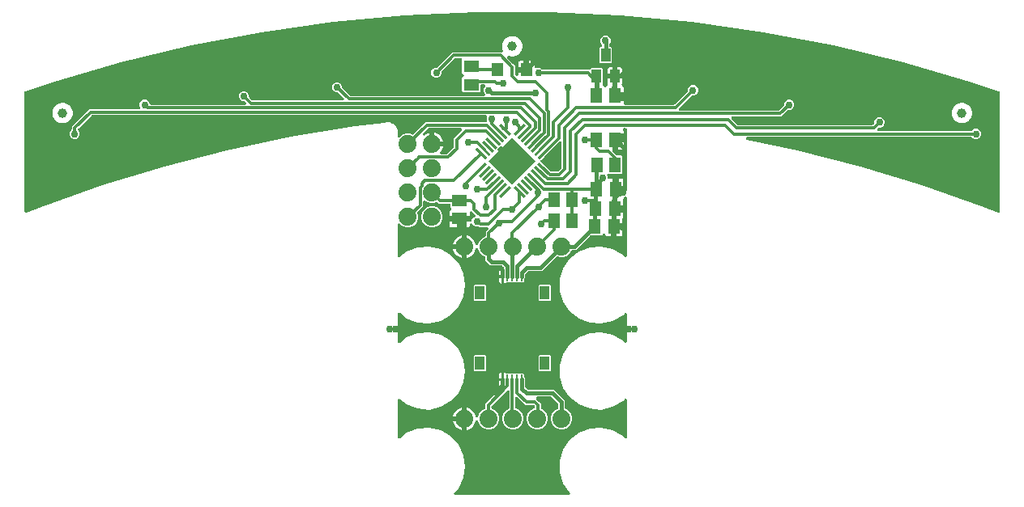
<source format=gbr>
G04 EAGLE Gerber RS-274X export*
G75*
%MOMM*%
%FSLAX34Y34*%
%LPD*%
%INTop Copper*%
%IPPOS*%
%AMOC8*
5,1,8,0,0,1.08239X$1,22.5*%
G01*
%ADD10R,0.300000X1.500000*%
%ADD11R,3.450000X3.450000*%
%ADD12R,0.250000X1.000000*%
%ADD13R,1.000000X1.340000*%
%ADD14C,1.879600*%
%ADD15R,1.300000X1.600000*%
%ADD16R,1.000000X1.400000*%
%ADD17C,1.000000*%
%ADD18R,1.600000X1.300000*%
%ADD19R,1.200000X1.400000*%
%ADD20C,0.406400*%
%ADD21C,0.756400*%
%ADD22C,0.508000*%
%ADD23C,0.304800*%

G36*
X31703Y295746D02*
X31703Y295746D01*
X31736Y295743D01*
X31876Y295764D01*
X32017Y295779D01*
X32055Y295791D01*
X32081Y295795D01*
X32127Y295813D01*
X32250Y295851D01*
X47666Y302025D01*
X111584Y324464D01*
X176413Y344115D01*
X242034Y360941D01*
X308320Y374910D01*
X375150Y385995D01*
X407188Y389894D01*
X407270Y389913D01*
X407354Y389923D01*
X407478Y389963D01*
X407527Y389975D01*
X407549Y389986D01*
X407587Y389998D01*
X407979Y390161D01*
X409292Y390161D01*
X409341Y390166D01*
X409476Y390172D01*
X410779Y390330D01*
X411188Y390217D01*
X411271Y390203D01*
X411353Y390180D01*
X411483Y390170D01*
X411532Y390162D01*
X411557Y390164D01*
X411597Y390161D01*
X412021Y390161D01*
X413234Y389658D01*
X413281Y389645D01*
X413408Y389598D01*
X414673Y389246D01*
X415007Y388984D01*
X415079Y388940D01*
X415146Y388888D01*
X415262Y388828D01*
X415304Y388802D01*
X415328Y388794D01*
X415364Y388776D01*
X415756Y388614D01*
X416684Y387686D01*
X416723Y387655D01*
X416822Y387563D01*
X417856Y386754D01*
X418064Y386384D01*
X418114Y386316D01*
X418155Y386242D01*
X418240Y386143D01*
X418269Y386102D01*
X418288Y386086D01*
X418314Y386056D01*
X418614Y385756D01*
X419116Y384543D01*
X419140Y384499D01*
X419197Y384377D01*
X419842Y383234D01*
X419893Y382812D01*
X419913Y382730D01*
X419923Y382646D01*
X419963Y382522D01*
X419975Y382473D01*
X419986Y382451D01*
X419998Y382413D01*
X420161Y382021D01*
X420161Y380708D01*
X420166Y380659D01*
X420172Y380524D01*
X420330Y379221D01*
X420217Y378812D01*
X420203Y378729D01*
X420180Y378647D01*
X420170Y378517D01*
X420162Y378468D01*
X420164Y378443D01*
X420161Y378403D01*
X420161Y375933D01*
X420172Y375833D01*
X420174Y375733D01*
X420192Y375661D01*
X420201Y375587D01*
X420234Y375493D01*
X420259Y375395D01*
X420293Y375329D01*
X420318Y375259D01*
X420373Y375175D01*
X420419Y375085D01*
X420467Y375029D01*
X420507Y374966D01*
X420579Y374896D01*
X420644Y374820D01*
X420704Y374776D01*
X420758Y374724D01*
X420844Y374672D01*
X420925Y374613D01*
X420993Y374583D01*
X421057Y374545D01*
X421153Y374514D01*
X421245Y374475D01*
X421318Y374462D01*
X421389Y374439D01*
X421489Y374431D01*
X421588Y374413D01*
X421662Y374417D01*
X421736Y374411D01*
X421836Y374426D01*
X421936Y374431D01*
X422007Y374452D01*
X422081Y374463D01*
X422174Y374500D01*
X422271Y374527D01*
X422336Y374564D01*
X422405Y374591D01*
X422487Y374649D01*
X422575Y374698D01*
X422651Y374763D01*
X422691Y374790D01*
X422715Y374817D01*
X422761Y374856D01*
X424617Y376712D01*
X428631Y378375D01*
X432977Y378375D01*
X435175Y377464D01*
X435249Y377443D01*
X435319Y377413D01*
X435415Y377396D01*
X435510Y377369D01*
X435586Y377365D01*
X435662Y377351D01*
X435760Y377356D01*
X435858Y377352D01*
X435933Y377365D01*
X436010Y377369D01*
X436104Y377396D01*
X436201Y377414D01*
X436271Y377445D01*
X436344Y377466D01*
X436430Y377514D01*
X436521Y377553D01*
X436582Y377599D01*
X436649Y377636D01*
X436762Y377733D01*
X436800Y377761D01*
X436813Y377776D01*
X436835Y377794D01*
X447121Y388081D01*
X449353Y390313D01*
X512102Y390313D01*
X512251Y390330D01*
X512401Y390342D01*
X512424Y390350D01*
X512448Y390353D01*
X512590Y390403D01*
X512733Y390450D01*
X512753Y390462D01*
X512776Y390470D01*
X512903Y390552D01*
X513031Y390629D01*
X513049Y390646D01*
X513069Y390659D01*
X513173Y390767D01*
X513281Y390872D01*
X513294Y390892D01*
X513311Y390910D01*
X513388Y391039D01*
X513469Y391165D01*
X513478Y391188D01*
X513490Y391209D01*
X513536Y391352D01*
X513586Y391494D01*
X513589Y391518D01*
X513596Y391541D01*
X513608Y391690D01*
X513625Y391840D01*
X513622Y391864D01*
X513624Y391888D01*
X513602Y392037D01*
X513584Y392186D01*
X513575Y392214D01*
X513572Y392233D01*
X513555Y392277D01*
X513509Y392419D01*
X513229Y393094D01*
X513229Y395206D01*
X513486Y395825D01*
X513527Y395970D01*
X513573Y396113D01*
X513575Y396137D01*
X513582Y396160D01*
X513589Y396310D01*
X513601Y396460D01*
X513597Y396484D01*
X513599Y396508D01*
X513572Y396656D01*
X513549Y396805D01*
X513540Y396827D01*
X513536Y396851D01*
X513476Y396989D01*
X513421Y397129D01*
X513407Y397149D01*
X513397Y397171D01*
X513307Y397292D01*
X513222Y397415D01*
X513204Y397431D01*
X513189Y397450D01*
X513074Y397548D01*
X512963Y397648D01*
X512942Y397660D01*
X512923Y397676D01*
X512790Y397744D01*
X512658Y397817D01*
X512635Y397823D01*
X512613Y397834D01*
X512467Y397871D01*
X512322Y397912D01*
X512293Y397914D01*
X512275Y397919D01*
X512228Y397919D01*
X512079Y397931D01*
X101330Y397931D01*
X101204Y397917D01*
X101078Y397910D01*
X101032Y397897D01*
X100984Y397891D01*
X100865Y397849D01*
X100743Y397814D01*
X100701Y397790D01*
X100655Y397774D01*
X100549Y397705D01*
X100439Y397644D01*
X100393Y397604D01*
X100363Y397585D01*
X100329Y397550D01*
X100253Y397485D01*
X86609Y383842D01*
X86593Y383821D01*
X86573Y383804D01*
X86485Y383685D01*
X86393Y383569D01*
X86381Y383545D01*
X86366Y383524D01*
X86307Y383388D01*
X86244Y383254D01*
X86238Y383228D01*
X86228Y383204D01*
X86202Y383057D01*
X86170Y382913D01*
X86171Y382887D01*
X86166Y382861D01*
X86174Y382712D01*
X86176Y382564D01*
X86183Y382539D01*
X86184Y382513D01*
X86225Y382371D01*
X86261Y382226D01*
X86273Y382203D01*
X86281Y382178D01*
X86353Y382049D01*
X86421Y381917D01*
X86438Y381897D01*
X86451Y381874D01*
X86609Y381688D01*
X87171Y381126D01*
X87979Y379176D01*
X87979Y377064D01*
X87171Y375114D01*
X85678Y373621D01*
X83728Y372813D01*
X81616Y372813D01*
X79666Y373621D01*
X78173Y375114D01*
X77365Y377064D01*
X77365Y379176D01*
X78173Y381126D01*
X79177Y382130D01*
X79256Y382229D01*
X79340Y382323D01*
X79364Y382365D01*
X79394Y382403D01*
X79448Y382517D01*
X79509Y382628D01*
X79522Y382674D01*
X79543Y382718D01*
X79569Y382841D01*
X79604Y382963D01*
X79609Y383024D01*
X79616Y383059D01*
X79615Y383107D01*
X79623Y383207D01*
X79623Y385479D01*
X98173Y404029D01*
X149694Y404029D01*
X149843Y404046D01*
X149993Y404058D01*
X150016Y404066D01*
X150040Y404069D01*
X150181Y404119D01*
X150325Y404165D01*
X150345Y404178D01*
X150368Y404186D01*
X150494Y404268D01*
X150623Y404345D01*
X150641Y404362D01*
X150661Y404375D01*
X150765Y404483D01*
X150873Y404588D01*
X150886Y404608D01*
X150903Y404626D01*
X150980Y404755D01*
X151061Y404881D01*
X151070Y404904D01*
X151082Y404925D01*
X151128Y405068D01*
X151178Y405210D01*
X151181Y405234D01*
X151188Y405257D01*
X151200Y405406D01*
X151217Y405556D01*
X151214Y405580D01*
X151216Y405604D01*
X151194Y405753D01*
X151176Y405902D01*
X151167Y405930D01*
X151164Y405949D01*
X151147Y405993D01*
X151101Y406135D01*
X150517Y407544D01*
X150517Y409656D01*
X151325Y411606D01*
X152818Y413099D01*
X154768Y413907D01*
X156880Y413907D01*
X158830Y413099D01*
X160323Y411606D01*
X161178Y409541D01*
X161215Y409474D01*
X161244Y409403D01*
X161300Y409322D01*
X161347Y409236D01*
X161399Y409180D01*
X161442Y409117D01*
X161515Y409051D01*
X161582Y408978D01*
X161645Y408935D01*
X161701Y408884D01*
X161787Y408836D01*
X161868Y408780D01*
X161939Y408752D01*
X162006Y408715D01*
X162101Y408688D01*
X162193Y408652D01*
X162268Y408641D01*
X162342Y408620D01*
X162491Y408608D01*
X162537Y408601D01*
X162556Y408603D01*
X162585Y408601D01*
X260610Y408601D01*
X260710Y408612D01*
X260810Y408614D01*
X260883Y408632D01*
X260956Y408641D01*
X261051Y408674D01*
X261148Y408699D01*
X261215Y408733D01*
X261285Y408758D01*
X261369Y408813D01*
X261458Y408859D01*
X261515Y408907D01*
X261577Y408947D01*
X261647Y409019D01*
X261724Y409084D01*
X261768Y409144D01*
X261820Y409198D01*
X261871Y409284D01*
X261931Y409365D01*
X261960Y409433D01*
X261998Y409497D01*
X262029Y409592D01*
X262069Y409685D01*
X262082Y409758D01*
X262105Y409829D01*
X262113Y409929D01*
X262130Y410028D01*
X262127Y410102D01*
X262133Y410176D01*
X262118Y410275D01*
X262113Y410376D01*
X262092Y410447D01*
X262081Y410521D01*
X262044Y410614D01*
X262016Y410711D01*
X261980Y410776D01*
X261952Y410845D01*
X261895Y410927D01*
X261846Y411015D01*
X261781Y411091D01*
X261753Y411131D01*
X261727Y411155D01*
X261687Y411201D01*
X260897Y411991D01*
X260798Y412070D01*
X260704Y412154D01*
X260662Y412178D01*
X260624Y412208D01*
X260510Y412262D01*
X260399Y412323D01*
X260353Y412336D01*
X260309Y412357D01*
X260186Y412383D01*
X260064Y412418D01*
X260003Y412423D01*
X259968Y412430D01*
X259920Y412429D01*
X259820Y412437D01*
X258400Y412437D01*
X256450Y413245D01*
X254957Y414738D01*
X254149Y416688D01*
X254149Y418800D01*
X254957Y420750D01*
X256450Y422243D01*
X258400Y423051D01*
X260512Y423051D01*
X262462Y422243D01*
X263955Y420750D01*
X264763Y418800D01*
X264763Y417380D01*
X264777Y417254D01*
X264784Y417128D01*
X264797Y417082D01*
X264803Y417034D01*
X264845Y416915D01*
X264880Y416793D01*
X264904Y416751D01*
X264920Y416705D01*
X264989Y416599D01*
X265050Y416489D01*
X265090Y416443D01*
X265109Y416413D01*
X265144Y416379D01*
X265209Y416303D01*
X267893Y413619D01*
X267992Y413540D01*
X268086Y413456D01*
X268128Y413432D01*
X268166Y413402D01*
X268280Y413348D01*
X268391Y413287D01*
X268437Y413274D01*
X268481Y413253D01*
X268604Y413227D01*
X268726Y413192D01*
X268787Y413187D01*
X268822Y413180D01*
X268870Y413181D01*
X268970Y413173D01*
X362718Y413173D01*
X362818Y413184D01*
X362918Y413186D01*
X362991Y413204D01*
X363064Y413213D01*
X363159Y413246D01*
X363256Y413271D01*
X363323Y413305D01*
X363393Y413330D01*
X363477Y413385D01*
X363566Y413431D01*
X363623Y413479D01*
X363685Y413519D01*
X363755Y413591D01*
X363832Y413656D01*
X363876Y413716D01*
X363928Y413770D01*
X363979Y413856D01*
X364039Y413937D01*
X364068Y414005D01*
X364106Y414069D01*
X364137Y414165D01*
X364177Y414257D01*
X364190Y414330D01*
X364213Y414401D01*
X364221Y414501D01*
X364238Y414600D01*
X364235Y414674D01*
X364241Y414748D01*
X364226Y414848D01*
X364221Y414948D01*
X364200Y415019D01*
X364189Y415093D01*
X364152Y415186D01*
X364124Y415283D01*
X364088Y415348D01*
X364060Y415417D01*
X364003Y415499D01*
X363954Y415587D01*
X363889Y415663D01*
X363861Y415703D01*
X363835Y415727D01*
X363795Y415773D01*
X358433Y421135D01*
X358334Y421214D01*
X358240Y421298D01*
X358198Y421322D01*
X358160Y421352D01*
X358046Y421406D01*
X357935Y421467D01*
X357889Y421480D01*
X357845Y421501D01*
X357722Y421527D01*
X357600Y421562D01*
X357539Y421567D01*
X357504Y421574D01*
X357456Y421573D01*
X357356Y421581D01*
X355936Y421581D01*
X353986Y422389D01*
X352493Y423882D01*
X351685Y425832D01*
X351685Y427944D01*
X352493Y429894D01*
X353986Y431387D01*
X355936Y432195D01*
X358048Y432195D01*
X359998Y431387D01*
X361491Y429894D01*
X362299Y427944D01*
X362299Y426524D01*
X362313Y426398D01*
X362320Y426272D01*
X362333Y426226D01*
X362339Y426178D01*
X362381Y426059D01*
X362416Y425937D01*
X362440Y425895D01*
X362456Y425849D01*
X362525Y425743D01*
X362586Y425633D01*
X362626Y425587D01*
X362645Y425557D01*
X362680Y425523D01*
X362745Y425447D01*
X370001Y418191D01*
X370100Y418112D01*
X370194Y418028D01*
X370236Y418004D01*
X370274Y417974D01*
X370388Y417920D01*
X370499Y417859D01*
X370545Y417846D01*
X370589Y417825D01*
X370712Y417799D01*
X370834Y417764D01*
X370895Y417759D01*
X370930Y417752D01*
X370978Y417753D01*
X371078Y417745D01*
X510401Y417745D01*
X510501Y417756D01*
X510601Y417758D01*
X510673Y417776D01*
X510747Y417785D01*
X510842Y417818D01*
X510939Y417843D01*
X511005Y417877D01*
X511075Y417902D01*
X511160Y417957D01*
X511249Y418003D01*
X511306Y418051D01*
X511368Y418091D01*
X511438Y418163D01*
X511514Y418228D01*
X511559Y418288D01*
X511610Y418342D01*
X511662Y418428D01*
X511722Y418509D01*
X511751Y418577D01*
X511789Y418641D01*
X511820Y418736D01*
X511860Y418829D01*
X511873Y418902D01*
X511895Y418973D01*
X511903Y419073D01*
X511921Y419172D01*
X511917Y419246D01*
X511923Y419320D01*
X511908Y419419D01*
X511903Y419520D01*
X511883Y419591D01*
X511872Y419665D01*
X511834Y419758D01*
X511807Y419855D01*
X511770Y419920D01*
X511743Y419989D01*
X511686Y420071D01*
X511637Y420159D01*
X511571Y420235D01*
X511544Y420275D01*
X511517Y420299D01*
X511478Y420345D01*
X510989Y420834D01*
X510181Y422784D01*
X510181Y424896D01*
X510989Y426846D01*
X511478Y427335D01*
X511540Y427413D01*
X511610Y427486D01*
X511648Y427550D01*
X511695Y427608D01*
X511738Y427699D01*
X511789Y427785D01*
X511812Y427856D01*
X511844Y427923D01*
X511865Y428021D01*
X511895Y428117D01*
X511901Y428191D01*
X511917Y428264D01*
X511915Y428364D01*
X511923Y428464D01*
X511912Y428538D01*
X511911Y428612D01*
X511887Y428709D01*
X511872Y428809D01*
X511844Y428878D01*
X511826Y428950D01*
X511780Y429039D01*
X511743Y429133D01*
X511701Y429194D01*
X511666Y429260D01*
X511601Y429337D01*
X511544Y429419D01*
X511489Y429469D01*
X511441Y429525D01*
X511360Y429585D01*
X511285Y429652D01*
X511220Y429688D01*
X511160Y429733D01*
X511068Y429772D01*
X510980Y429821D01*
X510909Y429841D01*
X510840Y429871D01*
X510741Y429888D01*
X510645Y429916D01*
X510545Y429924D01*
X510497Y429932D01*
X510461Y429930D01*
X510401Y429935D01*
X508248Y429935D01*
X508222Y429932D01*
X508196Y429934D01*
X508049Y429912D01*
X507902Y429895D01*
X507877Y429887D01*
X507851Y429883D01*
X507713Y429828D01*
X507574Y429778D01*
X507552Y429764D01*
X507527Y429754D01*
X507406Y429669D01*
X507281Y429589D01*
X507263Y429570D01*
X507241Y429555D01*
X507142Y429445D01*
X507039Y429338D01*
X507025Y429316D01*
X507008Y429296D01*
X506936Y429166D01*
X506860Y429039D01*
X506852Y429014D01*
X506839Y428991D01*
X506799Y428848D01*
X506754Y428707D01*
X506752Y428681D01*
X506744Y428656D01*
X506725Y428412D01*
X506725Y422448D01*
X505832Y421555D01*
X488568Y421555D01*
X487675Y422448D01*
X487675Y436712D01*
X488967Y438003D01*
X488983Y438023D01*
X489003Y438040D01*
X489091Y438160D01*
X489183Y438276D01*
X489194Y438300D01*
X489210Y438321D01*
X489269Y438457D01*
X489332Y438591D01*
X489338Y438617D01*
X489348Y438641D01*
X489374Y438787D01*
X489406Y438932D01*
X489405Y438958D01*
X489410Y438984D01*
X489402Y439132D01*
X489400Y439280D01*
X489393Y439306D01*
X489392Y439332D01*
X489351Y439474D01*
X489315Y439618D01*
X489303Y439641D01*
X489295Y439667D01*
X489223Y439796D01*
X489155Y439928D01*
X489138Y439948D01*
X489125Y439971D01*
X488967Y440157D01*
X487675Y441448D01*
X487675Y455844D01*
X487672Y455870D01*
X487674Y455896D01*
X487652Y456043D01*
X487635Y456190D01*
X487627Y456215D01*
X487623Y456241D01*
X487568Y456379D01*
X487518Y456518D01*
X487504Y456540D01*
X487494Y456565D01*
X487409Y456686D01*
X487329Y456811D01*
X487310Y456829D01*
X487295Y456851D01*
X487185Y456950D01*
X487078Y457053D01*
X487056Y457067D01*
X487036Y457084D01*
X486906Y457156D01*
X486779Y457232D01*
X486754Y457240D01*
X486731Y457253D01*
X486588Y457293D01*
X486447Y457338D01*
X486421Y457340D01*
X486396Y457348D01*
X486152Y457367D01*
X480806Y457367D01*
X480680Y457353D01*
X480554Y457346D01*
X480508Y457333D01*
X480460Y457327D01*
X480341Y457285D01*
X480219Y457250D01*
X480177Y457226D01*
X480131Y457210D01*
X480025Y457141D01*
X479915Y457080D01*
X479869Y457040D01*
X479839Y457021D01*
X479805Y456986D01*
X479729Y456921D01*
X466377Y443569D01*
X466298Y443470D01*
X466214Y443376D01*
X466190Y443334D01*
X466160Y443296D01*
X466106Y443182D01*
X466045Y443071D01*
X466032Y443025D01*
X466011Y442981D01*
X465985Y442858D01*
X465950Y442736D01*
X465945Y442675D01*
X465938Y442640D01*
X465939Y442592D01*
X465931Y442492D01*
X465931Y441072D01*
X465123Y439122D01*
X463630Y437629D01*
X461680Y436821D01*
X459568Y436821D01*
X457618Y437629D01*
X456125Y439122D01*
X455317Y441072D01*
X455317Y443184D01*
X456125Y445134D01*
X457618Y446627D01*
X459568Y447435D01*
X460988Y447435D01*
X461114Y447449D01*
X461240Y447456D01*
X461286Y447469D01*
X461334Y447475D01*
X461453Y447517D01*
X461575Y447552D01*
X461617Y447576D01*
X461663Y447592D01*
X461769Y447661D01*
X461879Y447722D01*
X461925Y447762D01*
X461955Y447781D01*
X461989Y447816D01*
X462065Y447881D01*
X477649Y463465D01*
X528963Y463465D01*
X528972Y463466D01*
X528981Y463465D01*
X529146Y463486D01*
X529309Y463505D01*
X529318Y463508D01*
X529327Y463509D01*
X529481Y463566D01*
X529637Y463622D01*
X529645Y463627D01*
X529654Y463630D01*
X529790Y463721D01*
X529930Y463811D01*
X529937Y463818D01*
X529944Y463823D01*
X530057Y463942D01*
X530172Y464062D01*
X530177Y464070D01*
X530183Y464076D01*
X530266Y464218D01*
X530351Y464361D01*
X530354Y464370D01*
X530359Y464378D01*
X530407Y464536D01*
X530458Y464693D01*
X530458Y464702D01*
X530461Y464711D01*
X530472Y464877D01*
X530486Y465040D01*
X530484Y465049D01*
X530485Y465058D01*
X530458Y465221D01*
X530434Y465385D01*
X530430Y465393D01*
X530429Y465402D01*
X530344Y465632D01*
X530315Y465694D01*
X530227Y465836D01*
X530140Y465981D01*
X530136Y465986D01*
X530132Y465991D01*
X530092Y466032D01*
X530038Y466233D01*
X530034Y466243D01*
X530032Y466253D01*
X529947Y466482D01*
X529855Y466680D01*
X529857Y466832D01*
X529856Y466840D01*
X529856Y466845D01*
X529851Y466867D01*
X529813Y467073D01*
X529714Y467441D01*
X529652Y467598D01*
X529592Y467754D01*
X529588Y467760D01*
X529586Y467766D01*
X529553Y467813D01*
X529535Y468020D01*
X529533Y468030D01*
X529533Y468041D01*
X529489Y468282D01*
X529433Y468492D01*
X529461Y468642D01*
X529461Y468649D01*
X529462Y468654D01*
X529461Y468678D01*
X529459Y468886D01*
X529426Y469266D01*
X529392Y469432D01*
X529360Y469596D01*
X529357Y469601D01*
X529356Y469608D01*
X529332Y469660D01*
X529350Y469867D01*
X529350Y469878D01*
X529352Y469888D01*
X529350Y470133D01*
X529331Y470350D01*
X529385Y470492D01*
X529386Y470500D01*
X529388Y470505D01*
X529391Y470528D01*
X529426Y470734D01*
X529459Y471114D01*
X529455Y471282D01*
X529452Y471449D01*
X529450Y471456D01*
X529450Y471462D01*
X529435Y471518D01*
X529489Y471718D01*
X529491Y471729D01*
X529494Y471739D01*
X529535Y471980D01*
X529554Y472197D01*
X529632Y472328D01*
X529635Y472335D01*
X529637Y472340D01*
X529644Y472361D01*
X529714Y472559D01*
X529813Y472927D01*
X529837Y473093D01*
X529863Y473259D01*
X529863Y473266D01*
X529864Y473272D01*
X529859Y473329D01*
X529947Y473518D01*
X529950Y473528D01*
X529956Y473537D01*
X530038Y473767D01*
X530094Y473978D01*
X530194Y474093D01*
X530198Y474100D01*
X530201Y474104D01*
X530211Y474124D01*
X530315Y474306D01*
X530476Y474652D01*
X530529Y474810D01*
X530583Y474970D01*
X530584Y474976D01*
X530586Y474982D01*
X530591Y475040D01*
X530711Y475210D01*
X530716Y475219D01*
X530723Y475227D01*
X530843Y475440D01*
X530936Y475638D01*
X531054Y475734D01*
X531058Y475740D01*
X531062Y475743D01*
X531076Y475761D01*
X531209Y475922D01*
X531428Y476235D01*
X531508Y476382D01*
X531589Y476529D01*
X531591Y476536D01*
X531594Y476541D01*
X531609Y476597D01*
X531756Y476744D01*
X531763Y476752D01*
X531771Y476759D01*
X531927Y476947D01*
X532052Y477126D01*
X532185Y477200D01*
X532191Y477205D01*
X532195Y477208D01*
X532212Y477223D01*
X532275Y477277D01*
X532287Y477284D01*
X532300Y477298D01*
X532371Y477359D01*
X532641Y477629D01*
X532745Y477759D01*
X532851Y477891D01*
X532854Y477897D01*
X532858Y477902D01*
X532882Y477954D01*
X533053Y478073D01*
X533061Y478080D01*
X533070Y478085D01*
X533256Y478244D01*
X533410Y478398D01*
X533554Y478448D01*
X533561Y478452D01*
X533566Y478454D01*
X533585Y478466D01*
X533765Y478572D01*
X534078Y478791D01*
X534204Y478902D01*
X534330Y479012D01*
X534334Y479017D01*
X534338Y479022D01*
X534372Y479069D01*
X534560Y479157D01*
X534569Y479162D01*
X534579Y479166D01*
X534790Y479289D01*
X534969Y479414D01*
X535119Y479439D01*
X535126Y479442D01*
X535131Y479442D01*
X535153Y479451D01*
X535348Y479524D01*
X535694Y479685D01*
X535837Y479773D01*
X535981Y479860D01*
X535986Y479865D01*
X535991Y479868D01*
X536032Y479908D01*
X536233Y479962D01*
X536243Y479966D01*
X536253Y479968D01*
X536482Y480053D01*
X536680Y480145D01*
X536832Y480143D01*
X536840Y480144D01*
X536845Y480144D01*
X536867Y480149D01*
X537073Y480187D01*
X537441Y480286D01*
X537598Y480348D01*
X537754Y480408D01*
X537760Y480412D01*
X537766Y480414D01*
X537813Y480447D01*
X538020Y480465D01*
X538030Y480467D01*
X538041Y480467D01*
X538282Y480511D01*
X538492Y480567D01*
X538642Y480539D01*
X538649Y480539D01*
X538654Y480538D01*
X538676Y480539D01*
X538886Y480541D01*
X539267Y480574D01*
X539429Y480607D01*
X539596Y480640D01*
X539602Y480643D01*
X539608Y480644D01*
X539660Y480668D01*
X539867Y480650D01*
X539878Y480650D01*
X539888Y480648D01*
X540133Y480650D01*
X540350Y480669D01*
X540492Y480615D01*
X540500Y480614D01*
X540505Y480612D01*
X540528Y480609D01*
X540733Y480574D01*
X541114Y480541D01*
X541279Y480545D01*
X541450Y480548D01*
X541456Y480550D01*
X541462Y480550D01*
X541518Y480565D01*
X541718Y480511D01*
X541729Y480509D01*
X541739Y480506D01*
X541980Y480465D01*
X542197Y480446D01*
X542328Y480368D01*
X542335Y480365D01*
X542340Y480363D01*
X542361Y480356D01*
X542559Y480286D01*
X542927Y480187D01*
X543093Y480163D01*
X543259Y480137D01*
X543266Y480137D01*
X543272Y480136D01*
X543329Y480141D01*
X543518Y480053D01*
X543528Y480050D01*
X543537Y480044D01*
X543767Y479962D01*
X543978Y479906D01*
X544093Y479806D01*
X544100Y479802D01*
X544104Y479799D01*
X544124Y479789D01*
X544306Y479685D01*
X544652Y479524D01*
X544810Y479471D01*
X544970Y479417D01*
X544976Y479416D01*
X544982Y479414D01*
X545040Y479409D01*
X545210Y479289D01*
X545219Y479284D01*
X545227Y479277D01*
X545440Y479157D01*
X545638Y479064D01*
X545734Y478946D01*
X545740Y478942D01*
X545743Y478938D01*
X545761Y478924D01*
X545922Y478791D01*
X546235Y478572D01*
X546382Y478492D01*
X546529Y478411D01*
X546536Y478409D01*
X546541Y478406D01*
X546597Y478391D01*
X546744Y478244D01*
X546752Y478237D01*
X546759Y478229D01*
X546947Y478073D01*
X547126Y477948D01*
X547200Y477815D01*
X547205Y477809D01*
X547208Y477805D01*
X547223Y477788D01*
X547359Y477629D01*
X547629Y477359D01*
X547750Y477262D01*
X547796Y477221D01*
X547814Y477211D01*
X547891Y477149D01*
X547897Y477146D01*
X547902Y477142D01*
X547954Y477118D01*
X548073Y476947D01*
X548080Y476939D01*
X548085Y476930D01*
X548244Y476744D01*
X548398Y476590D01*
X548448Y476446D01*
X548452Y476439D01*
X548454Y476434D01*
X548466Y476415D01*
X548572Y476235D01*
X548791Y475922D01*
X548902Y475796D01*
X549012Y475670D01*
X549017Y475666D01*
X549022Y475662D01*
X549069Y475628D01*
X549157Y475440D01*
X549162Y475431D01*
X549166Y475421D01*
X549289Y475210D01*
X549414Y475031D01*
X549439Y474881D01*
X549442Y474874D01*
X549442Y474869D01*
X549451Y474847D01*
X549524Y474652D01*
X549685Y474306D01*
X549773Y474163D01*
X549860Y474019D01*
X549865Y474014D01*
X549868Y474009D01*
X549908Y473968D01*
X549962Y473767D01*
X549966Y473757D01*
X549968Y473747D01*
X550053Y473518D01*
X550145Y473320D01*
X550143Y473168D01*
X550144Y473160D01*
X550144Y473155D01*
X550149Y473133D01*
X550187Y472927D01*
X550286Y472559D01*
X550348Y472402D01*
X550408Y472246D01*
X550412Y472240D01*
X550414Y472234D01*
X550447Y472187D01*
X550465Y471980D01*
X550467Y471970D01*
X550467Y471959D01*
X550511Y471718D01*
X550567Y471508D01*
X550539Y471358D01*
X550539Y471351D01*
X550538Y471346D01*
X550539Y471324D01*
X550541Y471114D01*
X550574Y470733D01*
X550607Y470570D01*
X550640Y470404D01*
X550643Y470398D01*
X550644Y470392D01*
X550668Y470340D01*
X550650Y470133D01*
X550650Y470122D01*
X550648Y470112D01*
X550650Y469867D01*
X550669Y469650D01*
X550615Y469508D01*
X550614Y469500D01*
X550612Y469495D01*
X550609Y469472D01*
X550574Y469267D01*
X550541Y468886D01*
X550545Y468721D01*
X550548Y468550D01*
X550550Y468544D01*
X550550Y468538D01*
X550565Y468482D01*
X550511Y468282D01*
X550509Y468271D01*
X550506Y468261D01*
X550465Y468020D01*
X550446Y467803D01*
X550368Y467672D01*
X550365Y467665D01*
X550363Y467660D01*
X550356Y467639D01*
X550286Y467441D01*
X550187Y467073D01*
X550163Y466907D01*
X550137Y466741D01*
X550137Y466734D01*
X550136Y466728D01*
X550141Y466671D01*
X550053Y466482D01*
X550050Y466472D01*
X550044Y466463D01*
X549962Y466233D01*
X549906Y466022D01*
X549806Y465907D01*
X549802Y465900D01*
X549799Y465896D01*
X549789Y465876D01*
X549685Y465694D01*
X549524Y465348D01*
X549471Y465190D01*
X549417Y465030D01*
X549416Y465024D01*
X549414Y465018D01*
X549409Y464960D01*
X549289Y464790D01*
X549284Y464781D01*
X549277Y464773D01*
X549157Y464560D01*
X549064Y464362D01*
X548946Y464266D01*
X548942Y464260D01*
X548938Y464257D01*
X548924Y464239D01*
X548791Y464078D01*
X548572Y463765D01*
X548490Y463615D01*
X548411Y463471D01*
X548409Y463464D01*
X548406Y463459D01*
X548391Y463403D01*
X548243Y463256D01*
X548237Y463248D01*
X548229Y463241D01*
X548073Y463053D01*
X547948Y462874D01*
X547815Y462800D01*
X547809Y462795D01*
X547805Y462792D01*
X547788Y462777D01*
X547629Y462641D01*
X547359Y462371D01*
X547254Y462240D01*
X547149Y462109D01*
X547146Y462103D01*
X547142Y462098D01*
X547118Y462046D01*
X546947Y461927D01*
X546939Y461920D01*
X546930Y461915D01*
X546744Y461756D01*
X546590Y461602D01*
X546446Y461552D01*
X546439Y461548D01*
X546434Y461546D01*
X546415Y461534D01*
X546235Y461428D01*
X545922Y461209D01*
X545796Y461098D01*
X545670Y460988D01*
X545666Y460983D01*
X545662Y460978D01*
X545628Y460931D01*
X545440Y460843D01*
X545431Y460838D01*
X545421Y460834D01*
X545210Y460711D01*
X545031Y460586D01*
X544881Y460561D01*
X544874Y460558D01*
X544869Y460558D01*
X544847Y460549D01*
X544652Y460476D01*
X544306Y460315D01*
X544163Y460227D01*
X544019Y460140D01*
X544014Y460135D01*
X544009Y460132D01*
X543968Y460092D01*
X543767Y460038D01*
X543757Y460034D01*
X543747Y460032D01*
X543518Y459947D01*
X543320Y459855D01*
X543168Y459857D01*
X543160Y459856D01*
X543155Y459856D01*
X543133Y459851D01*
X542927Y459813D01*
X542559Y459714D01*
X542402Y459652D01*
X542246Y459592D01*
X542240Y459588D01*
X542234Y459586D01*
X542187Y459553D01*
X541980Y459535D01*
X541970Y459533D01*
X541959Y459533D01*
X541719Y459489D01*
X541508Y459433D01*
X541358Y459461D01*
X541351Y459461D01*
X541346Y459462D01*
X541322Y459461D01*
X541114Y459459D01*
X540734Y459426D01*
X540568Y459392D01*
X540404Y459360D01*
X540399Y459357D01*
X540392Y459356D01*
X540340Y459332D01*
X540133Y459350D01*
X540122Y459350D01*
X540112Y459352D01*
X539867Y459350D01*
X539650Y459331D01*
X539508Y459385D01*
X539500Y459386D01*
X539495Y459388D01*
X539472Y459391D01*
X539266Y459426D01*
X538886Y459459D01*
X538718Y459455D01*
X538551Y459452D01*
X538544Y459450D01*
X538538Y459450D01*
X538482Y459435D01*
X538281Y459489D01*
X538271Y459491D01*
X538261Y459494D01*
X538020Y459535D01*
X537803Y459554D01*
X537672Y459632D01*
X537665Y459635D01*
X537660Y459637D01*
X537639Y459644D01*
X537441Y459714D01*
X537073Y459813D01*
X536907Y459837D01*
X536741Y459863D01*
X536734Y459863D01*
X536728Y459864D01*
X536652Y459858D01*
X536621Y459872D01*
X536532Y459891D01*
X536445Y459920D01*
X536362Y459928D01*
X536280Y459946D01*
X536189Y459944D01*
X536098Y459953D01*
X536015Y459941D01*
X535932Y459940D01*
X535843Y459917D01*
X535753Y459905D01*
X535675Y459875D01*
X535594Y459855D01*
X535513Y459813D01*
X535428Y459780D01*
X535358Y459733D01*
X535284Y459695D01*
X535215Y459636D01*
X535139Y459585D01*
X535082Y459523D01*
X535019Y459469D01*
X534964Y459396D01*
X534902Y459329D01*
X534861Y459256D01*
X534812Y459189D01*
X534775Y459105D01*
X534730Y459026D01*
X534707Y458946D01*
X534674Y458869D01*
X534657Y458779D01*
X534632Y458692D01*
X534627Y458608D01*
X534612Y458526D01*
X534617Y458435D01*
X534611Y458344D01*
X534625Y458261D01*
X534630Y458178D01*
X534655Y458090D01*
X534671Y458000D01*
X534703Y457923D01*
X534726Y457843D01*
X534771Y457763D01*
X534806Y457679D01*
X534856Y457612D01*
X534896Y457539D01*
X534982Y457438D01*
X535012Y457398D01*
X535030Y457382D01*
X535055Y457353D01*
X540689Y451719D01*
X542921Y449487D01*
X542921Y440974D01*
X542935Y440848D01*
X542942Y440722D01*
X542955Y440676D01*
X542961Y440628D01*
X543003Y440509D01*
X543038Y440387D01*
X543062Y440345D01*
X543078Y440299D01*
X543147Y440193D01*
X543208Y440083D01*
X543248Y440037D01*
X543267Y440007D01*
X543302Y439973D01*
X543367Y439897D01*
X543731Y439533D01*
X543810Y439470D01*
X543882Y439400D01*
X543946Y439362D01*
X544004Y439316D01*
X544095Y439273D01*
X544181Y439222D01*
X544252Y439199D01*
X544319Y439167D01*
X544417Y439146D01*
X544513Y439115D01*
X544587Y439109D01*
X544660Y439094D01*
X544760Y439095D01*
X544860Y439087D01*
X544934Y439098D01*
X545008Y439100D01*
X545106Y439124D01*
X545205Y439139D01*
X545274Y439167D01*
X545346Y439185D01*
X545435Y439231D01*
X545529Y439268D01*
X545590Y439310D01*
X545656Y439344D01*
X545732Y439409D01*
X545815Y439467D01*
X545865Y439522D01*
X545921Y439570D01*
X545981Y439651D01*
X546048Y439726D01*
X546084Y439791D01*
X546129Y439850D01*
X546168Y439943D01*
X546217Y440031D01*
X546237Y440102D01*
X546267Y440170D01*
X546284Y440269D01*
X546312Y440366D01*
X546320Y440466D01*
X546328Y440513D01*
X546326Y440549D01*
X546331Y440610D01*
X546331Y442177D01*
X553396Y442177D01*
X553422Y442180D01*
X553448Y442178D01*
X553595Y442200D01*
X553742Y442217D01*
X553767Y442225D01*
X553793Y442229D01*
X553930Y442284D01*
X554070Y442334D01*
X554092Y442348D01*
X554117Y442358D01*
X554238Y442443D01*
X554363Y442523D01*
X554381Y442542D01*
X554403Y442557D01*
X554502Y442667D01*
X554605Y442774D01*
X554619Y442796D01*
X554636Y442816D01*
X554708Y442946D01*
X554784Y443073D01*
X554792Y443098D01*
X554805Y443121D01*
X554845Y443264D01*
X554890Y443405D01*
X554892Y443431D01*
X554899Y443456D01*
X554919Y443700D01*
X554919Y445129D01*
X556348Y445129D01*
X556374Y445132D01*
X556400Y445130D01*
X556547Y445152D01*
X556694Y445169D01*
X556719Y445178D01*
X556745Y445182D01*
X556883Y445236D01*
X557022Y445286D01*
X557044Y445301D01*
X557069Y445310D01*
X557190Y445395D01*
X557315Y445475D01*
X557333Y445494D01*
X557355Y445509D01*
X557454Y445619D01*
X557557Y445726D01*
X557571Y445749D01*
X557588Y445768D01*
X557660Y445898D01*
X557736Y446025D01*
X557744Y446050D01*
X557757Y446073D01*
X557797Y446216D01*
X557842Y446357D01*
X557844Y446383D01*
X557852Y446408D01*
X557871Y446652D01*
X557871Y454717D01*
X561207Y454717D01*
X561853Y454544D01*
X562432Y454209D01*
X562905Y453736D01*
X563240Y453157D01*
X563413Y452511D01*
X563413Y448540D01*
X563430Y448390D01*
X563442Y448241D01*
X563450Y448218D01*
X563453Y448194D01*
X563503Y448052D01*
X563550Y447909D01*
X563562Y447888D01*
X563570Y447866D01*
X563652Y447739D01*
X563729Y447610D01*
X563746Y447593D01*
X563759Y447573D01*
X563867Y447468D01*
X563972Y447360D01*
X563992Y447347D01*
X564010Y447331D01*
X564139Y447253D01*
X564265Y447172D01*
X564288Y447164D01*
X564309Y447152D01*
X564452Y447106D01*
X564594Y447056D01*
X564618Y447053D01*
X564641Y447045D01*
X564790Y447033D01*
X564940Y447017D01*
X564964Y447019D01*
X564988Y447017D01*
X565137Y447040D01*
X565286Y447057D01*
X565314Y447066D01*
X565333Y447069D01*
X565377Y447087D01*
X565519Y447133D01*
X566248Y447435D01*
X568360Y447435D01*
X570310Y446627D01*
X571314Y445623D01*
X571413Y445544D01*
X571507Y445460D01*
X571549Y445436D01*
X571587Y445406D01*
X571701Y445352D01*
X571812Y445291D01*
X571858Y445278D01*
X571902Y445257D01*
X572025Y445231D01*
X572147Y445196D01*
X572208Y445191D01*
X572243Y445184D01*
X572291Y445185D01*
X572391Y445177D01*
X620116Y445177D01*
X620142Y445180D01*
X620168Y445178D01*
X620315Y445200D01*
X620462Y445217D01*
X620487Y445225D01*
X620513Y445229D01*
X620651Y445284D01*
X620790Y445334D01*
X620812Y445348D01*
X620837Y445358D01*
X620958Y445443D01*
X621083Y445523D01*
X621101Y445542D01*
X621123Y445557D01*
X621222Y445667D01*
X621322Y445770D01*
X622532Y446981D01*
X633796Y446981D01*
X634689Y446088D01*
X634689Y430824D01*
X634589Y430725D01*
X634527Y430647D01*
X634457Y430574D01*
X634419Y430510D01*
X634373Y430452D01*
X634330Y430361D01*
X634278Y430275D01*
X634256Y430204D01*
X634224Y430137D01*
X634203Y430039D01*
X634172Y429943D01*
X634166Y429869D01*
X634150Y429796D01*
X634152Y429696D01*
X634144Y429596D01*
X634155Y429522D01*
X634156Y429448D01*
X634181Y429350D01*
X634196Y429251D01*
X634223Y429182D01*
X634241Y429110D01*
X634287Y429021D01*
X634325Y428927D01*
X634367Y428866D01*
X634401Y428800D01*
X634466Y428723D01*
X634523Y428641D01*
X634579Y428591D01*
X634627Y428535D01*
X634708Y428475D01*
X634782Y428408D01*
X634847Y428372D01*
X634907Y428327D01*
X634999Y428288D01*
X635087Y428239D01*
X635159Y428219D01*
X635227Y428189D01*
X635232Y428189D01*
X635993Y427427D01*
X636034Y427395D01*
X636068Y427357D01*
X636169Y427287D01*
X636266Y427210D01*
X636313Y427188D01*
X636355Y427159D01*
X636470Y427114D01*
X636582Y427061D01*
X636631Y427051D01*
X636679Y427032D01*
X636801Y427014D01*
X636922Y426988D01*
X636973Y426989D01*
X637024Y426981D01*
X637147Y426992D01*
X637271Y426994D01*
X637320Y427006D01*
X637371Y427011D01*
X637489Y427049D01*
X637609Y427079D01*
X637654Y427102D01*
X637703Y427118D01*
X637809Y427182D01*
X637918Y427239D01*
X637957Y427272D01*
X638001Y427298D01*
X638090Y427384D01*
X638184Y427464D01*
X638214Y427505D01*
X638251Y427541D01*
X638390Y427742D01*
X638631Y428160D01*
X639104Y428633D01*
X639119Y428642D01*
X639120Y428643D01*
X639121Y428643D01*
X639259Y428746D01*
X639399Y428849D01*
X639400Y428850D01*
X639401Y428851D01*
X639512Y428983D01*
X639624Y429115D01*
X639625Y429116D01*
X639626Y429117D01*
X639707Y429277D01*
X639783Y429425D01*
X639784Y429426D01*
X639784Y429428D01*
X639828Y429603D01*
X639868Y429763D01*
X639868Y429765D01*
X639868Y429766D01*
X639870Y429932D01*
X639873Y430112D01*
X639873Y430113D01*
X639873Y430115D01*
X639829Y430355D01*
X639623Y431121D01*
X639623Y435957D01*
X644665Y435957D01*
X644665Y428560D01*
X644655Y428550D01*
X644633Y428535D01*
X644534Y428425D01*
X644431Y428318D01*
X644417Y428296D01*
X644400Y428276D01*
X644328Y428146D01*
X644252Y428019D01*
X644244Y427994D01*
X644231Y427971D01*
X644191Y427828D01*
X644146Y427687D01*
X644144Y427661D01*
X644136Y427636D01*
X644117Y427392D01*
X644117Y420124D01*
X644120Y420098D01*
X644118Y420072D01*
X644140Y419925D01*
X644157Y419778D01*
X644165Y419753D01*
X644169Y419727D01*
X644224Y419589D01*
X644274Y419450D01*
X644288Y419428D01*
X644298Y419403D01*
X644383Y419282D01*
X644463Y419157D01*
X644482Y419139D01*
X644497Y419117D01*
X644607Y419018D01*
X644714Y418915D01*
X644736Y418901D01*
X644756Y418884D01*
X644886Y418812D01*
X645013Y418736D01*
X645038Y418728D01*
X645061Y418715D01*
X645204Y418675D01*
X645345Y418630D01*
X645371Y418628D01*
X645396Y418620D01*
X645640Y418601D01*
X647165Y418601D01*
X647165Y417076D01*
X647168Y417050D01*
X647166Y417024D01*
X647188Y416877D01*
X647205Y416730D01*
X647214Y416705D01*
X647217Y416679D01*
X647272Y416541D01*
X647322Y416402D01*
X647336Y416380D01*
X647346Y416355D01*
X647431Y416234D01*
X647511Y416109D01*
X647530Y416091D01*
X647545Y416069D01*
X647655Y415970D01*
X647762Y415867D01*
X647784Y415853D01*
X647804Y415836D01*
X647934Y415764D01*
X648061Y415688D01*
X648086Y415680D01*
X648109Y415667D01*
X648252Y415627D01*
X648393Y415582D01*
X648419Y415580D01*
X648444Y415572D01*
X648688Y415553D01*
X656205Y415553D01*
X656205Y410124D01*
X656208Y410098D01*
X656206Y410072D01*
X656228Y409925D01*
X656245Y409778D01*
X656253Y409753D01*
X656257Y409727D01*
X656312Y409589D01*
X656362Y409450D01*
X656376Y409428D01*
X656386Y409403D01*
X656471Y409282D01*
X656551Y409157D01*
X656570Y409139D01*
X656585Y409117D01*
X656695Y409018D01*
X656802Y408915D01*
X656824Y408901D01*
X656844Y408884D01*
X656974Y408812D01*
X657101Y408736D01*
X657126Y408728D01*
X657149Y408715D01*
X657292Y408675D01*
X657433Y408630D01*
X657459Y408628D01*
X657484Y408620D01*
X657728Y408601D01*
X708666Y408601D01*
X708792Y408615D01*
X708918Y408622D01*
X708964Y408635D01*
X709012Y408641D01*
X709131Y408683D01*
X709253Y408718D01*
X709295Y408742D01*
X709341Y408758D01*
X709447Y408827D01*
X709557Y408888D01*
X709603Y408928D01*
X709633Y408947D01*
X709667Y408982D01*
X709743Y409047D01*
X723095Y422399D01*
X723174Y422498D01*
X723258Y422592D01*
X723282Y422634D01*
X723312Y422672D01*
X723366Y422786D01*
X723427Y422897D01*
X723440Y422943D01*
X723461Y422987D01*
X723487Y423110D01*
X723522Y423232D01*
X723527Y423293D01*
X723534Y423328D01*
X723533Y423376D01*
X723541Y423476D01*
X723541Y424896D01*
X724349Y426846D01*
X725842Y428339D01*
X727792Y429147D01*
X729904Y429147D01*
X731854Y428339D01*
X733347Y426846D01*
X734155Y424896D01*
X734155Y422784D01*
X733347Y420834D01*
X731854Y419341D01*
X729904Y418533D01*
X728484Y418533D01*
X728358Y418519D01*
X728232Y418512D01*
X728186Y418499D01*
X728138Y418493D01*
X728019Y418451D01*
X727897Y418416D01*
X727855Y418392D01*
X727809Y418376D01*
X727703Y418307D01*
X727593Y418246D01*
X727547Y418206D01*
X727517Y418187D01*
X727483Y418152D01*
X727407Y418087D01*
X714425Y405105D01*
X714362Y405027D01*
X714292Y404954D01*
X714254Y404890D01*
X714208Y404832D01*
X714165Y404741D01*
X714114Y404655D01*
X714091Y404584D01*
X714059Y404517D01*
X714038Y404419D01*
X714007Y404323D01*
X714001Y404249D01*
X713986Y404176D01*
X713987Y404076D01*
X713979Y403976D01*
X713990Y403902D01*
X713992Y403828D01*
X714016Y403731D01*
X714031Y403631D01*
X714059Y403562D01*
X714077Y403490D01*
X714123Y403400D01*
X714160Y403307D01*
X714202Y403246D01*
X714236Y403180D01*
X714302Y403103D01*
X714359Y403021D01*
X714414Y402971D01*
X714462Y402915D01*
X714543Y402855D01*
X714618Y402788D01*
X714683Y402752D01*
X714742Y402707D01*
X714835Y402668D01*
X714923Y402619D01*
X714994Y402599D01*
X715062Y402569D01*
X715161Y402552D01*
X715258Y402524D01*
X715358Y402516D01*
X715405Y402508D01*
X715441Y402510D01*
X715502Y402505D01*
X818394Y402505D01*
X818520Y402519D01*
X818646Y402526D01*
X818692Y402539D01*
X818740Y402545D01*
X818859Y402587D01*
X818981Y402622D01*
X819023Y402646D01*
X819069Y402662D01*
X819175Y402731D01*
X819285Y402792D01*
X819331Y402832D01*
X819361Y402851D01*
X819395Y402886D01*
X819471Y402951D01*
X823679Y407159D01*
X823758Y407258D01*
X823842Y407352D01*
X823866Y407394D01*
X823896Y407432D01*
X823950Y407546D01*
X824011Y407657D01*
X824024Y407703D01*
X824045Y407747D01*
X824071Y407870D01*
X824106Y407992D01*
X824111Y408053D01*
X824118Y408088D01*
X824117Y408136D01*
X824125Y408236D01*
X824125Y409656D01*
X824933Y411606D01*
X826426Y413099D01*
X828376Y413907D01*
X830488Y413907D01*
X832438Y413099D01*
X833931Y411606D01*
X834739Y409656D01*
X834739Y407544D01*
X833931Y405594D01*
X832438Y404101D01*
X830488Y403293D01*
X829068Y403293D01*
X828942Y403279D01*
X828816Y403272D01*
X828770Y403259D01*
X828722Y403253D01*
X828603Y403211D01*
X828481Y403176D01*
X828439Y403152D01*
X828393Y403136D01*
X828287Y403067D01*
X828177Y403006D01*
X828131Y402966D01*
X828101Y402947D01*
X828067Y402912D01*
X827991Y402847D01*
X821551Y396407D01*
X770366Y396407D01*
X770266Y396396D01*
X770166Y396394D01*
X770093Y396376D01*
X770020Y396367D01*
X769925Y396334D01*
X769828Y396309D01*
X769761Y396275D01*
X769691Y396250D01*
X769607Y396195D01*
X769518Y396149D01*
X769461Y396101D01*
X769399Y396061D01*
X769329Y395989D01*
X769252Y395924D01*
X769208Y395864D01*
X769156Y395810D01*
X769105Y395724D01*
X769045Y395643D01*
X769016Y395575D01*
X768978Y395511D01*
X768947Y395415D01*
X768907Y395323D01*
X768894Y395250D01*
X768871Y395179D01*
X768863Y395079D01*
X768846Y394980D01*
X768849Y394906D01*
X768843Y394832D01*
X768858Y394732D01*
X768863Y394632D01*
X768884Y394561D01*
X768895Y394487D01*
X768932Y394394D01*
X768960Y394297D01*
X768996Y394232D01*
X769024Y394163D01*
X769081Y394081D01*
X769130Y393993D01*
X769195Y393917D01*
X769223Y393877D01*
X769249Y393853D01*
X769289Y393807D01*
X775385Y387711D01*
X775484Y387632D01*
X775578Y387548D01*
X775620Y387524D01*
X775658Y387494D01*
X775772Y387440D01*
X775883Y387379D01*
X775929Y387366D01*
X775973Y387345D01*
X776096Y387319D01*
X776218Y387284D01*
X776279Y387279D01*
X776314Y387272D01*
X776362Y387273D01*
X776462Y387265D01*
X915930Y387265D01*
X916056Y387279D01*
X916182Y387286D01*
X916228Y387299D01*
X916276Y387305D01*
X916395Y387347D01*
X916517Y387382D01*
X916559Y387406D01*
X916605Y387422D01*
X916711Y387491D01*
X916821Y387552D01*
X916867Y387592D01*
X916897Y387611D01*
X916931Y387646D01*
X917007Y387711D01*
X918167Y388871D01*
X918246Y388970D01*
X918330Y389064D01*
X918354Y389106D01*
X918384Y389144D01*
X918438Y389258D01*
X918499Y389369D01*
X918512Y389415D01*
X918533Y389459D01*
X918559Y389582D01*
X918594Y389704D01*
X918599Y389765D01*
X918606Y389800D01*
X918605Y389848D01*
X918613Y389948D01*
X918613Y391368D01*
X919421Y393318D01*
X920914Y394811D01*
X922864Y395619D01*
X924976Y395619D01*
X926926Y394811D01*
X928419Y393318D01*
X929227Y391368D01*
X929227Y389256D01*
X928419Y387306D01*
X926926Y385813D01*
X924976Y385005D01*
X923556Y385005D01*
X923431Y384991D01*
X923304Y384984D01*
X923257Y384971D01*
X923210Y384965D01*
X923091Y384923D01*
X922969Y384888D01*
X922927Y384864D01*
X922881Y384848D01*
X922775Y384779D01*
X922665Y384718D01*
X922619Y384678D01*
X922589Y384659D01*
X922555Y384624D01*
X922479Y384559D01*
X921689Y383769D01*
X921626Y383690D01*
X921556Y383618D01*
X921518Y383554D01*
X921472Y383496D01*
X921429Y383405D01*
X921378Y383319D01*
X921355Y383248D01*
X921323Y383181D01*
X921302Y383083D01*
X921271Y382987D01*
X921265Y382913D01*
X921250Y382840D01*
X921251Y382740D01*
X921243Y382640D01*
X921254Y382566D01*
X921256Y382492D01*
X921280Y382395D01*
X921295Y382295D01*
X921323Y382226D01*
X921341Y382154D01*
X921387Y382065D01*
X921424Y381971D01*
X921466Y381910D01*
X921500Y381844D01*
X921566Y381767D01*
X921623Y381685D01*
X921678Y381635D01*
X921726Y381579D01*
X921807Y381519D01*
X921882Y381452D01*
X921947Y381416D01*
X922006Y381371D01*
X922099Y381332D01*
X922187Y381283D01*
X922258Y381263D01*
X922326Y381233D01*
X922425Y381216D01*
X922522Y381188D01*
X922622Y381180D01*
X922669Y381172D01*
X922705Y381174D01*
X922766Y381169D01*
X1019417Y381169D01*
X1019543Y381183D01*
X1019669Y381190D01*
X1019715Y381203D01*
X1019763Y381209D01*
X1019882Y381251D01*
X1020004Y381286D01*
X1020046Y381310D01*
X1020091Y381326D01*
X1020197Y381395D01*
X1020308Y381456D01*
X1020354Y381496D01*
X1020384Y381515D01*
X1020418Y381550D01*
X1020494Y381615D01*
X1021498Y382619D01*
X1023448Y383427D01*
X1025560Y383427D01*
X1027510Y382619D01*
X1029003Y381126D01*
X1029811Y379176D01*
X1029811Y377064D01*
X1029003Y375114D01*
X1027510Y373621D01*
X1025560Y372813D01*
X1023448Y372813D01*
X1021498Y373621D01*
X1020494Y374625D01*
X1020395Y374704D01*
X1020301Y374788D01*
X1020259Y374812D01*
X1020221Y374842D01*
X1020107Y374896D01*
X1019996Y374957D01*
X1019950Y374970D01*
X1019906Y374991D01*
X1019783Y375017D01*
X1019661Y375052D01*
X1019600Y375057D01*
X1019565Y375064D01*
X1019517Y375063D01*
X1019417Y375071D01*
X785604Y375071D01*
X785587Y375069D01*
X785571Y375071D01*
X785414Y375049D01*
X785258Y375031D01*
X785242Y375026D01*
X785226Y375024D01*
X785078Y374967D01*
X784929Y374914D01*
X784916Y374905D01*
X784900Y374899D01*
X784769Y374810D01*
X784637Y374725D01*
X784625Y374713D01*
X784611Y374704D01*
X784504Y374587D01*
X784394Y374474D01*
X784386Y374460D01*
X784375Y374448D01*
X784296Y374310D01*
X784216Y374175D01*
X784211Y374159D01*
X784202Y374145D01*
X784157Y373993D01*
X784109Y373843D01*
X784108Y373827D01*
X784103Y373811D01*
X784094Y373652D01*
X784081Y373496D01*
X784084Y373479D01*
X784083Y373463D01*
X784110Y373307D01*
X784133Y373151D01*
X784139Y373136D01*
X784142Y373119D01*
X784203Y372974D01*
X784262Y372827D01*
X784271Y372814D01*
X784278Y372798D01*
X784371Y372670D01*
X784461Y372541D01*
X784473Y372530D01*
X784483Y372517D01*
X784603Y372413D01*
X784720Y372308D01*
X784734Y372300D01*
X784747Y372289D01*
X784886Y372216D01*
X785025Y372139D01*
X785041Y372135D01*
X785055Y372127D01*
X785290Y372057D01*
X837970Y360959D01*
X903592Y344133D01*
X968421Y324478D01*
X1032338Y302031D01*
X1047749Y295855D01*
X1047886Y295818D01*
X1048021Y295775D01*
X1048054Y295772D01*
X1048086Y295763D01*
X1048227Y295758D01*
X1048368Y295747D01*
X1048401Y295752D01*
X1048434Y295750D01*
X1048573Y295777D01*
X1048713Y295798D01*
X1048744Y295811D01*
X1048776Y295817D01*
X1048905Y295875D01*
X1049037Y295927D01*
X1049064Y295946D01*
X1049094Y295959D01*
X1049207Y296045D01*
X1049323Y296126D01*
X1049345Y296150D01*
X1049371Y296171D01*
X1049462Y296280D01*
X1049556Y296385D01*
X1049572Y296414D01*
X1049593Y296439D01*
X1049656Y296565D01*
X1049725Y296690D01*
X1049734Y296722D01*
X1049749Y296751D01*
X1049781Y296889D01*
X1049820Y297025D01*
X1049823Y297065D01*
X1049829Y297090D01*
X1049829Y297140D01*
X1049839Y297269D01*
X1049839Y421548D01*
X1049824Y421680D01*
X1049816Y421812D01*
X1049804Y421852D01*
X1049799Y421894D01*
X1049755Y422019D01*
X1049717Y422146D01*
X1049696Y422183D01*
X1049682Y422222D01*
X1049610Y422334D01*
X1049544Y422449D01*
X1049516Y422480D01*
X1049493Y422515D01*
X1049397Y422607D01*
X1049307Y422705D01*
X1049272Y422728D01*
X1049242Y422757D01*
X1049128Y422825D01*
X1049018Y422900D01*
X1048970Y422920D01*
X1048943Y422936D01*
X1048896Y422951D01*
X1048793Y422994D01*
X1021026Y432139D01*
X1021006Y432144D01*
X1020975Y432155D01*
X948865Y453111D01*
X948838Y453115D01*
X948795Y453129D01*
X875778Y470663D01*
X875750Y470667D01*
X875708Y470678D01*
X801945Y484753D01*
X801918Y484755D01*
X801875Y484765D01*
X727531Y495348D01*
X727503Y495349D01*
X727460Y495356D01*
X652700Y502425D01*
X652672Y502424D01*
X652628Y502430D01*
X577618Y505968D01*
X577591Y505966D01*
X577547Y505970D01*
X502453Y505970D01*
X502426Y505967D01*
X502382Y505968D01*
X427372Y502430D01*
X427345Y502426D01*
X427300Y502425D01*
X352540Y495356D01*
X352513Y495351D01*
X352469Y495348D01*
X278125Y484765D01*
X278099Y484758D01*
X278055Y484753D01*
X204292Y470678D01*
X204266Y470670D01*
X204222Y470663D01*
X131205Y453129D01*
X131179Y453119D01*
X131135Y453111D01*
X59025Y432155D01*
X59006Y432147D01*
X58974Y432139D01*
X31207Y422994D01*
X31087Y422939D01*
X30963Y422890D01*
X30929Y422866D01*
X30891Y422848D01*
X30786Y422766D01*
X30677Y422691D01*
X30649Y422660D01*
X30616Y422634D01*
X30533Y422530D01*
X30444Y422432D01*
X30423Y422395D01*
X30397Y422363D01*
X30340Y422243D01*
X30275Y422127D01*
X30264Y422087D01*
X30246Y422049D01*
X30217Y421919D01*
X30180Y421791D01*
X30176Y421740D01*
X30169Y421709D01*
X30170Y421659D01*
X30161Y421548D01*
X30161Y297265D01*
X30177Y297125D01*
X30187Y296984D01*
X30197Y296952D01*
X30201Y296919D01*
X30248Y296786D01*
X30290Y296651D01*
X30307Y296622D01*
X30318Y296591D01*
X30395Y296472D01*
X30466Y296350D01*
X30489Y296326D01*
X30507Y296298D01*
X30609Y296200D01*
X30706Y296097D01*
X30734Y296079D01*
X30758Y296056D01*
X30879Y295983D01*
X30997Y295906D01*
X31028Y295894D01*
X31057Y295877D01*
X31192Y295834D01*
X31324Y295785D01*
X31357Y295781D01*
X31389Y295771D01*
X31530Y295760D01*
X31670Y295742D01*
X31703Y295746D01*
G37*
G36*
X598976Y176D02*
X598976Y176D01*
X599108Y184D01*
X599149Y196D01*
X599191Y201D01*
X599315Y245D01*
X599442Y283D01*
X599479Y304D01*
X599519Y318D01*
X599630Y390D01*
X599745Y456D01*
X599776Y484D01*
X599811Y507D01*
X599904Y603D01*
X600001Y692D01*
X600024Y727D01*
X600054Y758D01*
X600122Y872D01*
X600196Y981D01*
X600211Y1021D01*
X600232Y1057D01*
X600273Y1183D01*
X600320Y1307D01*
X600326Y1349D01*
X600339Y1389D01*
X600349Y1521D01*
X600367Y1652D01*
X600363Y1694D01*
X600367Y1736D01*
X600347Y1867D01*
X600335Y1999D01*
X600321Y2039D01*
X600315Y2081D01*
X600266Y2204D01*
X600224Y2330D01*
X600198Y2375D01*
X600186Y2405D01*
X600158Y2445D01*
X600103Y2542D01*
X593399Y12374D01*
X589830Y23945D01*
X589830Y36055D01*
X593399Y47626D01*
X600221Y57631D01*
X609688Y65181D01*
X620960Y69605D01*
X633036Y70510D01*
X644841Y67815D01*
X655328Y61761D01*
X657199Y59744D01*
X657297Y59661D01*
X657390Y59571D01*
X657429Y59547D01*
X657464Y59518D01*
X657578Y59458D01*
X657689Y59392D01*
X657732Y59378D01*
X657773Y59357D01*
X657898Y59325D01*
X658021Y59286D01*
X658067Y59282D01*
X658111Y59271D01*
X658240Y59268D01*
X658368Y59258D01*
X658414Y59265D01*
X658460Y59264D01*
X658585Y59291D01*
X658713Y59310D01*
X658756Y59327D01*
X658800Y59336D01*
X658917Y59391D01*
X659037Y59438D01*
X659074Y59465D01*
X659116Y59484D01*
X659217Y59564D01*
X659323Y59637D01*
X659354Y59671D01*
X659390Y59700D01*
X659470Y59801D01*
X659556Y59896D01*
X659579Y59936D01*
X659607Y59972D01*
X659663Y60088D01*
X659725Y60201D01*
X659737Y60245D01*
X659757Y60287D01*
X659785Y60412D01*
X659820Y60537D01*
X659824Y60594D01*
X659832Y60627D01*
X659831Y60676D01*
X659839Y60780D01*
X659839Y99220D01*
X659825Y99348D01*
X659818Y99476D01*
X659805Y99520D01*
X659799Y99566D01*
X659756Y99687D01*
X659720Y99811D01*
X659697Y99851D01*
X659682Y99894D01*
X659612Y100002D01*
X659549Y100114D01*
X659518Y100148D01*
X659493Y100187D01*
X659400Y100276D01*
X659313Y100371D01*
X659275Y100397D01*
X659242Y100429D01*
X659132Y100495D01*
X659025Y100568D01*
X658983Y100584D01*
X658943Y100608D01*
X658820Y100647D01*
X658700Y100694D01*
X658655Y100700D01*
X658611Y100714D01*
X658483Y100724D01*
X658355Y100742D01*
X658309Y100738D01*
X658264Y100742D01*
X658136Y100723D01*
X658008Y100712D01*
X657965Y100697D01*
X657919Y100690D01*
X657799Y100643D01*
X657677Y100603D01*
X657638Y100579D01*
X657595Y100562D01*
X657489Y100488D01*
X657380Y100421D01*
X657337Y100382D01*
X657309Y100363D01*
X657276Y100326D01*
X657199Y100256D01*
X655328Y98239D01*
X644841Y92185D01*
X633036Y89490D01*
X620960Y90395D01*
X609688Y94819D01*
X600221Y102369D01*
X593399Y112374D01*
X589830Y123945D01*
X589830Y136055D01*
X593399Y147626D01*
X600221Y157631D01*
X609688Y165181D01*
X620960Y169605D01*
X633036Y170510D01*
X644841Y167815D01*
X655328Y161761D01*
X657199Y159744D01*
X657297Y159661D01*
X657390Y159571D01*
X657429Y159547D01*
X657464Y159518D01*
X657578Y159458D01*
X657689Y159392D01*
X657732Y159378D01*
X657773Y159357D01*
X657898Y159325D01*
X658021Y159286D01*
X658067Y159282D01*
X658111Y159271D01*
X658240Y159268D01*
X658368Y159258D01*
X658414Y159265D01*
X658460Y159264D01*
X658585Y159291D01*
X658713Y159310D01*
X658756Y159327D01*
X658800Y159336D01*
X658917Y159391D01*
X659037Y159438D01*
X659074Y159465D01*
X659116Y159484D01*
X659217Y159564D01*
X659323Y159637D01*
X659354Y159671D01*
X659390Y159700D01*
X659470Y159801D01*
X659556Y159896D01*
X659579Y159936D01*
X659607Y159972D01*
X659663Y160088D01*
X659725Y160201D01*
X659737Y160245D01*
X659757Y160287D01*
X659785Y160412D01*
X659820Y160537D01*
X659824Y160594D01*
X659832Y160627D01*
X659831Y160676D01*
X659839Y160780D01*
X659839Y189220D01*
X659825Y189348D01*
X659818Y189476D01*
X659805Y189520D01*
X659799Y189566D01*
X659756Y189687D01*
X659720Y189811D01*
X659697Y189851D01*
X659682Y189894D01*
X659612Y190002D01*
X659549Y190114D01*
X659518Y190148D01*
X659493Y190187D01*
X659400Y190276D01*
X659313Y190371D01*
X659275Y190397D01*
X659242Y190429D01*
X659132Y190495D01*
X659025Y190568D01*
X658982Y190584D01*
X658943Y190608D01*
X658821Y190647D01*
X658700Y190694D01*
X658655Y190700D01*
X658611Y190714D01*
X658483Y190724D01*
X658355Y190742D01*
X658310Y190738D01*
X658264Y190742D01*
X658136Y190723D01*
X658008Y190712D01*
X657965Y190697D01*
X657919Y190690D01*
X657799Y190643D01*
X657677Y190603D01*
X657638Y190579D01*
X657595Y190562D01*
X657490Y190488D01*
X657380Y190421D01*
X657337Y190382D01*
X657309Y190363D01*
X657277Y190327D01*
X657199Y190256D01*
X655328Y188239D01*
X644841Y182185D01*
X633036Y179490D01*
X620960Y180395D01*
X609688Y184819D01*
X600221Y192369D01*
X593399Y202374D01*
X589830Y213945D01*
X589830Y226055D01*
X593399Y237626D01*
X600221Y247631D01*
X607868Y253729D01*
X607872Y253733D01*
X607879Y253738D01*
X609688Y255181D01*
X620960Y259605D01*
X633036Y260510D01*
X644841Y257815D01*
X655328Y251761D01*
X657199Y249744D01*
X657297Y249661D01*
X657390Y249571D01*
X657429Y249547D01*
X657464Y249518D01*
X657578Y249458D01*
X657689Y249392D01*
X657732Y249378D01*
X657773Y249357D01*
X657898Y249325D01*
X658021Y249286D01*
X658067Y249282D01*
X658111Y249271D01*
X658240Y249268D01*
X658368Y249258D01*
X658414Y249265D01*
X658460Y249264D01*
X658585Y249291D01*
X658713Y249310D01*
X658756Y249327D01*
X658800Y249336D01*
X658917Y249391D01*
X659037Y249438D01*
X659074Y249465D01*
X659116Y249484D01*
X659217Y249564D01*
X659323Y249637D01*
X659354Y249671D01*
X659390Y249700D01*
X659470Y249801D01*
X659556Y249896D01*
X659579Y249936D01*
X659607Y249972D01*
X659662Y250088D01*
X659725Y250201D01*
X659737Y250245D01*
X659757Y250287D01*
X659785Y250412D01*
X659820Y250537D01*
X659824Y250594D01*
X659832Y250627D01*
X659831Y250676D01*
X659839Y250780D01*
X659839Y310923D01*
X659837Y310941D01*
X659838Y310956D01*
X659826Y311038D01*
X659825Y311047D01*
X659819Y311172D01*
X659805Y311220D01*
X659799Y311270D01*
X659757Y311387D01*
X659723Y311507D01*
X659699Y311551D01*
X659682Y311598D01*
X659614Y311703D01*
X659553Y311812D01*
X659520Y311849D01*
X659493Y311890D01*
X659403Y311977D01*
X659319Y312070D01*
X659278Y312098D01*
X659242Y312133D01*
X659135Y312197D01*
X659032Y312268D01*
X658986Y312286D01*
X658943Y312311D01*
X658824Y312350D01*
X658708Y312395D01*
X658659Y312403D01*
X658611Y312418D01*
X658487Y312428D01*
X658363Y312446D01*
X658313Y312442D01*
X658264Y312446D01*
X658140Y312427D01*
X658016Y312417D01*
X657968Y312401D01*
X657919Y312394D01*
X657803Y312348D01*
X657684Y312309D01*
X657641Y312284D01*
X657595Y312265D01*
X657493Y312194D01*
X657386Y312129D01*
X657350Y312095D01*
X657309Y312066D01*
X657225Y311974D01*
X657136Y311886D01*
X657101Y311835D01*
X657095Y311830D01*
X657094Y311828D01*
X657076Y311808D01*
X657053Y311766D01*
X656997Y311685D01*
X656629Y311048D01*
X656286Y310705D01*
X656192Y310587D01*
X656094Y310471D01*
X656084Y310450D01*
X656069Y310432D01*
X656005Y310295D01*
X655936Y310161D01*
X655930Y310138D01*
X655920Y310117D01*
X655889Y309970D01*
X655852Y309822D01*
X655852Y309799D01*
X655847Y309776D01*
X655849Y309625D01*
X655847Y309474D01*
X655853Y309446D01*
X655853Y309427D01*
X655864Y309382D01*
X655892Y309233D01*
X656049Y308647D01*
X656049Y303359D01*
X650055Y303359D01*
X650055Y310921D01*
X650155Y310960D01*
X650294Y311010D01*
X650316Y311024D01*
X650341Y311034D01*
X650462Y311119D01*
X650587Y311199D01*
X650605Y311218D01*
X650627Y311233D01*
X650726Y311343D01*
X650829Y311450D01*
X650843Y311472D01*
X650860Y311492D01*
X650932Y311622D01*
X651008Y311749D01*
X651016Y311774D01*
X651029Y311797D01*
X651069Y311940D01*
X651114Y312081D01*
X651116Y312107D01*
X651124Y312132D01*
X651143Y312376D01*
X651143Y317561D01*
X658316Y317561D01*
X658342Y317564D01*
X658368Y317562D01*
X658515Y317584D01*
X658662Y317601D01*
X658687Y317609D01*
X658713Y317613D01*
X658851Y317668D01*
X658990Y317718D01*
X659012Y317732D01*
X659037Y317742D01*
X659158Y317827D01*
X659283Y317907D01*
X659301Y317926D01*
X659323Y317941D01*
X659422Y318051D01*
X659525Y318158D01*
X659539Y318180D01*
X659556Y318200D01*
X659628Y318330D01*
X659704Y318457D01*
X659712Y318482D01*
X659725Y318505D01*
X659765Y318648D01*
X659810Y318789D01*
X659812Y318815D01*
X659820Y318840D01*
X659839Y319084D01*
X659839Y322132D01*
X659836Y322158D01*
X659838Y322184D01*
X659816Y322331D01*
X659799Y322478D01*
X659791Y322503D01*
X659787Y322529D01*
X659732Y322667D01*
X659682Y322806D01*
X659668Y322828D01*
X659658Y322853D01*
X659573Y322974D01*
X659493Y323099D01*
X659474Y323117D01*
X659459Y323139D01*
X659349Y323238D01*
X659242Y323341D01*
X659220Y323355D01*
X659200Y323372D01*
X659070Y323444D01*
X658943Y323520D01*
X658918Y323528D01*
X658895Y323541D01*
X658752Y323581D01*
X658611Y323626D01*
X658585Y323628D01*
X658560Y323636D01*
X658316Y323655D01*
X651143Y323655D01*
X651143Y331149D01*
X654931Y331149D01*
X655577Y330976D01*
X656156Y330641D01*
X656629Y330168D01*
X656997Y329531D01*
X657071Y329431D01*
X657139Y329326D01*
X657175Y329291D01*
X657204Y329251D01*
X657300Y329170D01*
X657390Y329083D01*
X657432Y329058D01*
X657470Y329026D01*
X657582Y328969D01*
X657689Y328905D01*
X657736Y328889D01*
X657780Y328867D01*
X657902Y328836D01*
X658021Y328798D01*
X658070Y328794D01*
X658119Y328782D01*
X658244Y328780D01*
X658368Y328770D01*
X658417Y328778D01*
X658467Y328777D01*
X658589Y328803D01*
X658713Y328822D01*
X658759Y328840D01*
X658808Y328851D01*
X658921Y328905D01*
X659037Y328951D01*
X659077Y328979D01*
X659122Y329000D01*
X659220Y329078D01*
X659323Y329150D01*
X659356Y329187D01*
X659395Y329218D01*
X659473Y329316D01*
X659556Y329408D01*
X659580Y329452D01*
X659611Y329491D01*
X659664Y329604D01*
X659725Y329714D01*
X659738Y329761D01*
X659760Y329806D01*
X659786Y329929D01*
X659820Y330049D01*
X659825Y330111D01*
X659832Y330147D01*
X659831Y330195D01*
X659839Y330293D01*
X659839Y378402D01*
X659830Y378486D01*
X659830Y378571D01*
X659805Y378699D01*
X659799Y378748D01*
X659791Y378772D01*
X659783Y378811D01*
X659670Y379219D01*
X659828Y380523D01*
X659828Y380573D01*
X659839Y380707D01*
X659839Y382021D01*
X659876Y382109D01*
X659917Y382254D01*
X659963Y382397D01*
X659965Y382421D01*
X659971Y382444D01*
X659979Y382594D01*
X659991Y382744D01*
X659987Y382768D01*
X659988Y382792D01*
X659961Y382940D01*
X659939Y383089D01*
X659930Y383111D01*
X659926Y383135D01*
X659866Y383273D01*
X659810Y383413D01*
X659797Y383433D01*
X659787Y383455D01*
X659697Y383576D01*
X659611Y383699D01*
X659594Y383715D01*
X659579Y383734D01*
X659464Y383832D01*
X659353Y383932D01*
X659331Y383944D01*
X659313Y383960D01*
X659179Y384028D01*
X659048Y384101D01*
X659024Y384107D01*
X659003Y384118D01*
X658857Y384155D01*
X658712Y384196D01*
X658683Y384198D01*
X658665Y384203D01*
X658618Y384203D01*
X658468Y384215D01*
X656987Y384215D01*
X656888Y384204D01*
X656787Y384202D01*
X656715Y384184D01*
X656641Y384175D01*
X656547Y384142D01*
X656449Y384117D01*
X656383Y384083D01*
X656313Y384058D01*
X656229Y384003D01*
X656139Y383957D01*
X656083Y383909D01*
X656020Y383869D01*
X655950Y383797D01*
X655874Y383731D01*
X655830Y383672D01*
X655778Y383618D01*
X655726Y383532D01*
X655667Y383451D01*
X655637Y383383D01*
X655599Y383319D01*
X655569Y383224D01*
X655529Y383131D01*
X655516Y383058D01*
X655493Y382987D01*
X655485Y382887D01*
X655467Y382788D01*
X655471Y382714D01*
X655465Y382640D01*
X655480Y382541D01*
X655485Y382440D01*
X655506Y382369D01*
X655517Y382295D01*
X655554Y382202D01*
X655582Y382105D01*
X655618Y382040D01*
X655645Y381971D01*
X655703Y381889D01*
X655752Y381801D01*
X655817Y381725D01*
X655844Y381685D01*
X655871Y381661D01*
X655910Y381615D01*
X655941Y381584D01*
X656276Y381005D01*
X656449Y380359D01*
X656449Y375071D01*
X648932Y375071D01*
X648906Y375068D01*
X648880Y375070D01*
X648733Y375048D01*
X648586Y375031D01*
X648561Y375022D01*
X648535Y375019D01*
X648397Y374964D01*
X648258Y374914D01*
X648236Y374900D01*
X648211Y374890D01*
X648090Y374805D01*
X647965Y374725D01*
X647947Y374706D01*
X647925Y374691D01*
X647826Y374581D01*
X647723Y374474D01*
X647709Y374452D01*
X647692Y374432D01*
X647620Y374302D01*
X647544Y374175D01*
X647536Y374150D01*
X647523Y374127D01*
X647483Y373984D01*
X647438Y373843D01*
X647436Y373817D01*
X647428Y373792D01*
X647409Y373548D01*
X647409Y372023D01*
X645884Y372023D01*
X645858Y372020D01*
X645832Y372022D01*
X645685Y372000D01*
X645538Y371983D01*
X645513Y371974D01*
X645487Y371971D01*
X645349Y371916D01*
X645210Y371866D01*
X645188Y371852D01*
X645163Y371842D01*
X645042Y371757D01*
X644917Y371677D01*
X644899Y371658D01*
X644877Y371643D01*
X644778Y371533D01*
X644675Y371426D01*
X644661Y371404D01*
X644644Y371384D01*
X644572Y371254D01*
X644496Y371127D01*
X644488Y371102D01*
X644475Y371079D01*
X644435Y370936D01*
X644390Y370795D01*
X644388Y370769D01*
X644380Y370744D01*
X644361Y370500D01*
X644361Y360870D01*
X644375Y360744D01*
X644382Y360618D01*
X644395Y360572D01*
X644401Y360524D01*
X644443Y360405D01*
X644478Y360283D01*
X644502Y360241D01*
X644518Y360195D01*
X644587Y360089D01*
X644648Y359979D01*
X644688Y359933D01*
X644707Y359903D01*
X644742Y359869D01*
X644807Y359793D01*
X648597Y356003D01*
X648696Y355924D01*
X648790Y355840D01*
X648832Y355816D01*
X648870Y355786D01*
X648984Y355732D01*
X649095Y355671D01*
X649141Y355658D01*
X649185Y355637D01*
X649308Y355611D01*
X649430Y355576D01*
X649491Y355571D01*
X649526Y355564D01*
X649574Y355565D01*
X649674Y355557D01*
X654416Y355557D01*
X655309Y354664D01*
X655309Y337400D01*
X654416Y336507D01*
X640682Y336507D01*
X640533Y336490D01*
X640383Y336478D01*
X640360Y336470D01*
X640336Y336467D01*
X640194Y336417D01*
X640052Y336370D01*
X640031Y336358D01*
X640008Y336350D01*
X639882Y336268D01*
X639753Y336191D01*
X639736Y336174D01*
X639715Y336161D01*
X639611Y336053D01*
X639503Y335948D01*
X639490Y335928D01*
X639473Y335910D01*
X639396Y335781D01*
X639315Y335655D01*
X639307Y335632D01*
X639294Y335611D01*
X639248Y335468D01*
X639198Y335326D01*
X639195Y335302D01*
X639188Y335279D01*
X639176Y335130D01*
X639159Y334980D01*
X639162Y334956D01*
X639160Y334932D01*
X639182Y334783D01*
X639200Y334634D01*
X639209Y334606D01*
X639212Y334587D01*
X639229Y334543D01*
X639275Y334401D01*
X639667Y333456D01*
X639667Y332672D01*
X639670Y332646D01*
X639668Y332620D01*
X639690Y332473D01*
X639707Y332326D01*
X639715Y332301D01*
X639719Y332275D01*
X639774Y332137D01*
X639824Y331998D01*
X639838Y331976D01*
X639848Y331951D01*
X639933Y331830D01*
X640013Y331705D01*
X640032Y331687D01*
X640047Y331665D01*
X640157Y331566D01*
X640264Y331463D01*
X640286Y331449D01*
X640306Y331432D01*
X640436Y331360D01*
X640563Y331284D01*
X640588Y331276D01*
X640611Y331263D01*
X640754Y331223D01*
X640895Y331178D01*
X640921Y331176D01*
X640946Y331168D01*
X641190Y331149D01*
X645049Y331149D01*
X645049Y322132D01*
X645052Y322106D01*
X645050Y322080D01*
X645072Y321933D01*
X645089Y321786D01*
X645097Y321761D01*
X645101Y321735D01*
X645156Y321597D01*
X645206Y321458D01*
X645220Y321436D01*
X645230Y321411D01*
X645315Y321290D01*
X645395Y321165D01*
X645414Y321147D01*
X645429Y321125D01*
X645539Y321026D01*
X645646Y320923D01*
X645668Y320909D01*
X645688Y320892D01*
X645818Y320820D01*
X645945Y320744D01*
X645970Y320736D01*
X645993Y320723D01*
X646136Y320683D01*
X646277Y320638D01*
X646303Y320636D01*
X646328Y320628D01*
X646572Y320609D01*
X648097Y320609D01*
X648097Y320607D01*
X646572Y320607D01*
X646546Y320604D01*
X646520Y320606D01*
X646373Y320584D01*
X646226Y320567D01*
X646201Y320558D01*
X646175Y320555D01*
X646037Y320500D01*
X645898Y320450D01*
X645876Y320436D01*
X645851Y320426D01*
X645730Y320341D01*
X645605Y320261D01*
X645587Y320242D01*
X645565Y320227D01*
X645466Y320117D01*
X645363Y320010D01*
X645349Y319988D01*
X645332Y319968D01*
X645260Y319838D01*
X645184Y319711D01*
X645176Y319686D01*
X645163Y319663D01*
X645123Y319520D01*
X645078Y319379D01*
X645076Y319353D01*
X645068Y319328D01*
X645049Y319084D01*
X645049Y309999D01*
X644949Y309960D01*
X644810Y309910D01*
X644788Y309896D01*
X644763Y309886D01*
X644642Y309801D01*
X644517Y309721D01*
X644499Y309702D01*
X644477Y309687D01*
X644378Y309577D01*
X644275Y309470D01*
X644261Y309448D01*
X644244Y309428D01*
X644172Y309298D01*
X644096Y309171D01*
X644088Y309146D01*
X644075Y309123D01*
X644035Y308980D01*
X643990Y308839D01*
X643988Y308813D01*
X643980Y308788D01*
X643961Y308544D01*
X643961Y301836D01*
X643964Y301810D01*
X643962Y301784D01*
X643984Y301637D01*
X644001Y301490D01*
X644009Y301465D01*
X644013Y301439D01*
X644068Y301301D01*
X644118Y301162D01*
X644132Y301140D01*
X644142Y301115D01*
X644227Y300994D01*
X644307Y300869D01*
X644326Y300851D01*
X644341Y300829D01*
X644451Y300730D01*
X644558Y300627D01*
X644580Y300613D01*
X644600Y300596D01*
X644730Y300524D01*
X644857Y300448D01*
X644882Y300440D01*
X644905Y300427D01*
X645048Y300387D01*
X645189Y300342D01*
X645215Y300340D01*
X645240Y300332D01*
X645484Y300313D01*
X647009Y300313D01*
X647009Y300311D01*
X645484Y300311D01*
X645458Y300308D01*
X645432Y300310D01*
X645285Y300288D01*
X645138Y300271D01*
X645113Y300262D01*
X645087Y300259D01*
X644949Y300204D01*
X644810Y300154D01*
X644788Y300140D01*
X644763Y300130D01*
X644642Y300045D01*
X644517Y299965D01*
X644499Y299946D01*
X644477Y299931D01*
X644378Y299821D01*
X644275Y299714D01*
X644261Y299692D01*
X644244Y299672D01*
X644172Y299542D01*
X644096Y299415D01*
X644088Y299390D01*
X644075Y299367D01*
X644035Y299224D01*
X643990Y299083D01*
X643988Y299057D01*
X643980Y299032D01*
X643961Y298788D01*
X643961Y289538D01*
X643914Y289505D01*
X643789Y289425D01*
X643771Y289406D01*
X643749Y289391D01*
X643650Y289281D01*
X643547Y289174D01*
X643533Y289152D01*
X643516Y289132D01*
X643444Y289002D01*
X643368Y288875D01*
X643360Y288850D01*
X643347Y288827D01*
X643307Y288684D01*
X643262Y288543D01*
X643260Y288517D01*
X643252Y288492D01*
X643233Y288248D01*
X643233Y282988D01*
X643236Y282962D01*
X643234Y282936D01*
X643256Y282789D01*
X643273Y282642D01*
X643281Y282617D01*
X643285Y282591D01*
X643340Y282453D01*
X643390Y282314D01*
X643404Y282292D01*
X643414Y282267D01*
X643499Y282146D01*
X643579Y282021D01*
X643598Y282003D01*
X643613Y281981D01*
X643723Y281882D01*
X643830Y281779D01*
X643852Y281765D01*
X643872Y281748D01*
X644002Y281676D01*
X644129Y281600D01*
X644154Y281592D01*
X644177Y281579D01*
X644320Y281539D01*
X644461Y281494D01*
X644487Y281492D01*
X644512Y281484D01*
X644756Y281465D01*
X646281Y281465D01*
X646281Y281463D01*
X644756Y281463D01*
X644730Y281460D01*
X644704Y281462D01*
X644557Y281440D01*
X644410Y281423D01*
X644385Y281414D01*
X644359Y281411D01*
X644221Y281356D01*
X644082Y281306D01*
X644060Y281292D01*
X644035Y281282D01*
X643914Y281197D01*
X643789Y281117D01*
X643771Y281098D01*
X643749Y281083D01*
X643650Y280973D01*
X643547Y280866D01*
X643533Y280844D01*
X643516Y280824D01*
X643444Y280694D01*
X643368Y280567D01*
X643360Y280542D01*
X643347Y280519D01*
X643307Y280376D01*
X643262Y280235D01*
X643260Y280209D01*
X643252Y280184D01*
X643233Y279940D01*
X643233Y270923D01*
X639445Y270923D01*
X638799Y271096D01*
X638220Y271431D01*
X637747Y271904D01*
X637412Y272483D01*
X637299Y272905D01*
X637244Y273044D01*
X637194Y273185D01*
X637180Y273206D01*
X637171Y273229D01*
X637086Y273352D01*
X637005Y273478D01*
X636987Y273496D01*
X636973Y273516D01*
X636862Y273616D01*
X636754Y273720D01*
X636733Y273733D01*
X636714Y273750D01*
X636584Y273822D01*
X636455Y273899D01*
X636432Y273907D01*
X636410Y273919D01*
X636266Y273960D01*
X636123Y274005D01*
X636098Y274007D01*
X636074Y274014D01*
X635925Y274021D01*
X635776Y274033D01*
X635751Y274030D01*
X635726Y274031D01*
X635579Y274004D01*
X635431Y273982D01*
X635408Y273973D01*
X635384Y273968D01*
X635246Y273908D01*
X635107Y273853D01*
X635087Y273839D01*
X635064Y273829D01*
X634944Y273739D01*
X634821Y273654D01*
X634805Y273636D01*
X634785Y273621D01*
X634688Y273506D01*
X634588Y273395D01*
X634576Y273374D01*
X634560Y273355D01*
X634492Y273222D01*
X634419Y273090D01*
X634412Y273066D01*
X634401Y273044D01*
X634365Y272899D01*
X634363Y272890D01*
X633412Y271939D01*
X622416Y271939D01*
X622291Y271925D01*
X622164Y271918D01*
X622118Y271905D01*
X622070Y271899D01*
X621951Y271857D01*
X621830Y271822D01*
X621787Y271798D01*
X621742Y271782D01*
X621636Y271713D01*
X621525Y271652D01*
X621479Y271612D01*
X621449Y271593D01*
X621416Y271558D01*
X621339Y271493D01*
X606289Y256443D01*
X602967Y256443D01*
X602891Y256435D01*
X602815Y256436D01*
X602719Y256415D01*
X602621Y256403D01*
X602549Y256378D01*
X602474Y256361D01*
X602386Y256319D01*
X602293Y256286D01*
X602229Y256244D01*
X602160Y256212D01*
X602083Y256150D01*
X602000Y256097D01*
X601947Y256042D01*
X601887Y255994D01*
X601826Y255917D01*
X601758Y255846D01*
X601719Y255781D01*
X601671Y255721D01*
X601603Y255588D01*
X601579Y255547D01*
X601573Y255529D01*
X601560Y255503D01*
X600860Y253813D01*
X597787Y250740D01*
X593773Y249077D01*
X589427Y249077D01*
X587737Y249777D01*
X587664Y249798D01*
X587593Y249829D01*
X587497Y249846D01*
X587402Y249873D01*
X587326Y249877D01*
X587250Y249890D01*
X587152Y249885D01*
X587054Y249890D01*
X586979Y249876D01*
X586902Y249872D01*
X586808Y249845D01*
X586711Y249827D01*
X586641Y249797D01*
X586568Y249776D01*
X586482Y249728D01*
X586391Y249689D01*
X586330Y249643D01*
X586263Y249606D01*
X586150Y249509D01*
X586112Y249481D01*
X586099Y249466D01*
X586077Y249447D01*
X570985Y234355D01*
X557216Y234355D01*
X557091Y234341D01*
X556964Y234334D01*
X556918Y234321D01*
X556870Y234315D01*
X556751Y234273D01*
X556630Y234238D01*
X556587Y234214D01*
X556542Y234198D01*
X556436Y234129D01*
X556325Y234068D01*
X556279Y234028D01*
X556249Y234009D01*
X556216Y233974D01*
X556139Y233909D01*
X554003Y231773D01*
X553924Y231674D01*
X553840Y231580D01*
X553816Y231538D01*
X553786Y231500D01*
X553732Y231386D01*
X553671Y231275D01*
X553658Y231228D01*
X553637Y231185D01*
X553611Y231061D01*
X553576Y230940D01*
X553571Y230879D01*
X553564Y230844D01*
X553565Y230796D01*
X553557Y230696D01*
X553557Y227577D01*
X553221Y227241D01*
X553142Y227142D01*
X553058Y227048D01*
X553034Y227006D01*
X553004Y226968D01*
X552950Y226854D01*
X552889Y226743D01*
X552876Y226696D01*
X552855Y226653D01*
X552829Y226529D01*
X552794Y226408D01*
X552789Y226347D01*
X552782Y226312D01*
X552783Y226264D01*
X552775Y226164D01*
X552775Y223418D01*
X551882Y222525D01*
X533949Y222525D01*
X533824Y222511D01*
X533697Y222504D01*
X533651Y222491D01*
X533603Y222485D01*
X533484Y222443D01*
X533363Y222408D01*
X533320Y222384D01*
X533275Y222368D01*
X533169Y222299D01*
X533058Y222238D01*
X533012Y222198D01*
X532982Y222179D01*
X532949Y222144D01*
X532872Y222079D01*
X532810Y222017D01*
X532231Y221682D01*
X531585Y221509D01*
X531523Y221509D01*
X531523Y226866D01*
X531513Y226955D01*
X531513Y227046D01*
X531493Y227128D01*
X531484Y227212D01*
X531453Y227297D01*
X531432Y227385D01*
X531395Y227460D01*
X531366Y227540D01*
X531317Y227616D01*
X531277Y227697D01*
X531204Y227791D01*
X531177Y227833D01*
X531156Y227853D01*
X531127Y227890D01*
X531127Y227891D01*
X531024Y227980D01*
X531008Y227996D01*
X531026Y228017D01*
X531129Y228124D01*
X531143Y228146D01*
X531160Y228166D01*
X531232Y228296D01*
X531308Y228423D01*
X531316Y228448D01*
X531329Y228471D01*
X531369Y228614D01*
X531414Y228755D01*
X531416Y228781D01*
X531424Y228806D01*
X531443Y229050D01*
X531440Y229076D01*
X531442Y229102D01*
X531420Y229249D01*
X531403Y229396D01*
X531395Y229421D01*
X531391Y229447D01*
X531336Y229585D01*
X531286Y229724D01*
X531272Y229747D01*
X531262Y229771D01*
X531177Y229892D01*
X531097Y230017D01*
X531078Y230036D01*
X531063Y230057D01*
X530953Y230156D01*
X530846Y230259D01*
X530824Y230273D01*
X530804Y230290D01*
X530674Y230362D01*
X530547Y230438D01*
X530522Y230446D01*
X530499Y230459D01*
X530356Y230499D01*
X530215Y230545D01*
X530189Y230547D01*
X530164Y230554D01*
X529920Y230573D01*
X526209Y230573D01*
X526209Y234385D01*
X526382Y235031D01*
X526717Y235610D01*
X527190Y236083D01*
X527769Y236418D01*
X528415Y236591D01*
X529438Y236591D01*
X529538Y236602D01*
X529638Y236604D01*
X529710Y236622D01*
X529784Y236631D01*
X529879Y236664D01*
X529976Y236689D01*
X530042Y236723D01*
X530112Y236748D01*
X530197Y236803D01*
X530286Y236849D01*
X530343Y236897D01*
X530405Y236937D01*
X530475Y237009D01*
X530551Y237074D01*
X530595Y237134D01*
X530647Y237188D01*
X530699Y237274D01*
X530758Y237355D01*
X530788Y237423D01*
X530826Y237487D01*
X530857Y237583D01*
X530896Y237675D01*
X530910Y237748D01*
X530932Y237819D01*
X530940Y237919D01*
X530958Y238018D01*
X530954Y238092D01*
X530960Y238166D01*
X530945Y238266D01*
X530940Y238366D01*
X530920Y238437D01*
X530909Y238511D01*
X530871Y238604D01*
X530844Y238701D01*
X530807Y238766D01*
X530780Y238835D01*
X530723Y238917D01*
X530673Y239005D01*
X530608Y239081D01*
X530581Y239121D01*
X530554Y239145D01*
X530515Y239191D01*
X529701Y240005D01*
X529602Y240084D01*
X529508Y240168D01*
X529466Y240192D01*
X529428Y240222D01*
X529314Y240276D01*
X529203Y240337D01*
X529156Y240350D01*
X529113Y240371D01*
X528989Y240397D01*
X528868Y240432D01*
X528807Y240437D01*
X528772Y240444D01*
X528724Y240443D01*
X528624Y240451D01*
X517063Y240451D01*
X511843Y245671D01*
X511843Y248633D01*
X511835Y248709D01*
X511836Y248785D01*
X511815Y248881D01*
X511803Y248979D01*
X511778Y249051D01*
X511761Y249126D01*
X511719Y249214D01*
X511686Y249307D01*
X511644Y249371D01*
X511612Y249440D01*
X511550Y249517D01*
X511497Y249600D01*
X511442Y249653D01*
X511394Y249713D01*
X511317Y249774D01*
X511246Y249842D01*
X511181Y249881D01*
X511121Y249929D01*
X510988Y249997D01*
X510947Y250021D01*
X510929Y250027D01*
X510903Y250040D01*
X509213Y250740D01*
X506140Y253813D01*
X504567Y257612D01*
X504515Y257704D01*
X504473Y257800D01*
X504431Y257856D01*
X504397Y257916D01*
X504326Y257994D01*
X504263Y258078D01*
X504210Y258123D01*
X504163Y258175D01*
X504076Y258235D01*
X503996Y258302D01*
X503934Y258333D01*
X503876Y258373D01*
X503778Y258411D01*
X503685Y258459D01*
X503617Y258475D01*
X503552Y258501D01*
X503448Y258516D01*
X503346Y258541D01*
X503276Y258541D01*
X503207Y258551D01*
X503102Y258543D01*
X502997Y258544D01*
X502929Y258528D01*
X502860Y258523D01*
X502760Y258490D01*
X502657Y258467D01*
X502595Y258437D01*
X502528Y258415D01*
X502438Y258361D01*
X502344Y258315D01*
X502289Y258272D01*
X502230Y258236D01*
X502154Y258162D01*
X502073Y258096D01*
X502030Y258042D01*
X501980Y257993D01*
X501923Y257904D01*
X501858Y257821D01*
X501829Y257758D01*
X501792Y257700D01*
X501756Y257601D01*
X501712Y257505D01*
X501690Y257415D01*
X501675Y257371D01*
X501671Y257333D01*
X501655Y257267D01*
X501645Y257204D01*
X501064Y255417D01*
X500211Y253743D01*
X499106Y252222D01*
X497778Y250894D01*
X496257Y249789D01*
X494583Y248936D01*
X492796Y248355D01*
X492539Y248315D01*
X492539Y258984D01*
X492536Y259010D01*
X492538Y259036D01*
X492516Y259183D01*
X492499Y259330D01*
X492491Y259355D01*
X492487Y259381D01*
X492432Y259518D01*
X492382Y259658D01*
X492368Y259680D01*
X492358Y259705D01*
X492273Y259826D01*
X492193Y259951D01*
X492174Y259969D01*
X492159Y259991D01*
X492143Y260005D01*
X492225Y260090D01*
X492239Y260113D01*
X492256Y260132D01*
X492328Y260262D01*
X492404Y260389D01*
X492412Y260414D01*
X492425Y260437D01*
X492465Y260580D01*
X492510Y260721D01*
X492512Y260747D01*
X492520Y260772D01*
X492539Y261016D01*
X492539Y271685D01*
X492796Y271645D01*
X494583Y271064D01*
X496257Y270211D01*
X497778Y269106D01*
X499106Y267778D01*
X500211Y266257D01*
X501064Y264583D01*
X501645Y262796D01*
X501655Y262733D01*
X501683Y262631D01*
X501702Y262528D01*
X501730Y262464D01*
X501748Y262397D01*
X501799Y262305D01*
X501841Y262208D01*
X501882Y262152D01*
X501916Y262091D01*
X501986Y262013D01*
X502049Y261929D01*
X502102Y261884D01*
X502148Y261832D01*
X502234Y261771D01*
X502315Y261703D01*
X502377Y261672D01*
X502434Y261632D01*
X502531Y261593D01*
X502625Y261545D01*
X502692Y261528D01*
X502757Y261502D01*
X502861Y261486D01*
X502963Y261460D01*
X503033Y261459D01*
X503101Y261449D01*
X503206Y261457D01*
X503312Y261455D01*
X503380Y261470D01*
X503449Y261476D01*
X503549Y261507D01*
X503652Y261530D01*
X503715Y261560D01*
X503781Y261581D01*
X503872Y261634D01*
X503967Y261679D01*
X504021Y261723D01*
X504081Y261758D01*
X504157Y261831D01*
X504239Y261897D01*
X504282Y261951D01*
X504333Y262000D01*
X504390Y262088D01*
X504455Y262170D01*
X504497Y262253D01*
X504523Y262292D01*
X504536Y262328D01*
X504567Y262388D01*
X506140Y266187D01*
X509213Y269260D01*
X511411Y270170D01*
X511478Y270207D01*
X511549Y270236D01*
X511630Y270292D01*
X511716Y270340D01*
X511772Y270391D01*
X511835Y270435D01*
X511901Y270508D01*
X511974Y270574D01*
X512017Y270637D01*
X512068Y270693D01*
X512116Y270780D01*
X512172Y270860D01*
X512200Y270931D01*
X512237Y270998D01*
X512264Y271093D01*
X512300Y271185D01*
X512311Y271260D01*
X512332Y271334D01*
X512344Y271483D01*
X512351Y271529D01*
X512349Y271549D01*
X512351Y271578D01*
X512351Y275663D01*
X514583Y277895D01*
X514671Y277983D01*
X514734Y278061D01*
X514804Y278134D01*
X514842Y278198D01*
X514888Y278256D01*
X514931Y278347D01*
X514982Y278433D01*
X515005Y278504D01*
X515037Y278571D01*
X515058Y278669D01*
X515089Y278765D01*
X515095Y278839D01*
X515110Y278911D01*
X515109Y279012D01*
X515117Y279112D01*
X515106Y279186D01*
X515104Y279260D01*
X515080Y279357D01*
X515065Y279457D01*
X515037Y279526D01*
X515019Y279598D01*
X514973Y279687D01*
X514936Y279781D01*
X514894Y279842D01*
X514860Y279908D01*
X514795Y279984D01*
X514737Y280067D01*
X514682Y280117D01*
X514634Y280173D01*
X514553Y280233D01*
X514478Y280300D01*
X514413Y280336D01*
X514354Y280380D01*
X514262Y280420D01*
X514173Y280469D01*
X514102Y280489D01*
X514034Y280518D01*
X513935Y280536D01*
X513838Y280564D01*
X513738Y280572D01*
X513691Y280580D01*
X513655Y280578D01*
X513594Y280583D01*
X505081Y280583D01*
X504995Y280670D01*
X504896Y280748D01*
X504802Y280833D01*
X504760Y280856D01*
X504722Y280886D01*
X504608Y280940D01*
X504497Y281001D01*
X504450Y281014D01*
X504407Y281035D01*
X504283Y281062D01*
X504162Y281096D01*
X504101Y281101D01*
X504066Y281108D01*
X504018Y281108D01*
X503918Y281116D01*
X501983Y281116D01*
X500032Y281924D01*
X498540Y283416D01*
X498479Y283562D01*
X498455Y283606D01*
X498438Y283653D01*
X498370Y283758D01*
X498310Y283867D01*
X498276Y283904D01*
X498249Y283946D01*
X498159Y284033D01*
X498076Y284125D01*
X498034Y284153D01*
X497998Y284188D01*
X497892Y284252D01*
X497789Y284323D01*
X497742Y284342D01*
X497699Y284367D01*
X497581Y284405D01*
X497465Y284451D01*
X497415Y284458D01*
X497367Y284474D01*
X497243Y284484D01*
X497120Y284502D01*
X497070Y284497D01*
X497020Y284502D01*
X496897Y284483D01*
X496773Y284473D01*
X496725Y284457D01*
X496675Y284450D01*
X496560Y284404D01*
X496441Y284366D01*
X496398Y284340D01*
X496351Y284321D01*
X496249Y284250D01*
X496143Y284186D01*
X496106Y284151D01*
X496065Y284122D01*
X495982Y284030D01*
X495893Y283943D01*
X495865Y283901D01*
X495832Y283863D01*
X495771Y283754D01*
X495704Y283650D01*
X495688Y283603D01*
X495663Y283558D01*
X495629Y283439D01*
X495588Y283321D01*
X495582Y283272D01*
X495568Y283223D01*
X495549Y282979D01*
X495549Y282537D01*
X495376Y281891D01*
X495041Y281312D01*
X494568Y280839D01*
X493989Y280504D01*
X493343Y280331D01*
X488055Y280331D01*
X488055Y286325D01*
X496236Y286325D01*
X496312Y286334D01*
X496389Y286332D01*
X496485Y286353D01*
X496582Y286365D01*
X496654Y286390D01*
X496729Y286407D01*
X496818Y286449D01*
X496911Y286482D01*
X496975Y286524D01*
X497044Y286556D01*
X497121Y286618D01*
X497203Y286671D01*
X497257Y286726D01*
X497316Y286774D01*
X497377Y286851D01*
X497446Y286922D01*
X497485Y286987D01*
X497532Y287047D01*
X497600Y287181D01*
X497624Y287221D01*
X497630Y287239D01*
X497644Y287265D01*
X498540Y289429D01*
X500032Y290921D01*
X500652Y291178D01*
X500783Y291251D01*
X500917Y291320D01*
X500935Y291336D01*
X500957Y291347D01*
X501068Y291448D01*
X501182Y291546D01*
X501197Y291565D01*
X501215Y291581D01*
X501300Y291705D01*
X501390Y291826D01*
X501399Y291848D01*
X501413Y291868D01*
X501468Y292008D01*
X501528Y292146D01*
X501532Y292170D01*
X501541Y292192D01*
X501563Y292341D01*
X501589Y292489D01*
X501588Y292513D01*
X501592Y292537D01*
X501579Y292687D01*
X501571Y292837D01*
X501565Y292860D01*
X501563Y292884D01*
X501516Y293028D01*
X501475Y293172D01*
X501463Y293193D01*
X501456Y293216D01*
X501378Y293345D01*
X501305Y293476D01*
X501286Y293498D01*
X501276Y293515D01*
X501243Y293548D01*
X501173Y293630D01*
X501173Y293632D01*
X501172Y293632D01*
X501146Y293662D01*
X499431Y295377D01*
X498149Y296659D01*
X498070Y296722D01*
X497998Y296792D01*
X497934Y296830D01*
X497876Y296876D01*
X497785Y296919D01*
X497699Y296970D01*
X497628Y296993D01*
X497561Y297025D01*
X497463Y297046D01*
X497367Y297077D01*
X497293Y297083D01*
X497220Y297098D01*
X497120Y297097D01*
X497020Y297105D01*
X496946Y297094D01*
X496872Y297092D01*
X496775Y297068D01*
X496675Y297053D01*
X496606Y297025D01*
X496534Y297007D01*
X496445Y296961D01*
X496351Y296924D01*
X496290Y296882D01*
X496224Y296848D01*
X496148Y296783D01*
X496065Y296725D01*
X496015Y296670D01*
X495959Y296622D01*
X495899Y296541D01*
X495832Y296466D01*
X495796Y296401D01*
X495751Y296342D01*
X495712Y296249D01*
X495663Y296161D01*
X495643Y296090D01*
X495613Y296022D01*
X495596Y295923D01*
X495568Y295826D01*
X495560Y295726D01*
X495552Y295679D01*
X495554Y295643D01*
X495549Y295582D01*
X495549Y292419D01*
X486532Y292419D01*
X486506Y292416D01*
X486480Y292418D01*
X486333Y292396D01*
X486186Y292379D01*
X486161Y292370D01*
X486135Y292367D01*
X485997Y292312D01*
X485858Y292262D01*
X485836Y292248D01*
X485811Y292238D01*
X485690Y292153D01*
X485565Y292073D01*
X485547Y292054D01*
X485525Y292039D01*
X485426Y291929D01*
X485323Y291822D01*
X485309Y291800D01*
X485292Y291780D01*
X485220Y291650D01*
X485144Y291523D01*
X485136Y291498D01*
X485123Y291475D01*
X485083Y291332D01*
X485038Y291191D01*
X485036Y291165D01*
X485028Y291140D01*
X485009Y290896D01*
X485009Y289371D01*
X485007Y289371D01*
X485007Y290896D01*
X485004Y290922D01*
X485006Y290948D01*
X484984Y291095D01*
X484967Y291242D01*
X484958Y291267D01*
X484955Y291293D01*
X484900Y291431D01*
X484850Y291570D01*
X484836Y291592D01*
X484826Y291617D01*
X484741Y291738D01*
X484661Y291863D01*
X484642Y291881D01*
X484627Y291903D01*
X484517Y292002D01*
X484410Y292105D01*
X484388Y292119D01*
X484368Y292136D01*
X484238Y292208D01*
X484111Y292284D01*
X484086Y292292D01*
X484063Y292305D01*
X483920Y292345D01*
X483779Y292390D01*
X483753Y292392D01*
X483728Y292400D01*
X483484Y292419D01*
X474467Y292419D01*
X474467Y296207D01*
X474640Y296853D01*
X474975Y297432D01*
X475448Y297905D01*
X475866Y298146D01*
X475907Y298177D01*
X475952Y298200D01*
X476046Y298280D01*
X476146Y298354D01*
X476179Y298393D01*
X476217Y298426D01*
X476291Y298525D01*
X476371Y298620D01*
X476394Y298665D01*
X476425Y298706D01*
X476474Y298820D01*
X476530Y298930D01*
X476542Y298979D01*
X476563Y299026D01*
X476584Y299148D01*
X476614Y299268D01*
X476615Y299319D01*
X476624Y299369D01*
X476618Y299493D01*
X476620Y299616D01*
X476609Y299666D01*
X476606Y299717D01*
X476572Y299836D01*
X476546Y299957D01*
X476524Y300003D01*
X476510Y300052D01*
X476449Y300160D01*
X476396Y300272D01*
X476365Y300312D01*
X476340Y300356D01*
X476181Y300543D01*
X475483Y301240D01*
X475483Y303800D01*
X475480Y303826D01*
X475482Y303852D01*
X475460Y303999D01*
X475443Y304146D01*
X475435Y304171D01*
X475431Y304197D01*
X475376Y304335D01*
X475326Y304474D01*
X475312Y304496D01*
X475302Y304521D01*
X475217Y304642D01*
X475137Y304767D01*
X475118Y304785D01*
X475103Y304807D01*
X474993Y304906D01*
X474886Y305009D01*
X474864Y305023D01*
X474844Y305040D01*
X474714Y305112D01*
X474587Y305188D01*
X474562Y305196D01*
X474539Y305209D01*
X474396Y305249D01*
X474255Y305294D01*
X474229Y305296D01*
X474204Y305304D01*
X473960Y305323D01*
X463221Y305323D01*
X462235Y306310D01*
X462175Y306357D01*
X462122Y306412D01*
X462039Y306465D01*
X461962Y306526D01*
X461893Y306559D01*
X461828Y306600D01*
X461736Y306633D01*
X461647Y306675D01*
X461572Y306691D01*
X461500Y306717D01*
X461402Y306728D01*
X461306Y306748D01*
X461230Y306747D01*
X461154Y306756D01*
X461056Y306744D01*
X460958Y306743D01*
X460883Y306724D01*
X460808Y306715D01*
X460665Y306669D01*
X460620Y306658D01*
X460603Y306649D01*
X460575Y306640D01*
X458377Y305729D01*
X454031Y305729D01*
X450017Y307392D01*
X449407Y308002D01*
X449328Y308064D01*
X449256Y308134D01*
X449192Y308172D01*
X449134Y308218D01*
X449043Y308261D01*
X448957Y308313D01*
X448886Y308336D01*
X448819Y308367D01*
X448721Y308389D01*
X448625Y308419D01*
X448551Y308425D01*
X448478Y308441D01*
X448378Y308439D01*
X448278Y308447D01*
X448204Y308436D01*
X448130Y308435D01*
X448033Y308410D01*
X447933Y308395D01*
X447864Y308368D01*
X447792Y308350D01*
X447703Y308304D01*
X447609Y308267D01*
X447548Y308224D01*
X447482Y308190D01*
X447405Y308125D01*
X447323Y308068D01*
X447273Y308013D01*
X447217Y307964D01*
X447157Y307884D01*
X447090Y307809D01*
X447054Y307744D01*
X447009Y307684D01*
X446970Y307592D01*
X446921Y307504D01*
X446901Y307432D01*
X446871Y307364D01*
X446854Y307265D01*
X446826Y307169D01*
X446818Y307069D01*
X446810Y307021D01*
X446812Y306985D01*
X446807Y306925D01*
X446807Y302079D01*
X441399Y296672D01*
X441352Y296612D01*
X441297Y296559D01*
X441244Y296476D01*
X441183Y296399D01*
X441150Y296330D01*
X441109Y296266D01*
X441076Y296173D01*
X441034Y296084D01*
X441018Y296009D01*
X440992Y295937D01*
X440981Y295839D01*
X440961Y295743D01*
X440962Y295667D01*
X440953Y295591D01*
X440965Y295493D01*
X440967Y295395D01*
X440985Y295321D01*
X440994Y295245D01*
X441040Y295102D01*
X441052Y295057D01*
X441060Y295040D01*
X441069Y295012D01*
X441727Y293425D01*
X441727Y289079D01*
X440064Y285065D01*
X436991Y281992D01*
X432977Y280329D01*
X428631Y280329D01*
X424617Y281992D01*
X422761Y283848D01*
X422683Y283910D01*
X422610Y283980D01*
X422546Y284018D01*
X422488Y284064D01*
X422397Y284107D01*
X422311Y284159D01*
X422240Y284182D01*
X422173Y284213D01*
X422075Y284235D01*
X421979Y284265D01*
X421905Y284271D01*
X421832Y284287D01*
X421732Y284285D01*
X421632Y284293D01*
X421558Y284282D01*
X421484Y284281D01*
X421387Y284256D01*
X421287Y284241D01*
X421218Y284214D01*
X421146Y284196D01*
X421057Y284150D01*
X420963Y284113D01*
X420902Y284070D01*
X420836Y284036D01*
X420760Y283971D01*
X420677Y283914D01*
X420627Y283859D01*
X420571Y283810D01*
X420511Y283730D01*
X420444Y283655D01*
X420408Y283590D01*
X420363Y283530D01*
X420324Y283438D01*
X420275Y283350D01*
X420255Y283278D01*
X420225Y283210D01*
X420208Y283111D01*
X420180Y283015D01*
X420172Y282915D01*
X420164Y282867D01*
X420166Y282831D01*
X420161Y282771D01*
X420161Y250746D01*
X420162Y250731D01*
X420161Y250716D01*
X420182Y250558D01*
X420201Y250400D01*
X420206Y250386D01*
X420208Y250371D01*
X420264Y250222D01*
X420318Y250072D01*
X420326Y250059D01*
X420332Y250045D01*
X420421Y249913D01*
X420507Y249779D01*
X420518Y249769D01*
X420526Y249756D01*
X420643Y249647D01*
X420758Y249537D01*
X420771Y249529D01*
X420782Y249519D01*
X420920Y249440D01*
X421057Y249358D01*
X421071Y249353D01*
X421084Y249346D01*
X421237Y249300D01*
X421389Y249252D01*
X421404Y249251D01*
X421418Y249246D01*
X421577Y249237D01*
X421736Y249224D01*
X421751Y249226D01*
X421766Y249225D01*
X421923Y249252D01*
X422081Y249275D01*
X422095Y249281D01*
X422110Y249284D01*
X422256Y249345D01*
X422405Y249404D01*
X422417Y249413D01*
X422431Y249419D01*
X422634Y249555D01*
X429688Y255181D01*
X440960Y259605D01*
X453036Y260510D01*
X464841Y257815D01*
X475328Y251761D01*
X483565Y242884D01*
X488819Y231974D01*
X490624Y220000D01*
X488819Y208026D01*
X483565Y197116D01*
X475328Y188239D01*
X464841Y182185D01*
X453036Y179490D01*
X440960Y180395D01*
X429688Y184819D01*
X422634Y190445D01*
X422621Y190453D01*
X422610Y190463D01*
X422473Y190545D01*
X422338Y190630D01*
X422324Y190634D01*
X422311Y190642D01*
X422160Y190690D01*
X422008Y190742D01*
X421993Y190744D01*
X421979Y190748D01*
X421821Y190761D01*
X421662Y190777D01*
X421647Y190775D01*
X421632Y190776D01*
X421474Y190753D01*
X421316Y190732D01*
X421302Y190727D01*
X421287Y190725D01*
X421139Y190666D01*
X420990Y190610D01*
X420977Y190601D01*
X420963Y190596D01*
X420833Y190505D01*
X420700Y190416D01*
X420689Y190405D01*
X420677Y190397D01*
X420571Y190279D01*
X420461Y190162D01*
X420454Y190149D01*
X420444Y190138D01*
X420366Y189998D01*
X420287Y189861D01*
X420282Y189846D01*
X420275Y189833D01*
X420232Y189679D01*
X420185Y189527D01*
X420184Y189512D01*
X420180Y189498D01*
X420161Y189254D01*
X420161Y160746D01*
X420162Y160731D01*
X420161Y160716D01*
X420182Y160558D01*
X420201Y160400D01*
X420206Y160386D01*
X420208Y160371D01*
X420264Y160222D01*
X420318Y160072D01*
X420326Y160059D01*
X420332Y160045D01*
X420421Y159913D01*
X420507Y159779D01*
X420518Y159769D01*
X420526Y159756D01*
X420643Y159647D01*
X420758Y159537D01*
X420771Y159529D01*
X420782Y159519D01*
X420920Y159440D01*
X421057Y159358D01*
X421071Y159353D01*
X421084Y159346D01*
X421237Y159300D01*
X421389Y159252D01*
X421404Y159251D01*
X421418Y159246D01*
X421577Y159237D01*
X421736Y159224D01*
X421751Y159226D01*
X421766Y159225D01*
X421923Y159252D01*
X422081Y159275D01*
X422095Y159281D01*
X422110Y159284D01*
X422256Y159345D01*
X422405Y159404D01*
X422417Y159413D01*
X422431Y159419D01*
X422634Y159555D01*
X429688Y165181D01*
X440960Y169605D01*
X453036Y170510D01*
X464841Y167815D01*
X475328Y161761D01*
X483565Y152884D01*
X488819Y141974D01*
X490624Y130000D01*
X488819Y118026D01*
X483565Y107116D01*
X475328Y98239D01*
X464841Y92185D01*
X453036Y89490D01*
X440960Y90395D01*
X429688Y94819D01*
X422634Y100445D01*
X422621Y100453D01*
X422610Y100463D01*
X422473Y100545D01*
X422338Y100630D01*
X422324Y100634D01*
X422311Y100642D01*
X422160Y100690D01*
X422008Y100742D01*
X421993Y100744D01*
X421979Y100748D01*
X421821Y100761D01*
X421662Y100777D01*
X421647Y100775D01*
X421632Y100776D01*
X421474Y100753D01*
X421316Y100732D01*
X421302Y100727D01*
X421287Y100725D01*
X421139Y100666D01*
X420990Y100610D01*
X420977Y100601D01*
X420963Y100596D01*
X420833Y100505D01*
X420700Y100416D01*
X420689Y100405D01*
X420677Y100397D01*
X420571Y100279D01*
X420461Y100162D01*
X420454Y100149D01*
X420444Y100138D01*
X420366Y99998D01*
X420287Y99861D01*
X420282Y99846D01*
X420275Y99833D01*
X420232Y99679D01*
X420185Y99527D01*
X420184Y99512D01*
X420180Y99498D01*
X420161Y99254D01*
X420161Y60746D01*
X420162Y60731D01*
X420161Y60716D01*
X420182Y60558D01*
X420201Y60400D01*
X420206Y60386D01*
X420208Y60371D01*
X420264Y60222D01*
X420318Y60072D01*
X420326Y60059D01*
X420332Y60045D01*
X420421Y59913D01*
X420507Y59779D01*
X420518Y59769D01*
X420526Y59756D01*
X420643Y59647D01*
X420758Y59537D01*
X420771Y59529D01*
X420782Y59519D01*
X420920Y59440D01*
X421057Y59358D01*
X421071Y59353D01*
X421084Y59346D01*
X421237Y59300D01*
X421389Y59252D01*
X421404Y59251D01*
X421418Y59246D01*
X421577Y59237D01*
X421736Y59224D01*
X421751Y59226D01*
X421766Y59225D01*
X421923Y59252D01*
X422081Y59275D01*
X422095Y59281D01*
X422110Y59284D01*
X422256Y59345D01*
X422405Y59404D01*
X422417Y59413D01*
X422431Y59419D01*
X422634Y59555D01*
X429688Y65181D01*
X440960Y69605D01*
X453036Y70510D01*
X464841Y67815D01*
X475328Y61761D01*
X483565Y52884D01*
X488819Y41974D01*
X490624Y30000D01*
X488819Y18026D01*
X483565Y7116D01*
X479486Y2720D01*
X479443Y2662D01*
X479393Y2610D01*
X479340Y2522D01*
X479280Y2439D01*
X479251Y2373D01*
X479214Y2311D01*
X479183Y2213D01*
X479143Y2119D01*
X479130Y2048D01*
X479108Y1979D01*
X479100Y1877D01*
X479082Y1775D01*
X479086Y1703D01*
X479080Y1632D01*
X479095Y1530D01*
X479101Y1428D01*
X479121Y1358D01*
X479132Y1287D01*
X479170Y1192D01*
X479199Y1093D01*
X479234Y1030D01*
X479261Y963D01*
X479319Y879D01*
X479370Y789D01*
X479418Y736D01*
X479460Y677D01*
X479536Y608D01*
X479605Y533D01*
X479665Y492D01*
X479718Y444D01*
X479808Y394D01*
X479893Y336D01*
X479960Y310D01*
X480023Y275D01*
X480122Y247D01*
X480218Y210D01*
X480289Y200D01*
X480359Y180D01*
X480519Y167D01*
X480563Y161D01*
X480579Y163D01*
X480603Y161D01*
X598844Y161D01*
X598976Y176D01*
G37*
%LPC*%
G36*
X492539Y78984D02*
X492539Y78984D01*
X492536Y79010D01*
X492538Y79036D01*
X492516Y79183D01*
X492499Y79330D01*
X492491Y79355D01*
X492487Y79381D01*
X492432Y79518D01*
X492382Y79658D01*
X492368Y79680D01*
X492358Y79705D01*
X492273Y79826D01*
X492193Y79951D01*
X492174Y79969D01*
X492159Y79991D01*
X492143Y80005D01*
X492225Y80090D01*
X492239Y80113D01*
X492256Y80132D01*
X492328Y80262D01*
X492404Y80389D01*
X492412Y80414D01*
X492425Y80437D01*
X492465Y80580D01*
X492510Y80721D01*
X492512Y80747D01*
X492520Y80772D01*
X492539Y81016D01*
X492539Y91685D01*
X492796Y91645D01*
X494583Y91064D01*
X496257Y90211D01*
X497778Y89106D01*
X499106Y87778D01*
X500211Y86257D01*
X501064Y84583D01*
X501645Y82796D01*
X501655Y82733D01*
X501683Y82631D01*
X501702Y82528D01*
X501730Y82464D01*
X501748Y82397D01*
X501799Y82305D01*
X501841Y82208D01*
X501882Y82152D01*
X501916Y82091D01*
X501986Y82013D01*
X502049Y81929D01*
X502102Y81884D01*
X502148Y81832D01*
X502234Y81771D01*
X502315Y81703D01*
X502377Y81672D01*
X502434Y81632D01*
X502531Y81593D01*
X502625Y81545D01*
X502692Y81528D01*
X502757Y81502D01*
X502861Y81486D01*
X502963Y81460D01*
X503033Y81459D01*
X503101Y81449D01*
X503206Y81457D01*
X503312Y81455D01*
X503380Y81470D01*
X503449Y81476D01*
X503549Y81507D01*
X503652Y81530D01*
X503715Y81560D01*
X503781Y81581D01*
X503872Y81634D01*
X503967Y81679D01*
X504021Y81723D01*
X504081Y81758D01*
X504157Y81831D01*
X504239Y81897D01*
X504282Y81951D01*
X504333Y82000D01*
X504390Y82088D01*
X504455Y82170D01*
X504497Y82253D01*
X504523Y82292D01*
X504536Y82328D01*
X504567Y82388D01*
X506140Y86187D01*
X509213Y89260D01*
X511123Y90051D01*
X511190Y90088D01*
X511261Y90116D01*
X511342Y90173D01*
X511428Y90220D01*
X511484Y90272D01*
X511547Y90315D01*
X511613Y90388D01*
X511686Y90455D01*
X511729Y90517D01*
X511780Y90574D01*
X511828Y90660D01*
X511884Y90741D01*
X511912Y90812D01*
X511949Y90879D01*
X511976Y90974D01*
X512012Y91065D01*
X512023Y91141D01*
X512044Y91215D01*
X512056Y91363D01*
X512063Y91410D01*
X512061Y91429D01*
X512063Y91458D01*
X512063Y95751D01*
X527713Y111401D01*
X527745Y111441D01*
X527783Y111475D01*
X527853Y111577D01*
X527930Y111674D01*
X527952Y111720D01*
X527981Y111762D01*
X528026Y111877D01*
X528079Y111989D01*
X528089Y112039D01*
X528108Y112086D01*
X528126Y112209D01*
X528152Y112330D01*
X528151Y112380D01*
X528159Y112431D01*
X528148Y112555D01*
X528146Y112678D01*
X528134Y112727D01*
X528129Y112778D01*
X528091Y112896D01*
X528061Y113016D01*
X528038Y113061D01*
X528022Y113110D01*
X527958Y113216D01*
X527901Y113326D01*
X527868Y113365D01*
X527842Y113408D01*
X527756Y113497D01*
X527676Y113591D01*
X527635Y113622D01*
X527599Y113658D01*
X527398Y113797D01*
X527190Y113917D01*
X526717Y114390D01*
X526382Y114969D01*
X526209Y115615D01*
X526209Y119427D01*
X530000Y119427D01*
X530026Y119430D01*
X530052Y119427D01*
X530199Y119449D01*
X530346Y119466D01*
X530371Y119475D01*
X530397Y119479D01*
X530534Y119534D01*
X530674Y119584D01*
X530696Y119598D01*
X530720Y119608D01*
X530842Y119692D01*
X530967Y119773D01*
X530985Y119792D01*
X531007Y119807D01*
X531106Y119917D01*
X531209Y120024D01*
X531223Y120047D01*
X531240Y120066D01*
X531312Y120196D01*
X531388Y120323D01*
X531396Y120348D01*
X531409Y120371D01*
X531449Y120514D01*
X531495Y120655D01*
X531497Y120681D01*
X531504Y120707D01*
X531523Y120950D01*
X531523Y128491D01*
X531585Y128491D01*
X532231Y128318D01*
X532810Y127983D01*
X532872Y127921D01*
X532971Y127842D01*
X533065Y127758D01*
X533107Y127734D01*
X533145Y127704D01*
X533259Y127650D01*
X533370Y127589D01*
X533417Y127576D01*
X533460Y127555D01*
X533584Y127529D01*
X533706Y127494D01*
X533766Y127489D01*
X533801Y127482D01*
X533849Y127483D01*
X533949Y127475D01*
X551882Y127475D01*
X552775Y126582D01*
X552775Y123836D01*
X552789Y123711D01*
X552796Y123584D01*
X552809Y123538D01*
X552815Y123490D01*
X552857Y123371D01*
X552892Y123249D01*
X552916Y123207D01*
X552932Y123162D01*
X553001Y123056D01*
X553062Y122945D01*
X553102Y122899D01*
X553121Y122869D01*
X553156Y122836D01*
X553221Y122759D01*
X553557Y122423D01*
X553557Y113520D01*
X553571Y113395D01*
X553578Y113268D01*
X553591Y113222D01*
X553597Y113174D01*
X553639Y113055D01*
X553674Y112934D01*
X553698Y112891D01*
X553714Y112846D01*
X553783Y112740D01*
X553844Y112629D01*
X553884Y112583D01*
X553903Y112553D01*
X553938Y112520D01*
X554003Y112443D01*
X555763Y110683D01*
X555862Y110604D01*
X555956Y110520D01*
X555998Y110496D01*
X556036Y110466D01*
X556150Y110412D01*
X556261Y110351D01*
X556308Y110338D01*
X556351Y110317D01*
X556475Y110291D01*
X556596Y110256D01*
X556657Y110251D01*
X556692Y110244D01*
X556740Y110245D01*
X556840Y110237D01*
X583641Y110237D01*
X595157Y98721D01*
X595157Y91367D01*
X595165Y91291D01*
X595164Y91215D01*
X595185Y91119D01*
X595197Y91021D01*
X595222Y90949D01*
X595239Y90874D01*
X595281Y90786D01*
X595314Y90693D01*
X595356Y90629D01*
X595388Y90560D01*
X595450Y90483D01*
X595503Y90400D01*
X595558Y90347D01*
X595606Y90287D01*
X595683Y90226D01*
X595754Y90158D01*
X595819Y90119D01*
X595879Y90071D01*
X596012Y90003D01*
X596053Y89979D01*
X596071Y89973D01*
X596097Y89960D01*
X597787Y89260D01*
X600860Y86187D01*
X602523Y82173D01*
X602523Y77827D01*
X600860Y73813D01*
X597787Y70740D01*
X593773Y69077D01*
X589427Y69077D01*
X585413Y70740D01*
X582340Y73813D01*
X580677Y77827D01*
X580677Y82173D01*
X582340Y86187D01*
X585413Y89260D01*
X587103Y89960D01*
X587170Y89997D01*
X587241Y90025D01*
X587322Y90081D01*
X587408Y90129D01*
X587464Y90181D01*
X587527Y90224D01*
X587593Y90297D01*
X587666Y90363D01*
X587709Y90426D01*
X587760Y90483D01*
X587808Y90569D01*
X587864Y90650D01*
X587892Y90721D01*
X587929Y90788D01*
X587956Y90883D01*
X587992Y90974D01*
X588003Y91050D01*
X588024Y91123D01*
X588036Y91272D01*
X588043Y91319D01*
X588041Y91338D01*
X588043Y91367D01*
X588043Y95144D01*
X588029Y95269D01*
X588022Y95396D01*
X588009Y95442D01*
X588003Y95490D01*
X587961Y95609D01*
X587926Y95730D01*
X587902Y95773D01*
X587886Y95818D01*
X587817Y95924D01*
X587756Y96035D01*
X587716Y96081D01*
X587697Y96111D01*
X587662Y96144D01*
X587597Y96221D01*
X581141Y102677D01*
X581042Y102756D01*
X580948Y102840D01*
X580906Y102864D01*
X580868Y102894D01*
X580754Y102948D01*
X580643Y103009D01*
X580596Y103022D01*
X580553Y103043D01*
X580429Y103069D01*
X580308Y103104D01*
X580247Y103109D01*
X580212Y103116D01*
X580164Y103115D01*
X580064Y103123D01*
X566282Y103123D01*
X566182Y103112D01*
X566082Y103110D01*
X566009Y103092D01*
X565936Y103083D01*
X565841Y103050D01*
X565744Y103025D01*
X565677Y102991D01*
X565607Y102966D01*
X565523Y102911D01*
X565434Y102865D01*
X565377Y102817D01*
X565315Y102777D01*
X565245Y102705D01*
X565168Y102640D01*
X565124Y102580D01*
X565072Y102526D01*
X565021Y102440D01*
X564961Y102359D01*
X564932Y102291D01*
X564894Y102227D01*
X564863Y102131D01*
X564823Y102039D01*
X564810Y101966D01*
X564787Y101895D01*
X564779Y101795D01*
X564762Y101696D01*
X564765Y101622D01*
X564759Y101548D01*
X564774Y101448D01*
X564779Y101348D01*
X564800Y101277D01*
X564811Y101203D01*
X564848Y101110D01*
X564876Y101013D01*
X564912Y100948D01*
X564940Y100879D01*
X564997Y100797D01*
X565046Y100709D01*
X565111Y100633D01*
X565139Y100593D01*
X565165Y100569D01*
X565205Y100523D01*
X567745Y97983D01*
X569977Y95751D01*
X569977Y91276D01*
X569985Y91200D01*
X569984Y91124D01*
X570005Y91028D01*
X570017Y90930D01*
X570042Y90858D01*
X570059Y90783D01*
X570101Y90695D01*
X570134Y90602D01*
X570176Y90537D01*
X570208Y90469D01*
X570270Y90392D01*
X570323Y90309D01*
X570378Y90256D01*
X570426Y90196D01*
X570503Y90135D01*
X570574Y90067D01*
X570639Y90028D01*
X570699Y89980D01*
X570832Y89912D01*
X570873Y89888D01*
X570891Y89882D01*
X570917Y89869D01*
X572387Y89260D01*
X575460Y86187D01*
X577123Y82173D01*
X577123Y77827D01*
X575460Y73813D01*
X572387Y70740D01*
X568373Y69077D01*
X564027Y69077D01*
X560013Y70740D01*
X556940Y73813D01*
X555277Y77827D01*
X555277Y82173D01*
X556940Y86187D01*
X560013Y89260D01*
X562939Y90472D01*
X563006Y90509D01*
X563077Y90537D01*
X563158Y90593D01*
X563244Y90641D01*
X563300Y90693D01*
X563363Y90736D01*
X563429Y90809D01*
X563502Y90875D01*
X563545Y90938D01*
X563596Y90995D01*
X563644Y91081D01*
X563700Y91162D01*
X563728Y91233D01*
X563765Y91300D01*
X563792Y91395D01*
X563828Y91486D01*
X563839Y91562D01*
X563860Y91635D01*
X563872Y91784D01*
X563879Y91831D01*
X563877Y91850D01*
X563879Y91879D01*
X563879Y92594D01*
X563865Y92720D01*
X563858Y92846D01*
X563845Y92892D01*
X563839Y92940D01*
X563797Y93059D01*
X563762Y93181D01*
X563738Y93223D01*
X563722Y93269D01*
X563653Y93375D01*
X563592Y93485D01*
X563552Y93531D01*
X563533Y93561D01*
X563498Y93595D01*
X563433Y93671D01*
X563063Y94041D01*
X562964Y94120D01*
X562870Y94204D01*
X562828Y94228D01*
X562790Y94258D01*
X562676Y94312D01*
X562565Y94373D01*
X562519Y94386D01*
X562475Y94407D01*
X562352Y94433D01*
X562230Y94468D01*
X562169Y94473D01*
X562134Y94480D01*
X562086Y94479D01*
X561986Y94487D01*
X553473Y94487D01*
X545649Y102311D01*
X545571Y102374D01*
X545498Y102444D01*
X545434Y102482D01*
X545376Y102528D01*
X545285Y102571D01*
X545199Y102622D01*
X545128Y102645D01*
X545061Y102677D01*
X544963Y102698D01*
X544867Y102729D01*
X544793Y102735D01*
X544720Y102750D01*
X544620Y102749D01*
X544520Y102757D01*
X544446Y102746D01*
X544372Y102744D01*
X544275Y102720D01*
X544175Y102705D01*
X544106Y102677D01*
X544034Y102659D01*
X543944Y102613D01*
X543851Y102576D01*
X543790Y102534D01*
X543724Y102500D01*
X543647Y102434D01*
X543565Y102377D01*
X543515Y102322D01*
X543459Y102274D01*
X543399Y102193D01*
X543332Y102118D01*
X543296Y102053D01*
X543251Y101994D01*
X543212Y101901D01*
X543163Y101813D01*
X543143Y101742D01*
X543113Y101674D01*
X543096Y101575D01*
X543068Y101478D01*
X543060Y101378D01*
X543052Y101331D01*
X543054Y101295D01*
X543049Y101234D01*
X543049Y91909D01*
X543057Y91833D01*
X543056Y91757D01*
X543077Y91660D01*
X543089Y91563D01*
X543114Y91491D01*
X543131Y91416D01*
X543173Y91327D01*
X543206Y91235D01*
X543248Y91170D01*
X543280Y91101D01*
X543342Y91025D01*
X543395Y90942D01*
X543450Y90889D01*
X543498Y90829D01*
X543575Y90768D01*
X543646Y90700D01*
X543711Y90660D01*
X543771Y90613D01*
X543904Y90545D01*
X543945Y90521D01*
X543963Y90515D01*
X543989Y90502D01*
X546987Y89260D01*
X550060Y86187D01*
X551723Y82173D01*
X551723Y77827D01*
X550060Y73813D01*
X546987Y70740D01*
X542973Y69077D01*
X538627Y69077D01*
X534613Y70740D01*
X531540Y73813D01*
X529877Y77827D01*
X529877Y82173D01*
X531540Y86187D01*
X534613Y89260D01*
X536011Y89839D01*
X536078Y89876D01*
X536149Y89904D01*
X536230Y89960D01*
X536316Y90008D01*
X536372Y90060D01*
X536435Y90103D01*
X536501Y90176D01*
X536574Y90242D01*
X536617Y90305D01*
X536668Y90362D01*
X536716Y90448D01*
X536772Y90529D01*
X536800Y90600D01*
X536837Y90667D01*
X536864Y90762D01*
X536900Y90853D01*
X536911Y90929D01*
X536932Y91002D01*
X536944Y91151D01*
X536951Y91198D01*
X536949Y91217D01*
X536951Y91246D01*
X536951Y108338D01*
X536950Y108353D01*
X536950Y108364D01*
X536942Y108422D01*
X536940Y108438D01*
X536938Y108538D01*
X536920Y108611D01*
X536911Y108684D01*
X536878Y108779D01*
X536853Y108876D01*
X536819Y108943D01*
X536794Y109013D01*
X536739Y109097D01*
X536693Y109186D01*
X536645Y109243D01*
X536605Y109305D01*
X536533Y109375D01*
X536468Y109452D01*
X536408Y109496D01*
X536354Y109548D01*
X536268Y109599D01*
X536187Y109659D01*
X536119Y109688D01*
X536055Y109726D01*
X535959Y109757D01*
X535867Y109797D01*
X535794Y109810D01*
X535723Y109833D01*
X535623Y109841D01*
X535524Y109858D01*
X535450Y109855D01*
X535376Y109861D01*
X535276Y109846D01*
X535176Y109841D01*
X535105Y109820D01*
X535031Y109809D01*
X534938Y109772D01*
X534841Y109744D01*
X534776Y109708D01*
X534707Y109680D01*
X534625Y109623D01*
X534537Y109574D01*
X534461Y109509D01*
X534421Y109481D01*
X534397Y109455D01*
X534351Y109415D01*
X518607Y93671D01*
X518528Y93572D01*
X518444Y93478D01*
X518420Y93436D01*
X518390Y93398D01*
X518336Y93284D01*
X518275Y93173D01*
X518262Y93127D01*
X518241Y93083D01*
X518215Y92960D01*
X518180Y92838D01*
X518175Y92777D01*
X518168Y92742D01*
X518169Y92694D01*
X518161Y92594D01*
X518161Y91697D01*
X518169Y91621D01*
X518168Y91545D01*
X518189Y91448D01*
X518201Y91351D01*
X518226Y91279D01*
X518243Y91204D01*
X518285Y91115D01*
X518318Y91023D01*
X518360Y90958D01*
X518392Y90889D01*
X518454Y90812D01*
X518507Y90730D01*
X518562Y90677D01*
X518610Y90617D01*
X518687Y90556D01*
X518758Y90488D01*
X518823Y90448D01*
X518883Y90401D01*
X519017Y90333D01*
X519057Y90309D01*
X519075Y90303D01*
X519101Y90290D01*
X521587Y89260D01*
X524660Y86187D01*
X526323Y82173D01*
X526323Y77827D01*
X524660Y73813D01*
X521587Y70740D01*
X517573Y69077D01*
X513227Y69077D01*
X509213Y70740D01*
X506140Y73813D01*
X504567Y77612D01*
X504515Y77704D01*
X504473Y77800D01*
X504431Y77856D01*
X504397Y77916D01*
X504326Y77994D01*
X504263Y78078D01*
X504210Y78123D01*
X504163Y78175D01*
X504076Y78235D01*
X503996Y78302D01*
X503934Y78333D01*
X503876Y78373D01*
X503778Y78411D01*
X503685Y78459D01*
X503617Y78475D01*
X503552Y78501D01*
X503448Y78516D01*
X503346Y78541D01*
X503276Y78541D01*
X503207Y78551D01*
X503102Y78543D01*
X502997Y78544D01*
X502929Y78528D01*
X502860Y78523D01*
X502760Y78490D01*
X502657Y78467D01*
X502595Y78437D01*
X502528Y78415D01*
X502438Y78361D01*
X502344Y78315D01*
X502289Y78272D01*
X502230Y78236D01*
X502154Y78162D01*
X502073Y78096D01*
X502030Y78042D01*
X501980Y77993D01*
X501923Y77904D01*
X501858Y77821D01*
X501829Y77758D01*
X501792Y77700D01*
X501756Y77601D01*
X501712Y77505D01*
X501690Y77415D01*
X501675Y77371D01*
X501671Y77333D01*
X501655Y77267D01*
X501645Y77204D01*
X501064Y75417D01*
X500211Y73743D01*
X499106Y72222D01*
X497778Y70894D01*
X496257Y69789D01*
X494583Y68936D01*
X492796Y68355D01*
X492539Y68315D01*
X492539Y78984D01*
G37*
%LPD*%
G36*
X471048Y356799D02*
X471048Y356799D01*
X471174Y356806D01*
X471220Y356819D01*
X471268Y356825D01*
X471387Y356867D01*
X471509Y356902D01*
X471551Y356926D01*
X471597Y356942D01*
X471703Y357011D01*
X471813Y357072D01*
X471859Y357112D01*
X471889Y357131D01*
X471923Y357166D01*
X471999Y357231D01*
X478465Y363697D01*
X478544Y363796D01*
X478628Y363890D01*
X478652Y363932D01*
X478682Y363970D01*
X478736Y364084D01*
X478797Y364195D01*
X478810Y364241D01*
X478831Y364285D01*
X478857Y364408D01*
X478892Y364530D01*
X478897Y364591D01*
X478904Y364626D01*
X478903Y364674D01*
X478911Y364774D01*
X478911Y373287D01*
X487239Y381615D01*
X487302Y381693D01*
X487372Y381766D01*
X487410Y381830D01*
X487456Y381888D01*
X487499Y381979D01*
X487550Y382065D01*
X487573Y382136D01*
X487605Y382203D01*
X487626Y382301D01*
X487657Y382397D01*
X487663Y382471D01*
X487678Y382544D01*
X487677Y382644D01*
X487685Y382744D01*
X487674Y382818D01*
X487672Y382892D01*
X487648Y382989D01*
X487633Y383089D01*
X487605Y383158D01*
X487587Y383230D01*
X487541Y383320D01*
X487504Y383413D01*
X487462Y383474D01*
X487428Y383540D01*
X487362Y383617D01*
X487305Y383699D01*
X487250Y383749D01*
X487202Y383805D01*
X487121Y383865D01*
X487046Y383932D01*
X486981Y383968D01*
X486922Y384013D01*
X486829Y384052D01*
X486741Y384101D01*
X486670Y384121D01*
X486602Y384151D01*
X486503Y384168D01*
X486406Y384196D01*
X486306Y384204D01*
X486259Y384212D01*
X486223Y384210D01*
X486162Y384215D01*
X452510Y384215D01*
X452384Y384201D01*
X452258Y384194D01*
X452212Y384181D01*
X452164Y384175D01*
X452045Y384133D01*
X451923Y384098D01*
X451881Y384074D01*
X451835Y384058D01*
X451729Y383989D01*
X451619Y383928D01*
X451573Y383888D01*
X451543Y383869D01*
X451509Y383834D01*
X451433Y383769D01*
X446737Y379073D01*
X446703Y379030D01*
X446662Y378993D01*
X446595Y378894D01*
X446520Y378800D01*
X446497Y378750D01*
X446466Y378705D01*
X446422Y378593D01*
X446371Y378485D01*
X446360Y378431D01*
X446340Y378380D01*
X446323Y378261D01*
X446298Y378144D01*
X446299Y378089D01*
X446291Y378035D01*
X446302Y377916D01*
X446304Y377796D01*
X446317Y377743D01*
X446322Y377688D01*
X446360Y377574D01*
X446389Y377458D01*
X446414Y377409D01*
X446431Y377357D01*
X446494Y377255D01*
X446549Y377148D01*
X446584Y377106D01*
X446613Y377059D01*
X446697Y376974D01*
X446774Y376883D01*
X446819Y376850D01*
X446857Y376811D01*
X446958Y376747D01*
X447055Y376676D01*
X447105Y376654D01*
X447152Y376624D01*
X447265Y376585D01*
X447375Y376538D01*
X447429Y376528D01*
X447481Y376510D01*
X447600Y376497D01*
X447718Y376476D01*
X447773Y376479D01*
X447828Y376473D01*
X447946Y376488D01*
X448066Y376494D01*
X448119Y376509D01*
X448174Y376516D01*
X448286Y376557D01*
X448401Y376590D01*
X448449Y376617D01*
X448501Y376636D01*
X448695Y376755D01*
X448705Y376761D01*
X448707Y376762D01*
X448709Y376764D01*
X449947Y377663D01*
X451621Y378516D01*
X453408Y379097D01*
X453665Y379137D01*
X453665Y368468D01*
X453668Y368442D01*
X453666Y368416D01*
X453688Y368269D01*
X453705Y368122D01*
X453713Y368097D01*
X453717Y368071D01*
X453772Y367934D01*
X453822Y367794D01*
X453836Y367772D01*
X453846Y367747D01*
X453931Y367626D01*
X454011Y367501D01*
X454030Y367483D01*
X454045Y367461D01*
X454155Y367362D01*
X454262Y367259D01*
X454284Y367245D01*
X454304Y367228D01*
X454434Y367156D01*
X454561Y367080D01*
X454586Y367072D01*
X454609Y367059D01*
X454752Y367019D01*
X454893Y366974D01*
X454919Y366972D01*
X454944Y366965D01*
X455188Y366945D01*
X455697Y366945D01*
X455697Y366436D01*
X455700Y366410D01*
X455698Y366384D01*
X455720Y366237D01*
X455737Y366090D01*
X455746Y366065D01*
X455750Y366039D01*
X455804Y365901D01*
X455854Y365762D01*
X455869Y365740D01*
X455878Y365715D01*
X455963Y365594D01*
X456043Y365469D01*
X456062Y365451D01*
X456077Y365429D01*
X456187Y365330D01*
X456294Y365227D01*
X456317Y365213D01*
X456336Y365196D01*
X456466Y365124D01*
X456593Y365048D01*
X456618Y365040D01*
X456641Y365027D01*
X456784Y364987D01*
X456925Y364942D01*
X456951Y364939D01*
X456976Y364932D01*
X457220Y364913D01*
X467889Y364913D01*
X467849Y364656D01*
X467268Y362869D01*
X466415Y361195D01*
X465311Y359675D01*
X465021Y359385D01*
X464959Y359306D01*
X464889Y359234D01*
X464851Y359170D01*
X464804Y359112D01*
X464761Y359021D01*
X464710Y358935D01*
X464687Y358864D01*
X464655Y358797D01*
X464634Y358699D01*
X464604Y358603D01*
X464598Y358529D01*
X464582Y358456D01*
X464584Y358356D01*
X464576Y358256D01*
X464587Y358182D01*
X464588Y358108D01*
X464613Y358010D01*
X464627Y357911D01*
X464655Y357842D01*
X464673Y357770D01*
X464719Y357681D01*
X464756Y357587D01*
X464799Y357526D01*
X464833Y357460D01*
X464898Y357384D01*
X464955Y357301D01*
X465010Y357251D01*
X465058Y357195D01*
X465139Y357135D01*
X465214Y357068D01*
X465279Y357032D01*
X465339Y356987D01*
X465431Y356948D01*
X465519Y356899D01*
X465590Y356879D01*
X465659Y356849D01*
X465758Y356832D01*
X465854Y356804D01*
X465955Y356796D01*
X466002Y356788D01*
X466037Y356790D01*
X466098Y356785D01*
X470922Y356785D01*
X471048Y356799D01*
G37*
G36*
X586872Y338511D02*
X586872Y338511D01*
X586998Y338518D01*
X587044Y338531D01*
X587092Y338537D01*
X587211Y338579D01*
X587333Y338614D01*
X587375Y338638D01*
X587421Y338654D01*
X587527Y338723D01*
X587637Y338784D01*
X587683Y338824D01*
X587713Y338843D01*
X587747Y338878D01*
X587823Y338943D01*
X591241Y342361D01*
X591320Y342460D01*
X591404Y342554D01*
X591428Y342596D01*
X591458Y342634D01*
X591512Y342748D01*
X591573Y342859D01*
X591586Y342905D01*
X591607Y342949D01*
X591633Y343072D01*
X591668Y343194D01*
X591673Y343255D01*
X591680Y343290D01*
X591679Y343338D01*
X591687Y343438D01*
X591687Y368950D01*
X591676Y369049D01*
X591674Y369150D01*
X591656Y369222D01*
X591647Y369296D01*
X591614Y369390D01*
X591589Y369488D01*
X591555Y369554D01*
X591530Y369624D01*
X591475Y369708D01*
X591429Y369797D01*
X591381Y369854D01*
X591341Y369917D01*
X591269Y369986D01*
X591204Y370063D01*
X591144Y370107D01*
X591090Y370159D01*
X591004Y370210D01*
X590923Y370270D01*
X590855Y370300D01*
X590791Y370338D01*
X590695Y370368D01*
X590603Y370408D01*
X590530Y370421D01*
X590459Y370444D01*
X590359Y370452D01*
X590260Y370470D01*
X590186Y370466D01*
X590112Y370472D01*
X590012Y370457D01*
X589912Y370452D01*
X589841Y370431D01*
X589767Y370420D01*
X589674Y370383D01*
X589577Y370355D01*
X589512Y370319D01*
X589443Y370291D01*
X589361Y370234D01*
X589273Y370185D01*
X589197Y370120D01*
X589157Y370093D01*
X589133Y370066D01*
X589087Y370027D01*
X573510Y354450D01*
X573496Y354442D01*
X573450Y354402D01*
X573420Y354383D01*
X573386Y354348D01*
X573310Y354283D01*
X570103Y351077D01*
X570087Y351057D01*
X570067Y351040D01*
X569979Y350920D01*
X569887Y350804D01*
X569876Y350780D01*
X569860Y350759D01*
X569801Y350623D01*
X569738Y350489D01*
X569732Y350463D01*
X569722Y350439D01*
X569696Y350293D01*
X569665Y350148D01*
X569665Y350122D01*
X569660Y350096D01*
X569668Y349948D01*
X569670Y349800D01*
X569677Y349774D01*
X569678Y349748D01*
X569719Y349606D01*
X569755Y349462D01*
X569767Y349439D01*
X569775Y349413D01*
X569847Y349284D01*
X569915Y349152D01*
X569932Y349132D01*
X569945Y349109D01*
X570103Y348923D01*
X573310Y345717D01*
X573409Y345638D01*
X573502Y345553D01*
X573512Y345548D01*
X580117Y338943D01*
X580216Y338864D01*
X580310Y338780D01*
X580353Y338756D01*
X580390Y338726D01*
X580505Y338672D01*
X580615Y338611D01*
X580662Y338598D01*
X580706Y338577D01*
X580829Y338551D01*
X580951Y338516D01*
X581011Y338511D01*
X581046Y338504D01*
X581094Y338505D01*
X581195Y338497D01*
X586746Y338497D01*
X586872Y338511D01*
G37*
%LPC*%
G36*
X454031Y280329D02*
X454031Y280329D01*
X450017Y281992D01*
X446944Y285065D01*
X445281Y289079D01*
X445281Y293425D01*
X446944Y297439D01*
X450017Y300512D01*
X454031Y302175D01*
X458377Y302175D01*
X462391Y300512D01*
X465464Y297439D01*
X467127Y293425D01*
X467127Y289079D01*
X465464Y285065D01*
X462391Y281992D01*
X458377Y280329D01*
X454031Y280329D01*
G37*
%LPD*%
%LPC*%
G36*
X69508Y389385D02*
X69508Y389385D01*
X69500Y389386D01*
X69495Y389388D01*
X69472Y389391D01*
X69266Y389426D01*
X68886Y389459D01*
X68718Y389455D01*
X68551Y389452D01*
X68544Y389450D01*
X68538Y389450D01*
X68482Y389435D01*
X68281Y389489D01*
X68271Y389491D01*
X68261Y389494D01*
X68020Y389535D01*
X67803Y389554D01*
X67672Y389632D01*
X67665Y389635D01*
X67660Y389637D01*
X67639Y389644D01*
X67441Y389714D01*
X67073Y389813D01*
X66907Y389837D01*
X66741Y389863D01*
X66734Y389863D01*
X66728Y389864D01*
X66671Y389859D01*
X66482Y389947D01*
X66472Y389950D01*
X66463Y389956D01*
X66233Y390038D01*
X66022Y390094D01*
X65907Y390194D01*
X65900Y390198D01*
X65896Y390201D01*
X65876Y390211D01*
X65694Y390315D01*
X65348Y390476D01*
X65190Y390529D01*
X65030Y390583D01*
X65024Y390584D01*
X65018Y390586D01*
X64960Y390591D01*
X64790Y390711D01*
X64781Y390716D01*
X64773Y390723D01*
X64560Y390843D01*
X64362Y390936D01*
X64266Y391054D01*
X64260Y391058D01*
X64257Y391062D01*
X64239Y391076D01*
X64078Y391209D01*
X63765Y391428D01*
X63618Y391508D01*
X63471Y391589D01*
X63464Y391591D01*
X63459Y391594D01*
X63403Y391609D01*
X63256Y391756D01*
X63248Y391763D01*
X63241Y391771D01*
X63053Y391927D01*
X62874Y392052D01*
X62800Y392185D01*
X62795Y392191D01*
X62792Y392195D01*
X62777Y392212D01*
X62641Y392371D01*
X62371Y392641D01*
X62241Y392745D01*
X62109Y392851D01*
X62103Y392854D01*
X62098Y392858D01*
X62046Y392882D01*
X61927Y393053D01*
X61920Y393061D01*
X61915Y393070D01*
X61756Y393256D01*
X61602Y393410D01*
X61552Y393554D01*
X61548Y393561D01*
X61546Y393566D01*
X61534Y393585D01*
X61428Y393765D01*
X61209Y394078D01*
X61154Y394140D01*
X61136Y394166D01*
X61111Y394188D01*
X61098Y394204D01*
X60988Y394330D01*
X60983Y394334D01*
X60978Y394338D01*
X60931Y394372D01*
X60843Y394560D01*
X60838Y394569D01*
X60834Y394579D01*
X60711Y394790D01*
X60586Y394969D01*
X60561Y395119D01*
X60558Y395126D01*
X60558Y395131D01*
X60549Y395153D01*
X60476Y395348D01*
X60315Y395694D01*
X60227Y395837D01*
X60140Y395981D01*
X60135Y395986D01*
X60132Y395991D01*
X60092Y396032D01*
X60038Y396233D01*
X60034Y396243D01*
X60032Y396253D01*
X59947Y396482D01*
X59855Y396680D01*
X59857Y396832D01*
X59856Y396840D01*
X59856Y396845D01*
X59851Y396867D01*
X59813Y397073D01*
X59714Y397441D01*
X59653Y397596D01*
X59592Y397754D01*
X59588Y397760D01*
X59586Y397766D01*
X59553Y397813D01*
X59535Y398020D01*
X59533Y398030D01*
X59533Y398041D01*
X59489Y398282D01*
X59433Y398492D01*
X59461Y398642D01*
X59461Y398649D01*
X59462Y398654D01*
X59461Y398678D01*
X59459Y398886D01*
X59426Y399266D01*
X59392Y399432D01*
X59360Y399596D01*
X59357Y399601D01*
X59356Y399608D01*
X59332Y399660D01*
X59350Y399867D01*
X59350Y399878D01*
X59352Y399888D01*
X59350Y400133D01*
X59331Y400350D01*
X59385Y400492D01*
X59386Y400500D01*
X59388Y400505D01*
X59391Y400528D01*
X59426Y400734D01*
X59459Y401114D01*
X59455Y401281D01*
X59452Y401449D01*
X59450Y401456D01*
X59450Y401462D01*
X59435Y401518D01*
X59489Y401718D01*
X59491Y401729D01*
X59494Y401739D01*
X59535Y401980D01*
X59554Y402197D01*
X59632Y402328D01*
X59635Y402335D01*
X59637Y402340D01*
X59644Y402361D01*
X59714Y402559D01*
X59813Y402927D01*
X59837Y403093D01*
X59863Y403259D01*
X59863Y403266D01*
X59864Y403272D01*
X59859Y403329D01*
X59947Y403518D01*
X59950Y403528D01*
X59956Y403537D01*
X60038Y403767D01*
X60094Y403978D01*
X60194Y404093D01*
X60198Y404100D01*
X60201Y404104D01*
X60211Y404124D01*
X60315Y404306D01*
X60476Y404652D01*
X60529Y404810D01*
X60583Y404970D01*
X60584Y404976D01*
X60586Y404982D01*
X60591Y405040D01*
X60711Y405210D01*
X60716Y405219D01*
X60723Y405227D01*
X60843Y405440D01*
X60936Y405638D01*
X61054Y405734D01*
X61058Y405740D01*
X61062Y405743D01*
X61076Y405761D01*
X61209Y405922D01*
X61428Y406235D01*
X61508Y406382D01*
X61589Y406529D01*
X61591Y406536D01*
X61594Y406541D01*
X61609Y406597D01*
X61756Y406744D01*
X61763Y406752D01*
X61771Y406759D01*
X61927Y406947D01*
X62052Y407126D01*
X62185Y407200D01*
X62191Y407205D01*
X62195Y407208D01*
X62212Y407223D01*
X62371Y407359D01*
X62641Y407629D01*
X62745Y407759D01*
X62851Y407891D01*
X62854Y407897D01*
X62858Y407902D01*
X62882Y407954D01*
X63053Y408073D01*
X63061Y408080D01*
X63070Y408085D01*
X63256Y408244D01*
X63410Y408398D01*
X63554Y408448D01*
X63561Y408452D01*
X63566Y408454D01*
X63585Y408466D01*
X63765Y408572D01*
X64078Y408791D01*
X64204Y408902D01*
X64330Y409012D01*
X64334Y409017D01*
X64338Y409022D01*
X64372Y409069D01*
X64560Y409157D01*
X64569Y409162D01*
X64579Y409166D01*
X64790Y409289D01*
X64969Y409414D01*
X65119Y409439D01*
X65126Y409442D01*
X65131Y409442D01*
X65153Y409451D01*
X65348Y409524D01*
X65694Y409685D01*
X65837Y409773D01*
X65981Y409860D01*
X65986Y409865D01*
X65991Y409868D01*
X66032Y409908D01*
X66233Y409962D01*
X66243Y409966D01*
X66253Y409968D01*
X66482Y410053D01*
X66680Y410145D01*
X66832Y410143D01*
X66840Y410144D01*
X66845Y410144D01*
X66867Y410149D01*
X67073Y410187D01*
X67441Y410286D01*
X67598Y410348D01*
X67754Y410408D01*
X67760Y410412D01*
X67766Y410414D01*
X67813Y410447D01*
X68020Y410465D01*
X68030Y410467D01*
X68041Y410467D01*
X68282Y410511D01*
X68492Y410567D01*
X68642Y410539D01*
X68649Y410539D01*
X68654Y410538D01*
X68676Y410539D01*
X68886Y410541D01*
X69267Y410574D01*
X69429Y410607D01*
X69596Y410640D01*
X69602Y410643D01*
X69608Y410644D01*
X69660Y410668D01*
X69867Y410650D01*
X69878Y410650D01*
X69888Y410648D01*
X70133Y410650D01*
X70350Y410669D01*
X70492Y410615D01*
X70500Y410614D01*
X70505Y410612D01*
X70528Y410609D01*
X70733Y410574D01*
X71114Y410541D01*
X71279Y410545D01*
X71450Y410548D01*
X71456Y410550D01*
X71462Y410550D01*
X71518Y410565D01*
X71718Y410511D01*
X71729Y410509D01*
X71739Y410506D01*
X71980Y410465D01*
X72197Y410446D01*
X72328Y410368D01*
X72335Y410365D01*
X72340Y410363D01*
X72361Y410356D01*
X72559Y410286D01*
X72927Y410187D01*
X73093Y410163D01*
X73259Y410137D01*
X73266Y410137D01*
X73272Y410136D01*
X73329Y410141D01*
X73518Y410053D01*
X73528Y410050D01*
X73537Y410044D01*
X73561Y410036D01*
X73572Y410029D01*
X73602Y410021D01*
X73767Y409962D01*
X73978Y409906D01*
X74093Y409806D01*
X74100Y409802D01*
X74104Y409799D01*
X74124Y409789D01*
X74306Y409685D01*
X74652Y409524D01*
X74810Y409471D01*
X74970Y409417D01*
X74976Y409416D01*
X74982Y409414D01*
X75040Y409409D01*
X75210Y409289D01*
X75219Y409284D01*
X75227Y409277D01*
X75440Y409157D01*
X75638Y409064D01*
X75734Y408946D01*
X75740Y408942D01*
X75743Y408938D01*
X75761Y408924D01*
X75922Y408791D01*
X76235Y408572D01*
X76382Y408492D01*
X76529Y408411D01*
X76536Y408409D01*
X76541Y408406D01*
X76597Y408391D01*
X76744Y408244D01*
X76752Y408237D01*
X76759Y408229D01*
X76947Y408073D01*
X77126Y407948D01*
X77200Y407815D01*
X77205Y407809D01*
X77208Y407805D01*
X77223Y407788D01*
X77359Y407629D01*
X77629Y407359D01*
X77759Y407255D01*
X77891Y407149D01*
X77897Y407146D01*
X77902Y407142D01*
X77954Y407118D01*
X78073Y406947D01*
X78080Y406939D01*
X78085Y406930D01*
X78244Y406744D01*
X78398Y406590D01*
X78448Y406446D01*
X78452Y406439D01*
X78454Y406434D01*
X78466Y406415D01*
X78572Y406235D01*
X78791Y405922D01*
X78902Y405796D01*
X79012Y405670D01*
X79017Y405666D01*
X79022Y405662D01*
X79069Y405628D01*
X79157Y405440D01*
X79162Y405431D01*
X79166Y405421D01*
X79289Y405210D01*
X79414Y405031D01*
X79439Y404881D01*
X79442Y404874D01*
X79442Y404869D01*
X79451Y404847D01*
X79524Y404652D01*
X79685Y404306D01*
X79773Y404163D01*
X79860Y404019D01*
X79865Y404014D01*
X79868Y404009D01*
X79908Y403968D01*
X79962Y403767D01*
X79966Y403757D01*
X79968Y403747D01*
X80053Y403518D01*
X80145Y403320D01*
X80143Y403168D01*
X80144Y403160D01*
X80144Y403155D01*
X80149Y403133D01*
X80187Y402927D01*
X80286Y402559D01*
X80348Y402402D01*
X80408Y402246D01*
X80412Y402240D01*
X80414Y402234D01*
X80447Y402187D01*
X80465Y401980D01*
X80467Y401970D01*
X80467Y401959D01*
X80511Y401718D01*
X80567Y401508D01*
X80539Y401358D01*
X80539Y401351D01*
X80538Y401346D01*
X80539Y401324D01*
X80541Y401114D01*
X80574Y400733D01*
X80607Y400570D01*
X80640Y400404D01*
X80643Y400398D01*
X80644Y400392D01*
X80668Y400340D01*
X80650Y400133D01*
X80650Y400122D01*
X80648Y400112D01*
X80650Y399867D01*
X80669Y399650D01*
X80615Y399508D01*
X80614Y399500D01*
X80612Y399495D01*
X80609Y399472D01*
X80574Y399267D01*
X80541Y398886D01*
X80545Y398721D01*
X80548Y398550D01*
X80550Y398544D01*
X80550Y398538D01*
X80565Y398482D01*
X80511Y398282D01*
X80509Y398271D01*
X80506Y398261D01*
X80465Y398020D01*
X80446Y397803D01*
X80368Y397672D01*
X80365Y397665D01*
X80363Y397660D01*
X80356Y397639D01*
X80286Y397441D01*
X80187Y397073D01*
X80162Y396904D01*
X80137Y396741D01*
X80137Y396734D01*
X80136Y396728D01*
X80141Y396671D01*
X80053Y396482D01*
X80050Y396472D01*
X80044Y396463D01*
X79962Y396233D01*
X79906Y396022D01*
X79806Y395907D01*
X79802Y395900D01*
X79799Y395896D01*
X79789Y395876D01*
X79685Y395694D01*
X79524Y395348D01*
X79471Y395190D01*
X79417Y395030D01*
X79416Y395024D01*
X79414Y395018D01*
X79409Y394960D01*
X79289Y394790D01*
X79284Y394781D01*
X79277Y394773D01*
X79157Y394560D01*
X79064Y394362D01*
X78946Y394266D01*
X78942Y394260D01*
X78938Y394257D01*
X78924Y394239D01*
X78791Y394078D01*
X78572Y393765D01*
X78492Y393618D01*
X78411Y393471D01*
X78409Y393464D01*
X78406Y393459D01*
X78391Y393403D01*
X78244Y393256D01*
X78237Y393248D01*
X78229Y393241D01*
X78073Y393053D01*
X77948Y392874D01*
X77815Y392800D01*
X77809Y392795D01*
X77805Y392792D01*
X77788Y392777D01*
X77629Y392641D01*
X77359Y392371D01*
X77254Y392240D01*
X77149Y392109D01*
X77146Y392104D01*
X77142Y392098D01*
X77118Y392046D01*
X76947Y391927D01*
X76939Y391920D01*
X76930Y391915D01*
X76744Y391756D01*
X76590Y391602D01*
X76446Y391552D01*
X76439Y391548D01*
X76434Y391546D01*
X76415Y391534D01*
X76235Y391428D01*
X75922Y391209D01*
X75796Y391098D01*
X75670Y390988D01*
X75666Y390983D01*
X75662Y390978D01*
X75628Y390931D01*
X75440Y390843D01*
X75431Y390838D01*
X75421Y390834D01*
X75210Y390711D01*
X75031Y390586D01*
X74881Y390561D01*
X74874Y390558D01*
X74869Y390558D01*
X74847Y390549D01*
X74652Y390476D01*
X74306Y390315D01*
X74162Y390226D01*
X74019Y390140D01*
X74014Y390135D01*
X74009Y390132D01*
X73968Y390092D01*
X73767Y390038D01*
X73757Y390034D01*
X73747Y390032D01*
X73518Y389947D01*
X73320Y389855D01*
X73168Y389857D01*
X73160Y389856D01*
X73155Y389856D01*
X73133Y389851D01*
X72927Y389813D01*
X72559Y389714D01*
X72402Y389652D01*
X72246Y389592D01*
X72240Y389588D01*
X72234Y389586D01*
X72187Y389553D01*
X71980Y389535D01*
X71970Y389533D01*
X71959Y389533D01*
X71719Y389489D01*
X71508Y389433D01*
X71358Y389461D01*
X71351Y389461D01*
X71346Y389462D01*
X71322Y389461D01*
X71114Y389459D01*
X70734Y389426D01*
X70568Y389392D01*
X70404Y389360D01*
X70399Y389357D01*
X70392Y389356D01*
X70340Y389332D01*
X70133Y389350D01*
X70122Y389350D01*
X70112Y389352D01*
X69867Y389350D01*
X69650Y389331D01*
X69508Y389385D01*
G37*
%LPD*%
%LPC*%
G36*
X1009508Y389385D02*
X1009508Y389385D01*
X1009500Y389386D01*
X1009495Y389388D01*
X1009472Y389391D01*
X1009266Y389426D01*
X1008886Y389459D01*
X1008718Y389455D01*
X1008551Y389452D01*
X1008544Y389450D01*
X1008538Y389450D01*
X1008482Y389435D01*
X1008281Y389489D01*
X1008271Y389491D01*
X1008261Y389494D01*
X1008020Y389535D01*
X1007803Y389554D01*
X1007672Y389632D01*
X1007665Y389635D01*
X1007660Y389637D01*
X1007639Y389644D01*
X1007441Y389714D01*
X1007073Y389813D01*
X1006907Y389837D01*
X1006741Y389863D01*
X1006734Y389863D01*
X1006728Y389864D01*
X1006671Y389859D01*
X1006482Y389947D01*
X1006472Y389950D01*
X1006463Y389956D01*
X1006233Y390038D01*
X1006022Y390094D01*
X1005907Y390194D01*
X1005900Y390198D01*
X1005896Y390201D01*
X1005876Y390211D01*
X1005694Y390315D01*
X1005348Y390476D01*
X1005190Y390529D01*
X1005030Y390583D01*
X1005024Y390584D01*
X1005018Y390586D01*
X1004960Y390591D01*
X1004790Y390711D01*
X1004781Y390716D01*
X1004773Y390723D01*
X1004560Y390843D01*
X1004362Y390936D01*
X1004266Y391054D01*
X1004260Y391058D01*
X1004257Y391062D01*
X1004239Y391076D01*
X1004078Y391209D01*
X1003765Y391428D01*
X1003618Y391508D01*
X1003471Y391589D01*
X1003464Y391591D01*
X1003459Y391594D01*
X1003403Y391609D01*
X1003256Y391756D01*
X1003248Y391763D01*
X1003241Y391771D01*
X1003053Y391927D01*
X1002874Y392052D01*
X1002800Y392185D01*
X1002795Y392191D01*
X1002792Y392195D01*
X1002777Y392212D01*
X1002641Y392371D01*
X1002371Y392641D01*
X1002241Y392745D01*
X1002109Y392851D01*
X1002103Y392854D01*
X1002098Y392858D01*
X1002046Y392882D01*
X1001927Y393053D01*
X1001920Y393061D01*
X1001915Y393070D01*
X1001756Y393256D01*
X1001602Y393410D01*
X1001552Y393554D01*
X1001548Y393561D01*
X1001546Y393566D01*
X1001534Y393585D01*
X1001428Y393765D01*
X1001209Y394078D01*
X1001154Y394140D01*
X1001136Y394166D01*
X1001111Y394188D01*
X1001098Y394204D01*
X1000988Y394330D01*
X1000983Y394334D01*
X1000978Y394338D01*
X1000931Y394372D01*
X1000843Y394560D01*
X1000838Y394569D01*
X1000834Y394579D01*
X1000711Y394790D01*
X1000586Y394969D01*
X1000561Y395119D01*
X1000558Y395126D01*
X1000558Y395131D01*
X1000549Y395153D01*
X1000476Y395348D01*
X1000315Y395694D01*
X1000227Y395837D01*
X1000140Y395981D01*
X1000135Y395986D01*
X1000132Y395991D01*
X1000092Y396032D01*
X1000038Y396233D01*
X1000034Y396243D01*
X1000032Y396253D01*
X999947Y396482D01*
X999855Y396680D01*
X999857Y396832D01*
X999856Y396840D01*
X999856Y396845D01*
X999851Y396867D01*
X999813Y397073D01*
X999714Y397441D01*
X999653Y397596D01*
X999592Y397754D01*
X999588Y397760D01*
X999586Y397766D01*
X999553Y397813D01*
X999535Y398020D01*
X999533Y398030D01*
X999533Y398041D01*
X999489Y398282D01*
X999433Y398492D01*
X999461Y398642D01*
X999461Y398649D01*
X999462Y398654D01*
X999461Y398678D01*
X999459Y398886D01*
X999426Y399266D01*
X999392Y399432D01*
X999360Y399596D01*
X999357Y399601D01*
X999356Y399608D01*
X999332Y399660D01*
X999350Y399867D01*
X999350Y399878D01*
X999352Y399888D01*
X999350Y400133D01*
X999331Y400350D01*
X999385Y400492D01*
X999386Y400500D01*
X999388Y400505D01*
X999391Y400528D01*
X999426Y400734D01*
X999459Y401114D01*
X999455Y401281D01*
X999452Y401449D01*
X999450Y401456D01*
X999450Y401462D01*
X999435Y401518D01*
X999489Y401718D01*
X999491Y401729D01*
X999494Y401739D01*
X999535Y401980D01*
X999554Y402197D01*
X999632Y402328D01*
X999635Y402335D01*
X999637Y402340D01*
X999644Y402361D01*
X999714Y402559D01*
X999813Y402927D01*
X999837Y403093D01*
X999863Y403259D01*
X999863Y403266D01*
X999864Y403272D01*
X999859Y403329D01*
X999947Y403518D01*
X999950Y403528D01*
X999956Y403537D01*
X1000038Y403767D01*
X1000094Y403978D01*
X1000194Y404093D01*
X1000198Y404100D01*
X1000201Y404104D01*
X1000211Y404124D01*
X1000315Y404306D01*
X1000476Y404652D01*
X1000529Y404810D01*
X1000583Y404970D01*
X1000584Y404976D01*
X1000586Y404982D01*
X1000591Y405040D01*
X1000711Y405210D01*
X1000716Y405219D01*
X1000723Y405227D01*
X1000843Y405440D01*
X1000936Y405638D01*
X1001054Y405734D01*
X1001058Y405740D01*
X1001062Y405743D01*
X1001076Y405761D01*
X1001209Y405922D01*
X1001428Y406235D01*
X1001508Y406382D01*
X1001589Y406529D01*
X1001591Y406536D01*
X1001594Y406541D01*
X1001609Y406597D01*
X1001756Y406744D01*
X1001763Y406752D01*
X1001771Y406759D01*
X1001927Y406947D01*
X1002052Y407126D01*
X1002185Y407200D01*
X1002191Y407205D01*
X1002195Y407208D01*
X1002212Y407223D01*
X1002371Y407359D01*
X1002641Y407629D01*
X1002745Y407759D01*
X1002851Y407891D01*
X1002854Y407897D01*
X1002858Y407902D01*
X1002882Y407954D01*
X1003053Y408073D01*
X1003061Y408080D01*
X1003070Y408085D01*
X1003256Y408244D01*
X1003410Y408398D01*
X1003554Y408448D01*
X1003561Y408452D01*
X1003566Y408454D01*
X1003585Y408466D01*
X1003765Y408572D01*
X1004078Y408791D01*
X1004204Y408902D01*
X1004330Y409012D01*
X1004334Y409017D01*
X1004338Y409022D01*
X1004372Y409069D01*
X1004560Y409157D01*
X1004569Y409162D01*
X1004579Y409166D01*
X1004790Y409289D01*
X1004969Y409414D01*
X1005119Y409439D01*
X1005126Y409442D01*
X1005131Y409442D01*
X1005153Y409451D01*
X1005348Y409524D01*
X1005694Y409685D01*
X1005837Y409773D01*
X1005981Y409860D01*
X1005986Y409865D01*
X1005991Y409868D01*
X1006032Y409908D01*
X1006233Y409962D01*
X1006243Y409966D01*
X1006253Y409968D01*
X1006482Y410053D01*
X1006680Y410145D01*
X1006832Y410143D01*
X1006840Y410144D01*
X1006845Y410144D01*
X1006867Y410149D01*
X1007073Y410187D01*
X1007441Y410286D01*
X1007598Y410348D01*
X1007754Y410408D01*
X1007760Y410412D01*
X1007766Y410414D01*
X1007813Y410447D01*
X1008020Y410465D01*
X1008030Y410467D01*
X1008041Y410467D01*
X1008282Y410511D01*
X1008492Y410567D01*
X1008642Y410539D01*
X1008649Y410539D01*
X1008654Y410538D01*
X1008676Y410539D01*
X1008886Y410541D01*
X1009267Y410574D01*
X1009429Y410607D01*
X1009596Y410640D01*
X1009602Y410643D01*
X1009608Y410644D01*
X1009660Y410668D01*
X1009867Y410650D01*
X1009878Y410650D01*
X1009888Y410648D01*
X1010133Y410650D01*
X1010350Y410669D01*
X1010492Y410615D01*
X1010500Y410614D01*
X1010505Y410612D01*
X1010528Y410609D01*
X1010733Y410574D01*
X1011114Y410541D01*
X1011279Y410545D01*
X1011450Y410548D01*
X1011456Y410550D01*
X1011462Y410550D01*
X1011518Y410565D01*
X1011718Y410511D01*
X1011729Y410509D01*
X1011739Y410506D01*
X1011980Y410465D01*
X1012197Y410446D01*
X1012328Y410368D01*
X1012335Y410365D01*
X1012340Y410363D01*
X1012361Y410356D01*
X1012559Y410286D01*
X1012927Y410187D01*
X1013093Y410163D01*
X1013259Y410137D01*
X1013266Y410137D01*
X1013272Y410136D01*
X1013329Y410141D01*
X1013518Y410053D01*
X1013528Y410050D01*
X1013537Y410044D01*
X1013561Y410036D01*
X1013572Y410029D01*
X1013602Y410021D01*
X1013767Y409962D01*
X1013978Y409906D01*
X1014093Y409806D01*
X1014100Y409802D01*
X1014104Y409799D01*
X1014124Y409789D01*
X1014306Y409685D01*
X1014652Y409524D01*
X1014810Y409471D01*
X1014970Y409417D01*
X1014976Y409416D01*
X1014982Y409414D01*
X1015040Y409409D01*
X1015210Y409289D01*
X1015219Y409284D01*
X1015227Y409277D01*
X1015440Y409157D01*
X1015638Y409064D01*
X1015734Y408946D01*
X1015740Y408942D01*
X1015743Y408938D01*
X1015761Y408924D01*
X1015922Y408791D01*
X1016235Y408572D01*
X1016382Y408492D01*
X1016529Y408411D01*
X1016536Y408409D01*
X1016541Y408406D01*
X1016597Y408391D01*
X1016744Y408244D01*
X1016752Y408237D01*
X1016759Y408229D01*
X1016947Y408073D01*
X1017126Y407948D01*
X1017200Y407815D01*
X1017205Y407809D01*
X1017208Y407805D01*
X1017223Y407788D01*
X1017359Y407629D01*
X1017629Y407359D01*
X1017759Y407255D01*
X1017891Y407149D01*
X1017897Y407146D01*
X1017902Y407142D01*
X1017954Y407118D01*
X1018073Y406947D01*
X1018080Y406939D01*
X1018085Y406930D01*
X1018244Y406744D01*
X1018398Y406590D01*
X1018448Y406446D01*
X1018452Y406439D01*
X1018454Y406434D01*
X1018466Y406415D01*
X1018572Y406235D01*
X1018791Y405922D01*
X1018902Y405796D01*
X1019012Y405670D01*
X1019017Y405666D01*
X1019022Y405662D01*
X1019069Y405628D01*
X1019157Y405440D01*
X1019162Y405431D01*
X1019166Y405421D01*
X1019289Y405210D01*
X1019414Y405031D01*
X1019439Y404881D01*
X1019442Y404874D01*
X1019442Y404869D01*
X1019451Y404847D01*
X1019524Y404652D01*
X1019685Y404306D01*
X1019773Y404163D01*
X1019860Y404019D01*
X1019865Y404014D01*
X1019868Y404009D01*
X1019908Y403968D01*
X1019962Y403767D01*
X1019966Y403757D01*
X1019968Y403747D01*
X1020053Y403518D01*
X1020145Y403320D01*
X1020143Y403168D01*
X1020144Y403160D01*
X1020144Y403155D01*
X1020149Y403133D01*
X1020187Y402927D01*
X1020286Y402559D01*
X1020348Y402402D01*
X1020408Y402246D01*
X1020412Y402240D01*
X1020414Y402234D01*
X1020447Y402187D01*
X1020465Y401980D01*
X1020467Y401970D01*
X1020467Y401959D01*
X1020511Y401718D01*
X1020567Y401508D01*
X1020539Y401358D01*
X1020539Y401351D01*
X1020538Y401346D01*
X1020539Y401324D01*
X1020541Y401114D01*
X1020574Y400733D01*
X1020607Y400570D01*
X1020640Y400404D01*
X1020643Y400398D01*
X1020644Y400392D01*
X1020668Y400340D01*
X1020650Y400133D01*
X1020650Y400122D01*
X1020648Y400112D01*
X1020650Y399867D01*
X1020669Y399650D01*
X1020615Y399508D01*
X1020614Y399500D01*
X1020612Y399495D01*
X1020609Y399472D01*
X1020574Y399267D01*
X1020541Y398886D01*
X1020545Y398721D01*
X1020548Y398550D01*
X1020550Y398544D01*
X1020550Y398538D01*
X1020565Y398482D01*
X1020511Y398282D01*
X1020509Y398271D01*
X1020506Y398261D01*
X1020465Y398020D01*
X1020446Y397803D01*
X1020368Y397672D01*
X1020365Y397665D01*
X1020363Y397660D01*
X1020356Y397639D01*
X1020286Y397441D01*
X1020187Y397073D01*
X1020162Y396904D01*
X1020137Y396741D01*
X1020137Y396734D01*
X1020136Y396728D01*
X1020141Y396671D01*
X1020053Y396482D01*
X1020050Y396472D01*
X1020044Y396463D01*
X1019962Y396233D01*
X1019906Y396022D01*
X1019806Y395907D01*
X1019802Y395900D01*
X1019799Y395896D01*
X1019789Y395876D01*
X1019685Y395694D01*
X1019524Y395348D01*
X1019471Y395190D01*
X1019417Y395030D01*
X1019416Y395024D01*
X1019414Y395018D01*
X1019409Y394960D01*
X1019289Y394790D01*
X1019284Y394781D01*
X1019277Y394773D01*
X1019157Y394560D01*
X1019064Y394362D01*
X1018946Y394266D01*
X1018942Y394260D01*
X1018938Y394257D01*
X1018924Y394239D01*
X1018791Y394078D01*
X1018572Y393765D01*
X1018492Y393618D01*
X1018411Y393471D01*
X1018409Y393464D01*
X1018406Y393459D01*
X1018391Y393403D01*
X1018244Y393256D01*
X1018237Y393248D01*
X1018229Y393241D01*
X1018073Y393053D01*
X1017948Y392874D01*
X1017815Y392800D01*
X1017809Y392795D01*
X1017805Y392792D01*
X1017788Y392777D01*
X1017629Y392641D01*
X1017359Y392371D01*
X1017255Y392241D01*
X1017149Y392109D01*
X1017146Y392103D01*
X1017142Y392098D01*
X1017118Y392046D01*
X1016947Y391927D01*
X1016939Y391920D01*
X1016930Y391915D01*
X1016744Y391756D01*
X1016590Y391602D01*
X1016446Y391552D01*
X1016439Y391548D01*
X1016434Y391546D01*
X1016415Y391534D01*
X1016235Y391428D01*
X1015922Y391209D01*
X1015796Y391098D01*
X1015670Y390988D01*
X1015666Y390983D01*
X1015662Y390978D01*
X1015628Y390931D01*
X1015440Y390843D01*
X1015431Y390838D01*
X1015421Y390834D01*
X1015210Y390711D01*
X1015031Y390586D01*
X1014881Y390561D01*
X1014874Y390558D01*
X1014869Y390558D01*
X1014848Y390549D01*
X1014652Y390476D01*
X1014306Y390315D01*
X1014162Y390226D01*
X1014019Y390140D01*
X1014014Y390136D01*
X1014009Y390132D01*
X1013968Y390092D01*
X1013767Y390038D01*
X1013757Y390034D01*
X1013747Y390032D01*
X1013518Y389947D01*
X1013320Y389855D01*
X1013168Y389857D01*
X1013160Y389856D01*
X1013155Y389856D01*
X1013133Y389851D01*
X1012927Y389813D01*
X1012559Y389714D01*
X1012402Y389652D01*
X1012246Y389592D01*
X1012240Y389588D01*
X1012234Y389586D01*
X1012187Y389553D01*
X1011980Y389535D01*
X1011970Y389533D01*
X1011959Y389533D01*
X1011719Y389489D01*
X1011508Y389433D01*
X1011358Y389461D01*
X1011351Y389461D01*
X1011346Y389462D01*
X1011322Y389461D01*
X1011114Y389459D01*
X1010734Y389426D01*
X1010568Y389392D01*
X1010404Y389360D01*
X1010399Y389357D01*
X1010392Y389356D01*
X1010340Y389332D01*
X1010133Y389350D01*
X1010122Y389350D01*
X1010112Y389352D01*
X1009867Y389350D01*
X1009650Y389331D01*
X1009508Y389385D01*
G37*
%LPD*%
%LPC*%
G36*
X632032Y451931D02*
X632032Y451931D01*
X631139Y452824D01*
X631139Y468088D01*
X632032Y468981D01*
X632584Y468981D01*
X632610Y468984D01*
X632636Y468982D01*
X632783Y469004D01*
X632930Y469021D01*
X632955Y469029D01*
X632981Y469033D01*
X633119Y469088D01*
X633258Y469138D01*
X633280Y469152D01*
X633305Y469162D01*
X633426Y469247D01*
X633551Y469327D01*
X633569Y469346D01*
X633591Y469361D01*
X633690Y469471D01*
X633793Y469578D01*
X633807Y469600D01*
X633824Y469620D01*
X633896Y469750D01*
X633972Y469877D01*
X633980Y469902D01*
X633993Y469925D01*
X634033Y470068D01*
X634078Y470209D01*
X634080Y470235D01*
X634088Y470260D01*
X634107Y470504D01*
X634107Y470821D01*
X634093Y470947D01*
X634086Y471073D01*
X634073Y471119D01*
X634067Y471167D01*
X634025Y471286D01*
X633990Y471408D01*
X633966Y471450D01*
X633950Y471495D01*
X633881Y471601D01*
X633820Y471712D01*
X633780Y471758D01*
X633761Y471788D01*
X633726Y471822D01*
X633714Y471835D01*
X633703Y471852D01*
X633692Y471862D01*
X633661Y471898D01*
X632909Y472650D01*
X632101Y474600D01*
X632101Y476712D01*
X632909Y478662D01*
X634402Y480155D01*
X636352Y480963D01*
X638464Y480963D01*
X640414Y480155D01*
X641907Y478662D01*
X642715Y476712D01*
X642715Y474600D01*
X641907Y472650D01*
X641667Y472410D01*
X641588Y472311D01*
X641504Y472217D01*
X641480Y472175D01*
X641450Y472137D01*
X641396Y472023D01*
X641335Y471912D01*
X641322Y471866D01*
X641301Y471822D01*
X641275Y471699D01*
X641240Y471577D01*
X641235Y471516D01*
X641228Y471481D01*
X641229Y471433D01*
X641221Y471333D01*
X641221Y470504D01*
X641224Y470478D01*
X641222Y470452D01*
X641244Y470305D01*
X641261Y470158D01*
X641269Y470133D01*
X641273Y470107D01*
X641328Y469969D01*
X641378Y469830D01*
X641392Y469808D01*
X641402Y469783D01*
X641487Y469662D01*
X641567Y469537D01*
X641586Y469519D01*
X641601Y469497D01*
X641711Y469398D01*
X641818Y469295D01*
X641840Y469281D01*
X641860Y469264D01*
X641990Y469192D01*
X642117Y469116D01*
X642142Y469108D01*
X642165Y469095D01*
X642308Y469055D01*
X642449Y469010D01*
X642475Y469008D01*
X642500Y469000D01*
X642744Y468981D01*
X643296Y468981D01*
X644189Y468088D01*
X644189Y452824D01*
X643296Y451931D01*
X632032Y451931D01*
G37*
%LPD*%
%LPC*%
G36*
X568243Y129975D02*
X568243Y129975D01*
X567350Y130868D01*
X567350Y145532D01*
X568243Y146425D01*
X579507Y146425D01*
X580400Y145532D01*
X580400Y130868D01*
X579507Y129975D01*
X568243Y129975D01*
G37*
%LPD*%
%LPC*%
G36*
X500493Y129975D02*
X500493Y129975D01*
X499600Y130868D01*
X499600Y145532D01*
X500493Y146425D01*
X511757Y146425D01*
X512650Y145532D01*
X512650Y130868D01*
X511757Y129975D01*
X500493Y129975D01*
G37*
%LPD*%
%LPC*%
G36*
X500493Y203575D02*
X500493Y203575D01*
X499600Y204468D01*
X499600Y219132D01*
X500493Y220025D01*
X511757Y220025D01*
X512650Y219132D01*
X512650Y204468D01*
X511757Y203575D01*
X500493Y203575D01*
G37*
%LPD*%
%LPC*%
G36*
X568243Y203575D02*
X568243Y203575D01*
X567350Y204468D01*
X567350Y219132D01*
X568243Y220025D01*
X579507Y220025D01*
X580400Y219132D01*
X580400Y204468D01*
X579507Y203575D01*
X568243Y203575D01*
G37*
%LPD*%
G36*
X537897Y348488D02*
X537897Y348488D01*
X538045Y348490D01*
X538070Y348496D01*
X538097Y348498D01*
X538239Y348539D01*
X538383Y348575D01*
X538406Y348587D01*
X538431Y348594D01*
X538561Y348667D01*
X538693Y348735D01*
X538713Y348752D01*
X538736Y348764D01*
X538922Y348923D01*
X541077Y351078D01*
X541093Y351099D01*
X541113Y351116D01*
X541202Y351235D01*
X541294Y351351D01*
X541305Y351375D01*
X541320Y351396D01*
X541379Y351532D01*
X541443Y351666D01*
X541448Y351692D01*
X541458Y351716D01*
X541485Y351862D01*
X541516Y352007D01*
X541515Y352033D01*
X541520Y352059D01*
X541512Y352208D01*
X541510Y352355D01*
X541504Y352381D01*
X541502Y352407D01*
X541461Y352549D01*
X541425Y352693D01*
X541413Y352717D01*
X541406Y352742D01*
X541333Y352871D01*
X541265Y353003D01*
X541248Y353023D01*
X541235Y353046D01*
X541077Y353232D01*
X529461Y364849D01*
X529440Y364865D01*
X529423Y364885D01*
X529304Y364973D01*
X529188Y365065D01*
X529164Y365076D01*
X529143Y365092D01*
X529007Y365151D01*
X528873Y365214D01*
X528847Y365220D01*
X528823Y365230D01*
X528677Y365256D01*
X528532Y365288D01*
X528506Y365287D01*
X528480Y365292D01*
X528331Y365284D01*
X528183Y365282D01*
X528158Y365275D01*
X528132Y365274D01*
X527989Y365233D01*
X527845Y365197D01*
X527822Y365185D01*
X527797Y365177D01*
X527668Y365105D01*
X527536Y365037D01*
X527516Y365020D01*
X527493Y365007D01*
X527306Y364849D01*
X525151Y362693D01*
X525135Y362673D01*
X525115Y362656D01*
X525027Y362536D01*
X524935Y362420D01*
X524923Y362397D01*
X524908Y362376D01*
X524849Y362239D01*
X524786Y362105D01*
X524780Y362080D01*
X524770Y362056D01*
X524744Y361909D01*
X524712Y361765D01*
X524713Y361739D01*
X524708Y361713D01*
X524716Y361564D01*
X524718Y361416D01*
X524725Y361391D01*
X524726Y361365D01*
X524767Y361222D01*
X524803Y361078D01*
X524815Y361055D01*
X524823Y361030D01*
X524895Y360900D01*
X524963Y360768D01*
X524980Y360748D01*
X524993Y360726D01*
X525151Y360539D01*
X536768Y348923D01*
X536788Y348907D01*
X536805Y348887D01*
X536925Y348798D01*
X537041Y348706D01*
X537064Y348695D01*
X537085Y348680D01*
X537222Y348621D01*
X537356Y348557D01*
X537381Y348552D01*
X537405Y348542D01*
X537552Y348515D01*
X537696Y348484D01*
X537723Y348485D01*
X537748Y348480D01*
X537897Y348488D01*
G37*
%LPC*%
G36*
X650211Y421647D02*
X650211Y421647D01*
X650211Y427392D01*
X650208Y427418D01*
X650210Y427444D01*
X650188Y427591D01*
X650171Y427738D01*
X650162Y427763D01*
X650159Y427789D01*
X650104Y427927D01*
X650054Y428066D01*
X650040Y428088D01*
X650030Y428113D01*
X649946Y428234D01*
X649865Y428359D01*
X649846Y428377D01*
X649831Y428399D01*
X649721Y428498D01*
X649663Y428554D01*
X649663Y435957D01*
X654705Y435957D01*
X654705Y431121D01*
X654499Y430355D01*
X654499Y430354D01*
X654499Y430352D01*
X654472Y430171D01*
X654448Y430010D01*
X654448Y430009D01*
X654448Y430007D01*
X654463Y429830D01*
X654477Y429663D01*
X654477Y429662D01*
X654477Y429660D01*
X654534Y429486D01*
X654584Y429331D01*
X654584Y429330D01*
X654585Y429329D01*
X654674Y429181D01*
X654763Y429032D01*
X654764Y429031D01*
X654765Y429030D01*
X654887Y428905D01*
X655006Y428782D01*
X655007Y428782D01*
X655008Y428780D01*
X655209Y428642D01*
X655224Y428633D01*
X655697Y428160D01*
X656032Y427581D01*
X656205Y426935D01*
X656205Y421647D01*
X650211Y421647D01*
G37*
%LPD*%
%LPC*%
G36*
X649327Y284511D02*
X649327Y284511D01*
X649327Y292238D01*
X649374Y292271D01*
X649499Y292351D01*
X649517Y292370D01*
X649539Y292385D01*
X649638Y292495D01*
X649741Y292602D01*
X649755Y292624D01*
X649772Y292644D01*
X649844Y292774D01*
X649920Y292901D01*
X649928Y292926D01*
X649941Y292949D01*
X649981Y293092D01*
X650026Y293233D01*
X650028Y293259D01*
X650036Y293284D01*
X650055Y293528D01*
X650055Y297265D01*
X656049Y297265D01*
X656049Y291977D01*
X655876Y291331D01*
X655525Y290724D01*
X655484Y290630D01*
X655435Y290541D01*
X655415Y290471D01*
X655386Y290404D01*
X655368Y290304D01*
X655340Y290206D01*
X655332Y290108D01*
X655324Y290061D01*
X655326Y290025D01*
X655321Y289962D01*
X655321Y284511D01*
X649327Y284511D01*
G37*
%LPD*%
%LPC*%
G36*
X458743Y369991D02*
X458743Y369991D01*
X458743Y379137D01*
X459000Y379097D01*
X460787Y378516D01*
X462461Y377663D01*
X463982Y376558D01*
X465310Y375230D01*
X466415Y373709D01*
X467268Y372035D01*
X467849Y370248D01*
X467889Y369991D01*
X458743Y369991D01*
G37*
%LPD*%
%LPC*%
G36*
X478315Y82539D02*
X478315Y82539D01*
X478355Y82796D01*
X478936Y84583D01*
X479789Y86257D01*
X480894Y87778D01*
X482222Y89106D01*
X483743Y90211D01*
X485417Y91064D01*
X487204Y91645D01*
X487461Y91685D01*
X487461Y82539D01*
X478315Y82539D01*
G37*
%LPD*%
%LPC*%
G36*
X478315Y262539D02*
X478315Y262539D01*
X478355Y262796D01*
X478936Y264583D01*
X479789Y266257D01*
X480894Y267778D01*
X482222Y269106D01*
X483743Y270211D01*
X485417Y271064D01*
X487204Y271645D01*
X487461Y271685D01*
X487461Y262539D01*
X478315Y262539D01*
G37*
%LPD*%
%LPC*%
G36*
X487204Y248355D02*
X487204Y248355D01*
X485417Y248936D01*
X483743Y249789D01*
X482222Y250894D01*
X480894Y252222D01*
X479789Y253743D01*
X478936Y255417D01*
X478355Y257204D01*
X478315Y257461D01*
X487461Y257461D01*
X487461Y248315D01*
X487204Y248355D01*
G37*
%LPD*%
%LPC*%
G36*
X487204Y68355D02*
X487204Y68355D01*
X485417Y68936D01*
X483743Y69789D01*
X482222Y70894D01*
X480894Y72222D01*
X479789Y73743D01*
X478936Y75417D01*
X478355Y77204D01*
X478315Y77461D01*
X487461Y77461D01*
X487461Y68315D01*
X487204Y68355D01*
G37*
%LPD*%
%LPC*%
G36*
X649327Y270923D02*
X649327Y270923D01*
X649327Y278417D01*
X655321Y278417D01*
X655321Y273129D01*
X655148Y272483D01*
X654813Y271904D01*
X654340Y271431D01*
X653761Y271096D01*
X653115Y270923D01*
X649327Y270923D01*
G37*
%LPD*%
%LPC*%
G36*
X650455Y361483D02*
X650455Y361483D01*
X650455Y368977D01*
X656449Y368977D01*
X656449Y363689D01*
X656276Y363043D01*
X655941Y362464D01*
X655468Y361991D01*
X654889Y361656D01*
X654243Y361483D01*
X650455Y361483D01*
G37*
%LPD*%
%LPC*%
G36*
X476673Y280331D02*
X476673Y280331D01*
X476027Y280504D01*
X475448Y280839D01*
X474975Y281312D01*
X474640Y281891D01*
X474467Y282537D01*
X474467Y286325D01*
X481961Y286325D01*
X481961Y280331D01*
X476673Y280331D01*
G37*
%LPD*%
%LPC*%
G36*
X546331Y448175D02*
X546331Y448175D01*
X546331Y452511D01*
X546504Y453157D01*
X546839Y453736D01*
X547312Y454209D01*
X547891Y454544D01*
X548537Y454717D01*
X551873Y454717D01*
X551873Y448175D01*
X546331Y448175D01*
G37*
%LPD*%
%LPC*%
G36*
X649663Y440955D02*
X649663Y440955D01*
X649663Y447997D01*
X652499Y447997D01*
X653145Y447824D01*
X653724Y447489D01*
X654197Y447016D01*
X654532Y446437D01*
X654705Y445791D01*
X654705Y440955D01*
X649663Y440955D01*
G37*
%LPD*%
%LPC*%
G36*
X639623Y440955D02*
X639623Y440955D01*
X639623Y445791D01*
X639796Y446437D01*
X640131Y447016D01*
X640604Y447489D01*
X641183Y447824D01*
X641829Y447997D01*
X644665Y447997D01*
X644665Y440955D01*
X639623Y440955D01*
G37*
%LPD*%
%LPC*%
G36*
X528415Y221509D02*
X528415Y221509D01*
X527769Y221682D01*
X527190Y222017D01*
X526717Y222490D01*
X526382Y223069D01*
X526209Y223715D01*
X526209Y227527D01*
X528636Y227527D01*
X528591Y227445D01*
X528581Y227408D01*
X528564Y227374D01*
X528533Y227241D01*
X528496Y227110D01*
X528492Y227063D01*
X528486Y227034D01*
X528486Y226984D01*
X528477Y226866D01*
X528477Y221509D01*
X528415Y221509D01*
G37*
%LPD*%
%LPC*%
G36*
X526209Y122473D02*
X526209Y122473D01*
X526209Y126285D01*
X526382Y126931D01*
X526717Y127510D01*
X527190Y127983D01*
X527769Y128318D01*
X528415Y128491D01*
X528477Y128491D01*
X528477Y122473D01*
X526209Y122473D01*
G37*
%LPD*%
D10*
G36*
X541415Y321715D02*
X543536Y323836D01*
X554141Y313231D01*
X552020Y311110D01*
X541415Y321715D01*
G37*
G36*
X544951Y325251D02*
X547072Y327372D01*
X557677Y316767D01*
X555556Y314646D01*
X544951Y325251D01*
G37*
G36*
X548486Y328786D02*
X550607Y330907D01*
X561212Y320302D01*
X559091Y318181D01*
X548486Y328786D01*
G37*
G36*
X552022Y332322D02*
X554143Y334443D01*
X564748Y323838D01*
X562627Y321717D01*
X552022Y332322D01*
G37*
G36*
X555557Y335857D02*
X557678Y337978D01*
X568283Y327373D01*
X566162Y325252D01*
X555557Y335857D01*
G37*
G36*
X559093Y339393D02*
X561214Y341514D01*
X571819Y330909D01*
X569698Y328788D01*
X559093Y339393D01*
G37*
G36*
X562628Y342928D02*
X564749Y345049D01*
X575354Y334444D01*
X573233Y332323D01*
X562628Y342928D01*
G37*
G36*
X566164Y346464D02*
X568285Y348585D01*
X578890Y337980D01*
X576769Y335859D01*
X566164Y346464D01*
G37*
G36*
X568285Y351415D02*
X566164Y353536D01*
X576769Y364141D01*
X578890Y362020D01*
X568285Y351415D01*
G37*
G36*
X564749Y354951D02*
X562628Y357072D01*
X573233Y367677D01*
X575354Y365556D01*
X564749Y354951D01*
G37*
G36*
X561214Y358486D02*
X559093Y360607D01*
X569698Y371212D01*
X571819Y369091D01*
X561214Y358486D01*
G37*
G36*
X557678Y362022D02*
X555557Y364143D01*
X566162Y374748D01*
X568283Y372627D01*
X557678Y362022D01*
G37*
G36*
X554143Y365557D02*
X552022Y367678D01*
X562627Y378283D01*
X564748Y376162D01*
X554143Y365557D01*
G37*
G36*
X550607Y369093D02*
X548486Y371214D01*
X559091Y381819D01*
X561212Y379698D01*
X550607Y369093D01*
G37*
G36*
X547072Y372628D02*
X544951Y374749D01*
X555556Y385354D01*
X557677Y383233D01*
X547072Y372628D01*
G37*
G36*
X543536Y376164D02*
X541415Y378285D01*
X552020Y388890D01*
X554141Y386769D01*
X543536Y376164D01*
G37*
G36*
X538585Y378285D02*
X536464Y376164D01*
X525859Y386769D01*
X527980Y388890D01*
X538585Y378285D01*
G37*
G36*
X535049Y374749D02*
X532928Y372628D01*
X522323Y383233D01*
X524444Y385354D01*
X535049Y374749D01*
G37*
G36*
X531514Y371214D02*
X529393Y369093D01*
X518788Y379698D01*
X520909Y381819D01*
X531514Y371214D01*
G37*
G36*
X527978Y367678D02*
X525857Y365557D01*
X515252Y376162D01*
X517373Y378283D01*
X527978Y367678D01*
G37*
G36*
X524443Y364143D02*
X522322Y362022D01*
X511717Y372627D01*
X513838Y374748D01*
X524443Y364143D01*
G37*
G36*
X520907Y360607D02*
X518786Y358486D01*
X508181Y369091D01*
X510302Y371212D01*
X520907Y360607D01*
G37*
G36*
X517372Y357072D02*
X515251Y354951D01*
X504646Y365556D01*
X506767Y367677D01*
X517372Y357072D01*
G37*
G36*
X513836Y353536D02*
X511715Y351415D01*
X501110Y362020D01*
X503231Y364141D01*
X513836Y353536D01*
G37*
G36*
X511715Y348585D02*
X513836Y346464D01*
X503231Y335859D01*
X501110Y337980D01*
X511715Y348585D01*
G37*
G36*
X515251Y345049D02*
X517372Y342928D01*
X506767Y332323D01*
X504646Y334444D01*
X515251Y345049D01*
G37*
G36*
X518786Y341514D02*
X520907Y339393D01*
X510302Y328788D01*
X508181Y330909D01*
X518786Y341514D01*
G37*
G36*
X522322Y337978D02*
X524443Y335857D01*
X513838Y325252D01*
X511717Y327373D01*
X522322Y337978D01*
G37*
G36*
X525857Y334443D02*
X527978Y332322D01*
X517373Y321717D01*
X515252Y323838D01*
X525857Y334443D01*
G37*
G36*
X529393Y330907D02*
X531514Y328786D01*
X520909Y318181D01*
X518788Y320302D01*
X529393Y330907D01*
G37*
G36*
X532928Y327372D02*
X535049Y325251D01*
X524444Y314646D01*
X522323Y316767D01*
X532928Y327372D01*
G37*
G36*
X536464Y323836D02*
X538585Y321715D01*
X527980Y311110D01*
X525859Y313231D01*
X536464Y323836D01*
G37*
D11*
G36*
X540000Y374395D02*
X564395Y350000D01*
X540000Y325605D01*
X515605Y350000D01*
X540000Y374395D01*
G37*
D12*
X530000Y229050D03*
X535000Y229050D03*
X540000Y229050D03*
X545000Y229050D03*
X550000Y229050D03*
D13*
X506125Y211800D03*
X573875Y211800D03*
D14*
X490000Y260000D03*
X515400Y260000D03*
X540800Y260000D03*
X566200Y260000D03*
X591600Y260000D03*
D15*
X628096Y320608D03*
X648096Y320608D03*
X626280Y281464D03*
X646280Y281464D03*
D16*
X637664Y460456D03*
X647164Y438456D03*
X628164Y438456D03*
D15*
X647164Y418600D03*
X628164Y418600D03*
D17*
X540000Y470000D03*
X70000Y400000D03*
X1010000Y400000D03*
D15*
X627008Y300312D03*
X647008Y300312D03*
X583780Y308936D03*
X602780Y308936D03*
X583780Y287224D03*
X602780Y287224D03*
D14*
X456204Y291252D03*
X430804Y291252D03*
X456204Y316652D03*
X430804Y316652D03*
X456204Y342052D03*
X430804Y342052D03*
X456204Y367452D03*
X430804Y367452D03*
D15*
X647284Y346032D03*
X628284Y346032D03*
X627408Y372024D03*
X647408Y372024D03*
D18*
X485008Y289372D03*
X485008Y308372D03*
X497200Y448580D03*
X497200Y429580D03*
D19*
X524872Y445176D03*
X554872Y445176D03*
D14*
X490000Y80000D03*
X515400Y80000D03*
X540800Y80000D03*
X566200Y80000D03*
X591600Y80000D03*
D12*
X550000Y120950D03*
X545000Y120950D03*
X540000Y120950D03*
X535000Y120950D03*
X530000Y120950D03*
D13*
X573875Y138200D03*
X506125Y138200D03*
D20*
X530000Y229050D02*
X530000Y235592D01*
X527680Y237912D01*
X490000Y245112D02*
X490000Y260000D01*
X500248Y237912D02*
X527680Y237912D01*
X500248Y237912D02*
X497200Y237912D01*
X490000Y245112D01*
X646280Y281464D02*
X646280Y299584D01*
X647008Y300312D01*
X647008Y319520D01*
X648096Y320608D01*
X648664Y372024D02*
X647408Y372024D01*
X648664Y372024D02*
X657808Y362880D01*
X657808Y323256D01*
X654072Y319520D01*
X647008Y319520D01*
D21*
X656058Y298872D03*
D22*
X646992Y298872D01*
X646280Y299584D01*
D20*
X490000Y284380D02*
X490000Y260000D01*
X490000Y284380D02*
X485008Y289372D01*
D21*
X656058Y280584D03*
X500610Y228768D03*
D20*
X534464Y350000D02*
X540000Y350000D01*
X534464Y350000D02*
X533776Y350688D01*
D21*
X533776Y350688D03*
X656058Y317160D03*
D20*
X653698Y319520D01*
X647008Y319520D01*
X647164Y418600D02*
X647164Y438456D01*
X561208Y451512D02*
X554872Y445176D01*
X561208Y493107D02*
X570002Y501901D01*
X570108Y501794D01*
X570108Y500142D01*
D21*
X570108Y500142D03*
D20*
X561208Y493107D02*
X561208Y451512D01*
X647164Y438456D02*
X652024Y438456D01*
X658744Y445176D01*
X658744Y472608D01*
X643504Y487848D01*
D21*
X622168Y487848D03*
D20*
X643504Y487848D01*
X647164Y372268D02*
X647408Y372024D01*
X647160Y280584D02*
X656058Y280584D01*
X647160Y280584D02*
X646280Y281464D01*
X500610Y228768D02*
X500248Y229130D01*
X500248Y237912D01*
X647408Y372024D02*
X654760Y372024D01*
X657808Y375072D01*
X656058Y375072D01*
D21*
X656058Y375072D03*
X658744Y414696D03*
D20*
X651068Y414696D01*
X647164Y418600D01*
D21*
X582544Y350688D03*
X439288Y393360D03*
X427096Y442128D03*
X326512Y432984D03*
X225928Y420792D03*
X125344Y390312D03*
X747136Y436032D03*
X844672Y417744D03*
X951352Y393360D03*
X576448Y228768D03*
X539872Y500040D03*
X926968Y350688D03*
X646552Y265344D03*
X433192Y268392D03*
X259456Y372024D03*
X79624Y323256D03*
X1033648Y323256D03*
X661792Y460416D03*
X594736Y454320D03*
D20*
X530000Y120950D02*
X530000Y115472D01*
X521208Y106680D02*
X502920Y106680D01*
X490000Y93760D02*
X490000Y80000D01*
X521208Y106680D02*
X530000Y115472D01*
X502920Y106680D02*
X490000Y93760D01*
D21*
X411856Y173904D03*
X417952Y173904D03*
X424048Y173904D03*
X430144Y173904D03*
X436240Y173904D03*
X442336Y173904D03*
X448432Y173904D03*
X454528Y173904D03*
X460624Y173904D03*
X466720Y173904D03*
X472816Y173904D03*
X478912Y173904D03*
X485008Y173904D03*
X491104Y173904D03*
X497200Y173904D03*
X503296Y173904D03*
X509392Y173904D03*
X515488Y173904D03*
X521584Y173904D03*
X527680Y173904D03*
X533776Y173904D03*
X539872Y173904D03*
X545968Y173904D03*
X552064Y173904D03*
X558160Y173904D03*
X564256Y173904D03*
X570352Y173904D03*
X576448Y173904D03*
X582544Y173904D03*
X588640Y173904D03*
X594736Y173904D03*
X600832Y173904D03*
X606928Y173904D03*
X613024Y173904D03*
X619120Y173904D03*
X625216Y173904D03*
X631312Y173904D03*
X637408Y173904D03*
X643504Y173904D03*
X649600Y173904D03*
X655696Y173904D03*
X661792Y173904D03*
X667888Y173904D03*
D20*
X550000Y229050D02*
X550000Y232800D01*
X555112Y237912D01*
X561208Y237912D01*
X569512Y237912D02*
X591600Y260000D01*
X569512Y237912D02*
X561208Y237912D01*
X591600Y260000D02*
X604816Y260000D01*
X626280Y281464D01*
X626280Y299584D01*
X627008Y300312D01*
X627008Y308016D01*
X627008Y319520D01*
X628096Y320608D01*
X628096Y323256D01*
X628096Y345844D01*
X628284Y346032D01*
D23*
X593636Y262036D02*
X591600Y260000D01*
X602780Y287224D02*
X602780Y308936D01*
X572928Y320608D02*
X561920Y331615D01*
X572928Y320608D02*
X603880Y320608D01*
X628096Y320608D01*
X602780Y319508D02*
X602780Y287224D01*
X602780Y319508D02*
X603880Y320608D01*
X547778Y317473D02*
X547778Y306778D01*
X539872Y298872D01*
D21*
X539872Y298872D03*
X616072Y308016D03*
D23*
X627008Y308016D01*
X539872Y298872D02*
X530728Y298872D01*
X515488Y283632D01*
X506344Y283632D01*
X503296Y286680D01*
X503038Y286422D01*
D21*
X503038Y286422D03*
X634360Y332400D03*
D20*
X628096Y326136D01*
X628096Y323256D01*
D21*
X564256Y420792D03*
X515488Y423840D03*
D23*
X530728Y384021D02*
X532222Y382527D01*
X533776Y384081D01*
X533776Y393360D01*
D21*
X533776Y393360D03*
D20*
X518536Y420792D02*
X564256Y420792D01*
X518536Y420792D02*
X515488Y423840D01*
X550000Y120950D02*
X550000Y111416D01*
X591600Y97248D02*
X591600Y80000D01*
X554736Y106680D02*
X550000Y111416D01*
X554736Y106680D02*
X582168Y106680D01*
X591600Y97248D01*
D23*
X574303Y326304D02*
X565456Y335151D01*
X574303Y326304D02*
X597784Y326304D01*
X606928Y335448D01*
X771520Y378120D02*
X1024504Y378120D01*
D21*
X1024504Y378120D03*
D23*
X606928Y378120D02*
X606928Y335448D01*
X606928Y378120D02*
X616072Y387264D01*
X762376Y387264D01*
X771520Y378120D01*
X576802Y330876D02*
X568991Y338686D01*
X593212Y330876D02*
X600832Y338496D01*
X593212Y330876D02*
X576802Y330876D01*
X600832Y338496D02*
X600832Y381168D01*
X613024Y393360D01*
X765424Y393360D02*
X774568Y384216D01*
X917824Y384216D01*
X923920Y390312D01*
D21*
X923920Y390312D03*
D23*
X765424Y393360D02*
X613024Y393360D01*
X572527Y342222D02*
X579301Y335448D01*
X588640Y335448D01*
X594736Y341544D02*
X594736Y384216D01*
X594736Y341544D02*
X588640Y335448D01*
X594736Y384216D02*
X609976Y399456D01*
X619120Y399456D01*
X820288Y399456D01*
X829432Y408600D01*
D21*
X829432Y408600D03*
D23*
X588640Y373891D02*
X572527Y357778D01*
X588640Y373891D02*
X588640Y387264D01*
X606928Y405552D01*
X710560Y405552D02*
X728848Y423840D01*
D21*
X728848Y423840D03*
D23*
X710560Y405552D02*
X606928Y405552D01*
X582544Y374866D02*
X568991Y361314D01*
X597784Y405552D02*
X597784Y426888D01*
D21*
X597784Y426888D03*
D23*
X582544Y390312D02*
X582544Y374866D01*
X582544Y390312D02*
X597784Y405552D01*
X539872Y448224D02*
X527680Y460416D01*
X478912Y460416D02*
X460624Y442128D01*
D21*
X460624Y442128D03*
D23*
X478912Y460416D02*
X527680Y460416D01*
X576448Y402874D02*
X577972Y401350D01*
X577972Y377365D02*
X565456Y364849D01*
X577972Y377365D02*
X577972Y401350D01*
X576448Y402874D02*
X576448Y420792D01*
X564256Y432984D02*
X545968Y432984D01*
X539872Y439080D01*
X539872Y448224D01*
X564256Y432984D02*
X576448Y420792D01*
X369184Y414696D02*
X356992Y426888D01*
D21*
X356992Y426888D03*
D23*
X369184Y414696D02*
X558160Y414696D01*
X573400Y399456D02*
X573400Y379864D01*
X573400Y399456D02*
X558160Y414696D01*
X573400Y379864D02*
X561920Y368385D01*
X267076Y410124D02*
X259456Y417744D01*
D21*
X259456Y417744D03*
D23*
X267076Y410124D02*
X545968Y410124D01*
X553588Y410124D01*
X568828Y394884D01*
X568828Y382364D02*
X558385Y371920D01*
X568828Y382364D02*
X568828Y394884D01*
X564256Y384863D02*
X554849Y375456D01*
X564256Y384863D02*
X564256Y390312D01*
X158872Y405552D02*
X155824Y408600D01*
D21*
X155824Y408600D03*
D23*
X549016Y405552D02*
X564256Y390312D01*
X549016Y405552D02*
X158872Y405552D01*
D21*
X82672Y378120D03*
D23*
X551314Y378991D02*
X558160Y385838D01*
X558160Y387264D01*
X82672Y384216D02*
X82672Y378120D01*
X544444Y400980D02*
X558160Y387264D01*
X544444Y400980D02*
X99436Y400980D01*
X82672Y384216D01*
X464484Y308372D02*
X485008Y308372D01*
X464484Y308372D02*
X456204Y316652D01*
X521584Y313906D02*
X528686Y321009D01*
X521584Y313906D02*
X521584Y298872D01*
X515488Y292776D01*
X506344Y292776D02*
X500248Y298872D01*
X500248Y304968D01*
X496844Y308372D01*
X485008Y308372D01*
X506344Y292776D02*
X515488Y292776D01*
X430804Y367452D02*
X450616Y387264D01*
X513343Y387264D02*
X525151Y375456D01*
X513343Y387264D02*
X450616Y387264D01*
X442336Y353584D02*
X430804Y342052D01*
X442336Y353584D02*
X442336Y353736D01*
X450287Y353736D01*
X451049Y354498D01*
X461359Y354498D01*
X462121Y353736D01*
X472816Y353736D01*
X481960Y362880D01*
X481960Y372024D02*
X491104Y381168D01*
X512368Y381168D01*
X521615Y371920D01*
X481960Y372024D02*
X481960Y362880D01*
D20*
X540000Y259200D02*
X540000Y229050D01*
X540000Y259200D02*
X540800Y260000D01*
D23*
X539872Y260928D01*
X539872Y274488D01*
X567304Y301920D01*
X568828Y303444D01*
X574320Y308936D01*
X583780Y308936D01*
X521615Y328080D02*
X513744Y320208D01*
X503296Y320208D01*
D21*
X503296Y320208D03*
X567304Y301920D03*
D23*
X540000Y120950D02*
X540000Y80800D01*
X540800Y80000D01*
D20*
X545000Y229050D02*
X545000Y239992D01*
X565008Y260000D02*
X566200Y260000D01*
X565008Y260000D02*
X545000Y239992D01*
D23*
X563874Y260000D02*
X566200Y260000D01*
X583780Y277580D01*
X583780Y287224D01*
X573944Y287224D01*
X570352Y283632D01*
D21*
X570352Y283632D03*
X512440Y301920D03*
D23*
X512440Y311833D01*
X525151Y324544D01*
X545000Y120950D02*
X545000Y107272D01*
X554736Y97536D02*
X563880Y97536D01*
X566928Y94488D01*
X566928Y80728D01*
X566200Y80000D01*
X554736Y97536D02*
X545000Y107272D01*
D20*
X535000Y229050D02*
X535000Y239736D01*
X530728Y244008D01*
X515400Y247144D02*
X515400Y256200D01*
X515400Y260000D01*
X518536Y244008D02*
X530728Y244008D01*
X518536Y244008D02*
X515400Y247144D01*
D23*
X567304Y319160D02*
X558385Y328080D01*
X567304Y319160D02*
X567304Y317124D01*
X567304Y314112D02*
X539872Y286680D01*
X530728Y286680D01*
X527680Y286680D01*
X515400Y274400D01*
X515400Y256200D01*
X627408Y363736D02*
X627408Y372024D01*
X627408Y363736D02*
X631312Y359832D01*
X640456Y359832D01*
X647284Y353004D02*
X647284Y346032D01*
X647284Y353004D02*
X640456Y359832D01*
X627408Y372024D02*
X616072Y372024D01*
D21*
X616072Y372024D03*
X566753Y317124D03*
D23*
X567304Y317124D01*
D21*
X526414Y284898D03*
D23*
X528195Y286680D01*
X530728Y286680D01*
X566753Y317124D02*
X567304Y316572D01*
X567304Y314112D01*
X535000Y120950D02*
X535000Y114376D01*
X515112Y94488D01*
X515112Y80288D01*
X515400Y80000D01*
D20*
X628264Y438356D02*
X628164Y438456D01*
X628264Y438356D02*
X628264Y417744D01*
X628164Y417844D01*
X628164Y418600D01*
D23*
X628164Y433084D01*
X619120Y442128D01*
X579496Y442128D01*
X547778Y385454D02*
X547778Y382527D01*
X547778Y385454D02*
X542920Y390312D01*
D21*
X542920Y390312D03*
X567304Y442128D03*
D23*
X579496Y442128D01*
D21*
X637408Y475656D03*
D20*
X637664Y475400D01*
X637664Y460456D01*
D23*
X511009Y361314D02*
X510958Y361314D01*
X503296Y368976D01*
X494152Y368976D01*
D21*
X494152Y368976D03*
D23*
X431668Y291252D02*
X430804Y291252D01*
X443758Y321807D02*
X445384Y323433D01*
X445384Y326304D01*
X443758Y321807D02*
X443758Y303342D01*
X445384Y326304D02*
X448432Y329352D01*
X479047Y329352D02*
X507473Y357778D01*
X443758Y303342D02*
X431668Y291252D01*
X448432Y329352D02*
X479047Y329352D01*
X528686Y378991D02*
X518536Y389142D01*
X518536Y393360D01*
X518536Y394150D01*
D21*
X518536Y394150D03*
X530728Y431178D03*
D23*
X523390Y431178D01*
X521584Y432984D01*
X500604Y432984D01*
X497200Y429580D01*
X500604Y445176D02*
X497200Y448580D01*
X500604Y445176D02*
X524872Y445176D01*
X507473Y342222D02*
X491104Y325853D01*
X491104Y323256D01*
D21*
X491104Y323256D03*
M02*

</source>
